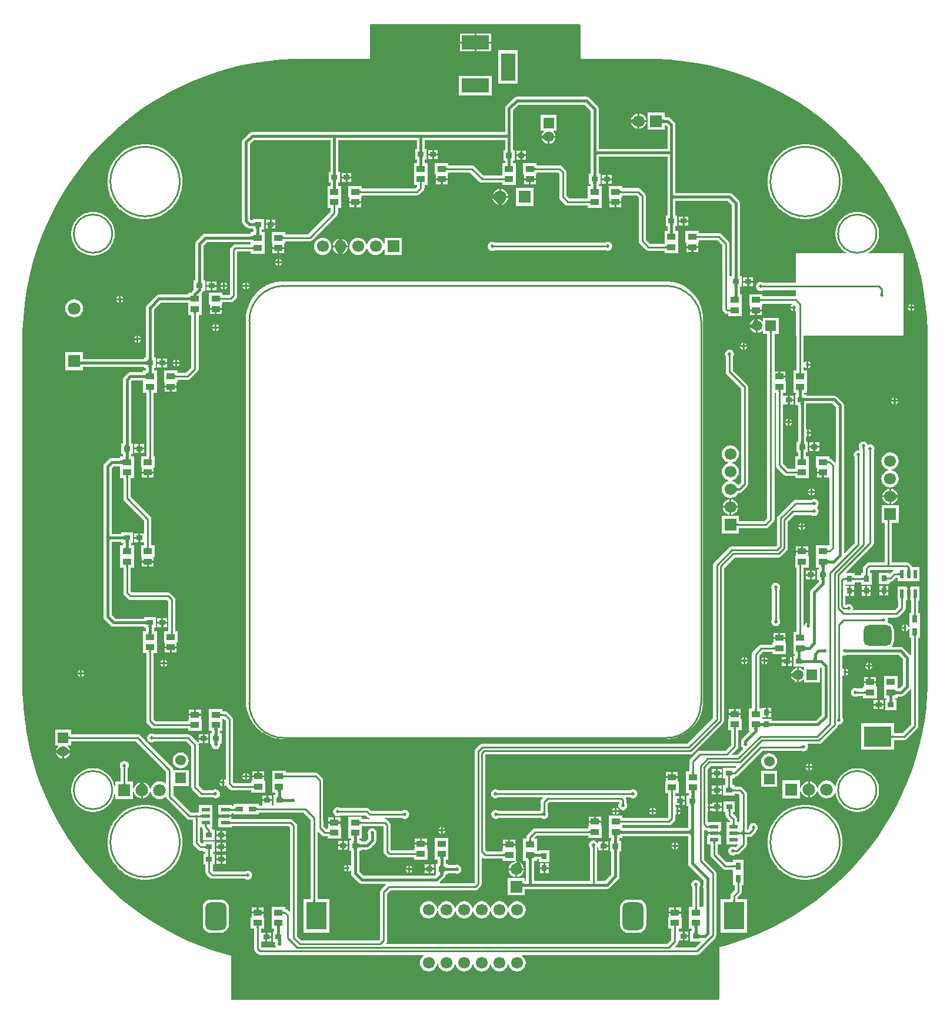
<source format=gtl>
G04*
G04 #@! TF.GenerationSoftware,Altium Limited,Altium Designer,18.1.8 (232)*
G04*
G04 Layer_Physical_Order=1*
G04 Layer_Color=255*
%FSLAX25Y25*%
%MOIN*%
G70*
G01*
G75*
%ADD10C,0.01000*%
%ADD15R,0.04724X0.03543*%
%ADD16R,0.03500X0.03000*%
%ADD17R,0.03000X0.03500*%
%ADD18R,0.03150X0.04000*%
%ADD19R,0.04724X0.01968*%
%ADD20R,0.04000X0.03150*%
%ADD21R,0.01968X0.04724*%
%ADD48C,0.01500*%
%ADD49R,0.07087X0.07087*%
%ADD50C,0.07087*%
%ADD51C,0.06693*%
%ADD52R,0.06693X0.06693*%
%ADD53R,0.07087X0.07087*%
%ADD54C,0.07087*%
%ADD55C,0.05906*%
%ADD56R,0.05906X0.05906*%
%ADD57R,0.15748X0.11811*%
G04:AMPARAMS|DCode=58|XSize=118.11mil|YSize=157.48mil|CornerRadius=29.53mil|HoleSize=0mil|Usage=FLASHONLY|Rotation=270.000|XOffset=0mil|YOffset=0mil|HoleType=Round|Shape=RoundedRectangle|*
%AMROUNDEDRECTD58*
21,1,0.11811,0.09843,0,0,270.0*
21,1,0.05906,0.15748,0,0,270.0*
1,1,0.05906,-0.04921,-0.02953*
1,1,0.05906,-0.04921,0.02953*
1,1,0.05906,0.04921,0.02953*
1,1,0.05906,0.04921,-0.02953*
%
%ADD58ROUNDEDRECTD58*%
%ADD59R,0.11811X0.15748*%
G04:AMPARAMS|DCode=60|XSize=118.11mil|YSize=157.48mil|CornerRadius=29.53mil|HoleSize=0mil|Usage=FLASHONLY|Rotation=0.000|XOffset=0mil|YOffset=0mil|HoleType=Round|Shape=RoundedRectangle|*
%AMROUNDEDRECTD60*
21,1,0.11811,0.09843,0,0,0.0*
21,1,0.05906,0.15748,0,0,0.0*
1,1,0.05906,0.02953,-0.04921*
1,1,0.05906,-0.02953,-0.04921*
1,1,0.05906,-0.02953,0.04921*
1,1,0.05906,0.02953,0.04921*
%
%ADD60ROUNDEDRECTD60*%
%ADD61C,0.06000*%
%ADD62R,0.06000X0.06000*%
%ADD63R,0.06693X0.06693*%
%ADD64R,0.05906X0.05906*%
%ADD65R,0.07087X0.07087*%
%ADD66R,0.07874X0.15748*%
%ADD67R,0.15748X0.07874*%
%ADD68C,0.02000*%
G36*
X197134Y551606D02*
X197275Y551465D01*
X197352Y551281D01*
Y531997D01*
X236221D01*
X240099Y531998D01*
X247846Y531617D01*
X255565Y530857D01*
X263238Y529719D01*
X270845Y528205D01*
X278369Y526321D01*
X285791Y524069D01*
X293094Y521456D01*
X300260Y518488D01*
X307272Y515171D01*
X314113Y511515D01*
X320766Y507527D01*
X327215Y503218D01*
X333445Y498598D01*
X339441Y493677D01*
X345188Y488468D01*
X350673Y482983D01*
X355882Y477236D01*
X360802Y471240D01*
X365423Y465010D01*
X369732Y458561D01*
X373720Y451908D01*
X377376Y445068D01*
X380693Y438056D01*
X383661Y430890D01*
X386274Y423587D01*
X388525Y416164D01*
X390410Y408640D01*
X391923Y401033D01*
X393061Y393360D01*
X393822Y385641D01*
X394202Y377894D01*
Y374016D01*
X394202Y175362D01*
X394202Y175357D01*
X394202Y175351D01*
X394202Y175346D01*
X394047Y171753D01*
X393410Y164595D01*
X392450Y157473D01*
X391166Y150403D01*
X389562Y143397D01*
X387641Y136473D01*
X385408Y129642D01*
X382866Y122920D01*
X380021Y116321D01*
X376879Y109858D01*
X373447Y103544D01*
X369731Y97393D01*
X365739Y91417D01*
X361480Y85629D01*
X356962Y80041D01*
X352194Y74664D01*
X347187Y69509D01*
X341951Y64587D01*
X336496Y59908D01*
X330835Y55482D01*
X324978Y51318D01*
X318937Y47425D01*
X312726Y43810D01*
X306357Y40481D01*
X299843Y37446D01*
X293198Y34710D01*
X286436Y32278D01*
X279570Y30157D01*
X276092Y29253D01*
Y-100D01*
X276016Y-284D01*
X275875Y-425D01*
X275690Y-501D01*
X-100D01*
X-284Y-425D01*
X-425Y-284D01*
X-501Y-100D01*
X-501Y24298D01*
X-4094Y25235D01*
X-11182Y27444D01*
X-18159Y29983D01*
X-25008Y32848D01*
X-31716Y36031D01*
X-38267Y39526D01*
X-44646Y43325D01*
X-50840Y47418D01*
X-56834Y51799D01*
X-62617Y56456D01*
X-68174Y61380D01*
X-73494Y66559D01*
X-78564Y71982D01*
X-83375Y77638D01*
X-87914Y83513D01*
X-92172Y89595D01*
X-96140Y95870D01*
X-99809Y102325D01*
X-103171Y108945D01*
X-106218Y115715D01*
X-108944Y122622D01*
X-111342Y129648D01*
X-113408Y136779D01*
X-115136Y144000D01*
X-116523Y151294D01*
X-117566Y158645D01*
X-118263Y166037D01*
X-118612Y173453D01*
Y177165D01*
Y374016D01*
Y377894D01*
X-118231Y385641D01*
X-117471Y393360D01*
X-116333Y401033D01*
X-114820Y408640D01*
X-112935Y416164D01*
X-110683Y423587D01*
X-108070Y430890D01*
X-105102Y438056D01*
X-101786Y445068D01*
X-98129Y451908D01*
X-94142Y458561D01*
X-89832Y465010D01*
X-85212Y471240D01*
X-80291Y477236D01*
X-75082Y482983D01*
X-69598Y488468D01*
X-63850Y493677D01*
X-57855Y498598D01*
X-51625Y503218D01*
X-45175Y507527D01*
X-38522Y511515D01*
X-31682Y515171D01*
X-24670Y518488D01*
X-17504Y521456D01*
X-10201Y524069D01*
X-2778Y526321D01*
X4746Y528205D01*
X12353Y529719D01*
X20026Y530857D01*
X27745Y531617D01*
X35492Y531998D01*
X39371D01*
X39371Y531997D01*
X39373D01*
X39373Y531997D01*
X39373Y531997D01*
X78239D01*
Y551281D01*
X78315Y551465D01*
X78456Y551606D01*
X78640Y551683D01*
X196950D01*
X197134Y551606D01*
D02*
G37*
%LPC*%
G36*
X146818Y546211D02*
X138444D01*
Y541774D01*
X145794D01*
Y542274D01*
X145804Y542179D01*
X145834Y542094D01*
X145885Y542019D01*
X145956Y541954D01*
X146047Y541899D01*
X146158Y541854D01*
X146290Y541819D01*
X146441Y541794D01*
X146613Y541779D01*
X146806Y541774D01*
Y541774D01*
X146818D01*
Y546211D01*
D02*
G37*
G36*
X137444D02*
X129070D01*
Y541774D01*
X137444D01*
Y546211D01*
D02*
G37*
G36*
X146818Y540774D02*
X146805D01*
X146613Y540769D01*
X146441Y540754D01*
X146290Y540729D01*
X146158Y540694D01*
X146047Y540649D01*
X145956Y540594D01*
X145885Y540529D01*
X145834Y540454D01*
X145804Y540369D01*
X145794Y540274D01*
Y540774D01*
X138444D01*
Y536337D01*
X146818D01*
Y540774D01*
D02*
G37*
G36*
X137444D02*
X129070D01*
Y536337D01*
X137444D01*
Y540774D01*
D02*
G37*
G36*
X161885Y536869D02*
X151011D01*
Y518121D01*
X161885D01*
Y536869D01*
D02*
G37*
G36*
X147318Y522302D02*
X128570D01*
Y511428D01*
X147318D01*
Y522302D01*
D02*
G37*
G36*
X231022Y501104D02*
Y497286D01*
X234840D01*
X234757Y497921D01*
X234319Y498978D01*
X233622Y499886D01*
X232714Y500583D01*
X231657Y501021D01*
X231022Y501104D01*
D02*
G37*
G36*
X230022Y501104D02*
X229388Y501021D01*
X228330Y500583D01*
X227422Y499886D01*
X226726Y498978D01*
X226288Y497921D01*
X226246Y497600D01*
X226498Y497747D01*
X226797Y497949D01*
X227111Y498189D01*
X227778Y498778D01*
X228133Y499128D01*
Y497286D01*
X230022D01*
Y501104D01*
D02*
G37*
G36*
Y496286D02*
X228133D01*
Y494444D01*
X227778Y494794D01*
X227111Y495383D01*
X226797Y495623D01*
X226498Y495825D01*
X226246Y495972D01*
X226288Y495651D01*
X226726Y494594D01*
X227422Y493686D01*
X228330Y492989D01*
X229388Y492552D01*
X230022Y492468D01*
Y496286D01*
D02*
G37*
G36*
X234840D02*
X231022D01*
Y492468D01*
X231657Y492552D01*
X232714Y492989D01*
X233622Y493686D01*
X234319Y494594D01*
X234757Y495651D01*
X234840Y496286D01*
D02*
G37*
G36*
X183896Y500254D02*
X174991D01*
Y491349D01*
X176631D01*
X176792Y490876D01*
X176625Y490747D01*
X175991Y489921D01*
X175593Y488960D01*
X175548Y488623D01*
X175671Y488679D01*
X175924Y488820D01*
X176186Y488992D01*
X176458Y489195D01*
X177033Y489697D01*
X177335Y489995D01*
Y488428D01*
X179444D01*
X183365D01*
X183295Y488960D01*
X182896Y489921D01*
X182263Y490747D01*
X182095Y490876D01*
X182256Y491349D01*
X183896D01*
Y500254D01*
D02*
G37*
G36*
X178944Y487428D02*
X177335D01*
Y485861D01*
X177033Y486159D01*
X176458Y486660D01*
X176186Y486864D01*
X175924Y487036D01*
X175671Y487177D01*
X175548Y487233D01*
X175593Y486896D01*
X175991Y485934D01*
X176625Y485109D01*
X177450Y484475D01*
X178412Y484077D01*
X178944Y484007D01*
Y487428D01*
D02*
G37*
G36*
X183365D02*
X179944D01*
Y484007D01*
X180475Y484077D01*
X181437Y484475D01*
X182263Y485109D01*
X182896Y485934D01*
X183295Y486896D01*
X183365Y487428D01*
D02*
G37*
G36*
X326093Y483813D02*
X323513D01*
X323414Y483793D01*
X323313Y483800D01*
X320755Y483463D01*
X320659Y483430D01*
X320559Y483424D01*
X318066Y482756D01*
X317976Y482711D01*
X317877Y482692D01*
X315493Y481704D01*
X315409Y481648D01*
X315313Y481616D01*
X313079Y480326D01*
X313003Y480259D01*
X312912Y480214D01*
X310865Y478644D01*
X310799Y478568D01*
X310715Y478512D01*
X308890Y476687D01*
X308834Y476603D01*
X308758Y476537D01*
X307187Y474489D01*
X307142Y474399D01*
X307076Y474323D01*
X305786Y472088D01*
X305753Y471993D01*
X305697Y471909D01*
X304710Y469525D01*
X304690Y469426D01*
X304645Y469335D01*
X303978Y466843D01*
X303971Y466742D01*
X303939Y466647D01*
X303602Y464088D01*
X303608Y463988D01*
X303589Y463889D01*
Y461308D01*
X303608Y461209D01*
X303602Y461109D01*
X303939Y458550D01*
X303971Y458455D01*
X303978Y458354D01*
X304645Y455861D01*
X304690Y455771D01*
X304710Y455672D01*
X305697Y453288D01*
X305753Y453204D01*
X305786Y453109D01*
X307076Y450874D01*
X307142Y450798D01*
X307187Y450707D01*
X308758Y448660D01*
X308834Y448594D01*
X308890Y448510D01*
X310715Y446685D01*
X310799Y446629D01*
X310865Y446553D01*
X312912Y444982D01*
X313003Y444938D01*
X313079Y444871D01*
X315313Y443581D01*
X315409Y443549D01*
X315493Y443493D01*
X317877Y442505D01*
X317976Y442485D01*
X318066Y442441D01*
X320559Y441773D01*
X320659Y441766D01*
X320755Y441734D01*
X323313Y441397D01*
X323414Y441404D01*
X323513Y441384D01*
X326093D01*
X326192Y441404D01*
X326293Y441397D01*
X328851Y441734D01*
X328947Y441766D01*
X329048Y441773D01*
X331540Y442441D01*
X331631Y442485D01*
X331730Y442505D01*
X334114Y443493D01*
X334197Y443549D01*
X334293Y443581D01*
X336528Y444871D01*
X336603Y444938D01*
X336694Y444982D01*
X338741Y446553D01*
X338808Y446629D01*
X338892Y446685D01*
X340716Y448510D01*
X340772Y448594D01*
X340848Y448660D01*
X342419Y450707D01*
X342464Y450798D01*
X342530Y450874D01*
X343821Y453109D01*
X343853Y453204D01*
X343909Y453288D01*
X344897Y455672D01*
X344916Y455771D01*
X344961Y455861D01*
X345629Y458354D01*
X345635Y458455D01*
X345668Y458550D01*
X346005Y461109D01*
X345998Y461209D01*
X346018Y461308D01*
Y463889D01*
X345998Y463988D01*
X346005Y464088D01*
X345668Y466647D01*
X345635Y466742D01*
X345629Y466843D01*
X344961Y469335D01*
X344916Y469426D01*
X344897Y469525D01*
X343909Y471909D01*
X343853Y471993D01*
X343821Y472088D01*
X342530Y474323D01*
X342464Y474399D01*
X342419Y474489D01*
X340848Y476537D01*
X340772Y476603D01*
X340716Y476687D01*
X338892Y478512D01*
X338808Y478568D01*
X338741Y478644D01*
X336694Y480214D01*
X336604Y480259D01*
X336528Y480326D01*
X334293Y481616D01*
X334197Y481648D01*
X334114Y481704D01*
X331730Y482692D01*
X331631Y482711D01*
X331540Y482756D01*
X329048Y483424D01*
X328947Y483430D01*
X328851Y483463D01*
X326293Y483800D01*
X326192Y483793D01*
X326093Y483813D01*
D02*
G37*
G36*
X-47922D02*
X-50503D01*
X-50602Y483793D01*
X-50702Y483800D01*
X-53261Y483463D01*
X-53356Y483430D01*
X-53457Y483424D01*
X-55950Y482756D01*
X-56040Y482711D01*
X-56139Y482692D01*
X-58523Y481704D01*
X-58607Y481648D01*
X-58702Y481616D01*
X-60937Y480326D01*
X-61013Y480259D01*
X-61103Y480214D01*
X-63151Y478644D01*
X-63217Y478568D01*
X-63301Y478512D01*
X-65126Y476687D01*
X-65182Y476603D01*
X-65258Y476537D01*
X-66829Y474489D01*
X-66873Y474399D01*
X-66940Y474323D01*
X-68230Y472088D01*
X-68262Y471993D01*
X-68318Y471909D01*
X-69306Y469525D01*
X-69326Y469426D01*
X-69370Y469335D01*
X-70038Y466843D01*
X-70045Y466742D01*
X-70077Y466647D01*
X-70414Y464088D01*
X-70407Y463988D01*
X-70427Y463889D01*
Y461308D01*
X-70407Y461209D01*
X-70414Y461109D01*
X-70077Y458550D01*
X-70045Y458455D01*
X-70038Y458354D01*
X-69370Y455861D01*
X-69326Y455771D01*
X-69306Y455672D01*
X-68318Y453288D01*
X-68262Y453204D01*
X-68230Y453109D01*
X-66940Y450874D01*
X-66873Y450798D01*
X-66829Y450707D01*
X-65258Y448660D01*
X-65182Y448594D01*
X-65126Y448510D01*
X-63301Y446685D01*
X-63217Y446629D01*
X-63151Y446553D01*
X-61103Y444982D01*
X-61013Y444938D01*
X-60937Y444871D01*
X-58702Y443581D01*
X-58607Y443549D01*
X-58523Y443493D01*
X-56139Y442505D01*
X-56040Y442485D01*
X-55950Y442441D01*
X-53457Y441773D01*
X-53356Y441766D01*
X-53261Y441734D01*
X-50702Y441397D01*
X-50602Y441404D01*
X-50503Y441384D01*
X-47922D01*
X-47823Y441404D01*
X-47723Y441397D01*
X-45164Y441734D01*
X-45069Y441766D01*
X-44968Y441773D01*
X-42476Y442441D01*
X-42385Y442485D01*
X-42286Y442505D01*
X-39902Y443493D01*
X-39818Y443549D01*
X-39723Y443581D01*
X-37488Y444871D01*
X-37412Y444938D01*
X-37322Y444982D01*
X-35274Y446553D01*
X-35208Y446629D01*
X-35124Y446685D01*
X-33299Y448510D01*
X-33243Y448594D01*
X-33167Y448660D01*
X-31597Y450707D01*
X-31552Y450798D01*
X-31486Y450874D01*
X-30195Y453109D01*
X-30163Y453204D01*
X-30107Y453288D01*
X-29119Y455672D01*
X-29100Y455771D01*
X-29055Y455861D01*
X-28387Y458354D01*
X-28381Y458455D01*
X-28348Y458550D01*
X-28011Y461109D01*
X-28018Y461209D01*
X-27998Y461308D01*
Y463889D01*
X-28018Y463988D01*
X-28011Y464088D01*
X-28348Y466647D01*
X-28381Y466742D01*
X-28387Y466843D01*
X-29055Y469335D01*
X-29100Y469426D01*
X-29119Y469525D01*
X-30107Y471909D01*
X-30163Y471993D01*
X-30195Y472088D01*
X-31486Y474323D01*
X-31552Y474399D01*
X-31597Y474489D01*
X-33167Y476537D01*
X-33243Y476603D01*
X-33299Y476687D01*
X-35124Y478512D01*
X-35208Y478568D01*
X-35274Y478644D01*
X-37322Y480214D01*
X-37412Y480259D01*
X-37488Y480326D01*
X-39723Y481616D01*
X-39818Y481648D01*
X-39902Y481704D01*
X-42286Y482692D01*
X-42385Y482711D01*
X-42476Y482756D01*
X-44968Y483424D01*
X-45069Y483430D01*
X-45164Y483463D01*
X-47723Y483800D01*
X-47823Y483793D01*
X-47922Y483813D01*
D02*
G37*
G36*
X116694Y480365D02*
X114444D01*
Y478365D01*
X116694D01*
Y480365D01*
D02*
G37*
G36*
X113444D02*
X111194D01*
Y478365D01*
X113444D01*
Y480365D01*
D02*
G37*
G36*
X166694Y479865D02*
X164444D01*
Y479853D01*
D01*
X164449Y479663D01*
X164464Y479493D01*
X164489Y479343D01*
X164524Y479213D01*
X164569Y479103D01*
X164624Y479013D01*
X164689Y478943D01*
X164764Y478893D01*
X164849Y478863D01*
X164944Y478853D01*
X164444D01*
Y477865D01*
X166694D01*
Y479865D01*
D02*
G37*
G36*
X163444D02*
X161194D01*
Y477865D01*
X163444D01*
Y478853D01*
X162944D01*
X163039Y478863D01*
X163124Y478893D01*
X163199Y478943D01*
X163264Y479013D01*
X163319Y479103D01*
X163364Y479213D01*
X163399Y479343D01*
X163424Y479493D01*
X163439Y479663D01*
X163444Y479853D01*
Y479865D01*
D02*
G37*
G36*
X116694Y477365D02*
X114444D01*
Y476389D01*
X114944D01*
X114849Y476379D01*
X114764Y476348D01*
X114689Y476298D01*
X114624Y476227D01*
X114569Y476136D01*
X114524Y476024D01*
X114489Y475893D01*
X114464Y475741D01*
X114449Y475569D01*
X114444Y475377D01*
Y475365D01*
X116694D01*
Y477365D01*
D02*
G37*
G36*
X113444D02*
X111194D01*
Y475365D01*
X113444D01*
Y475377D01*
D01*
X113439Y475569D01*
X113424Y475741D01*
X113399Y475893D01*
X113364Y476024D01*
X113319Y476136D01*
X113264Y476227D01*
X113199Y476298D01*
X113124Y476348D01*
X113039Y476379D01*
X112944Y476389D01*
X113444D01*
Y477365D01*
D02*
G37*
G36*
X166694Y476865D02*
X164444D01*
Y475889D01*
X164944D01*
X164849Y475879D01*
X164764Y475848D01*
X164689Y475798D01*
X164624Y475727D01*
X164569Y475636D01*
X164524Y475524D01*
X164489Y475393D01*
X164464Y475241D01*
X164449Y475069D01*
X164444Y474877D01*
Y474865D01*
X166694D01*
Y476865D01*
D02*
G37*
G36*
X163444D02*
X161194D01*
Y474865D01*
X163444D01*
Y474877D01*
D01*
X163439Y475069D01*
X163424Y475241D01*
X163399Y475393D01*
X163364Y475524D01*
X163319Y475636D01*
X163264Y475727D01*
X163199Y475798D01*
X163124Y475848D01*
X163039Y475879D01*
X162944Y475889D01*
X163444D01*
Y476865D01*
D02*
G37*
G36*
X67694Y467365D02*
X65444D01*
Y465365D01*
X67694D01*
Y467365D01*
D02*
G37*
G36*
X64444D02*
X62194D01*
Y465365D01*
X64444D01*
Y467365D01*
D02*
G37*
G36*
X215194Y466412D02*
X212944D01*
Y464412D01*
X215194D01*
Y466412D01*
D02*
G37*
G36*
X211944D02*
X209694D01*
Y464412D01*
X211944D01*
Y466412D01*
D02*
G37*
G36*
X172211Y463412D02*
X172199D01*
D01*
X172007Y463407D01*
X171835Y463392D01*
X171683Y463367D01*
X171552Y463332D01*
X171440Y463287D01*
X171349Y463232D01*
X171278Y463167D01*
X171228Y463092D01*
X171197Y463007D01*
X171187Y462912D01*
Y463412D01*
X169349D01*
Y461140D01*
X172211D01*
Y463412D01*
D02*
G37*
G36*
X168349D02*
X166511D01*
Y462912D01*
X166501Y463007D01*
X166471Y463092D01*
X166420Y463167D01*
X166349Y463232D01*
X166258Y463287D01*
X166147Y463332D01*
X166015Y463367D01*
X165863Y463392D01*
X165691Y463407D01*
X165499Y463412D01*
X165487D01*
Y461140D01*
X168349D01*
Y463412D01*
D02*
G37*
G36*
X122211D02*
X122199D01*
D01*
X122007Y463407D01*
X121835Y463392D01*
X121683Y463367D01*
X121552Y463332D01*
X121440Y463287D01*
X121349Y463232D01*
X121278Y463167D01*
X121228Y463092D01*
X121197Y463007D01*
X121187Y462912D01*
Y463412D01*
X119349D01*
Y462164D01*
X119849D01*
X119754Y462154D01*
X119669Y462124D01*
X119594Y462073D01*
X119529Y462002D01*
X119474Y461911D01*
X119429Y461800D01*
X119394Y461668D01*
X119369Y461516D01*
X119354Y461344D01*
X119349Y461154D01*
Y461140D01*
X122211D01*
Y463412D01*
D02*
G37*
G36*
X118349D02*
X116511D01*
Y462912D01*
X116501Y463007D01*
X116471Y463092D01*
X116420Y463167D01*
X116349Y463232D01*
X116258Y463287D01*
X116147Y463332D01*
X116015Y463367D01*
X115863Y463392D01*
X115691Y463407D01*
X115499Y463412D01*
X115487D01*
Y461140D01*
X118349D01*
Y461152D01*
X118349D01*
X118344Y461344D01*
X118329Y461516D01*
X118304Y461668D01*
X118269Y461800D01*
X118224Y461911D01*
X118169Y462002D01*
X118104Y462073D01*
X118029Y462124D01*
X117944Y462154D01*
X117849Y462164D01*
X118349D01*
Y463412D01*
D02*
G37*
G36*
X67694Y464365D02*
X65444D01*
Y463389D01*
X65944D01*
X65849Y463379D01*
X65764Y463348D01*
X65689Y463298D01*
X65624Y463227D01*
X65569Y463136D01*
X65524Y463024D01*
X65489Y462893D01*
X65464Y462741D01*
X65449Y462569D01*
X65444Y462377D01*
Y462365D01*
X67694D01*
Y464365D01*
D02*
G37*
G36*
X64444D02*
X62194D01*
Y462365D01*
X64444D01*
Y462377D01*
D01*
X64439Y462569D01*
X64424Y462741D01*
X64399Y462893D01*
X64364Y463024D01*
X64319Y463136D01*
X64264Y463227D01*
X64199Y463298D01*
X64124Y463348D01*
X64039Y463379D01*
X63944Y463389D01*
X64444D01*
Y464365D01*
D02*
G37*
G36*
X215194Y463412D02*
X212944D01*
Y462436D01*
X213444D01*
X213349Y462426D01*
X213264Y462395D01*
X213189Y462345D01*
X213124Y462274D01*
X213069Y462183D01*
X213024Y462071D01*
X212989Y461940D01*
X212964Y461788D01*
X212949Y461616D01*
X212944Y461424D01*
Y461412D01*
X215194D01*
Y463412D01*
D02*
G37*
G36*
X211944D02*
X209694D01*
Y461412D01*
X211944D01*
Y461424D01*
D01*
X211939Y461616D01*
X211924Y461788D01*
X211899Y461940D01*
X211864Y462071D01*
X211819Y462183D01*
X211764Y462274D01*
X211699Y462345D01*
X211624Y462395D01*
X211539Y462426D01*
X211444Y462436D01*
X211944D01*
Y463412D01*
D02*
G37*
G36*
X152554Y458381D02*
Y454365D01*
X156571D01*
X156480Y455051D01*
X156023Y456156D01*
X155294Y457105D01*
X154345Y457833D01*
X153240Y458291D01*
X152554Y458381D01*
D02*
G37*
G36*
X151554Y458381D02*
X150868Y458291D01*
X149763Y457833D01*
X148814Y457105D01*
X148085Y456156D01*
X147702Y455232D01*
X147873Y455318D01*
X148602Y455753D01*
X149007Y456025D01*
X149899Y456677D01*
X149569Y454365D01*
X151554D01*
Y458381D01*
D02*
G37*
G36*
Y453365D02*
X149427D01*
X149199Y451766D01*
X148893Y452165D01*
X148298Y452837D01*
X148008Y453109D01*
X147724Y453340D01*
X147688Y453365D01*
X147537D01*
X147627Y452679D01*
X148085Y451574D01*
X148814Y450624D01*
X149763Y449896D01*
X150868Y449438D01*
X151170Y449399D01*
X151059Y449588D01*
X150841Y449906D01*
X150584Y450240D01*
X149950Y450954D01*
X149574Y451334D01*
X151554D01*
Y453365D01*
D02*
G37*
G36*
X216849Y450420D02*
X215011D01*
Y449920D01*
X215001Y450015D01*
X214970Y450100D01*
X214920Y450175D01*
X214849Y450240D01*
X214758Y450295D01*
X214647Y450340D01*
X214515Y450375D01*
X214363Y450400D01*
X214191Y450415D01*
X213999Y450420D01*
Y450420D01*
X213987D01*
Y448149D01*
X216849D01*
Y448161D01*
X216849D01*
X216844Y448353D01*
X216829Y448525D01*
X216804Y448677D01*
X216769Y448808D01*
X216724Y448920D01*
X216669Y449011D01*
X216604Y449082D01*
X216529Y449132D01*
X216444Y449162D01*
X216349Y449173D01*
X216849D01*
Y450420D01*
D02*
G37*
G36*
X73211Y450412D02*
X73199D01*
D01*
X73007Y450407D01*
X72835Y450392D01*
X72683Y450367D01*
X72552Y450332D01*
X72440Y450287D01*
X72349Y450232D01*
X72278Y450167D01*
X72228Y450092D01*
X72198Y450007D01*
X72187Y449912D01*
Y450412D01*
X70349D01*
Y449164D01*
X70849D01*
X70754Y449154D01*
X70669Y449124D01*
X70594Y449073D01*
X70529Y449002D01*
X70474Y448911D01*
X70429Y448800D01*
X70394Y448668D01*
X70369Y448516D01*
X70354Y448344D01*
X70349Y448154D01*
Y448140D01*
X73211D01*
Y450412D01*
D02*
G37*
G36*
X69349D02*
X67511D01*
Y449912D01*
X67501Y450007D01*
X67471Y450092D01*
X67420Y450167D01*
X67349Y450232D01*
X67258Y450287D01*
X67147Y450332D01*
X67015Y450367D01*
X66863Y450392D01*
X66691Y450407D01*
X66499Y450412D01*
X66487D01*
Y448140D01*
X69349D01*
Y448152D01*
X69349D01*
X69344Y448344D01*
X69329Y448516D01*
X69304Y448668D01*
X69269Y448800D01*
X69224Y448911D01*
X69169Y449002D01*
X69104Y449073D01*
X69029Y449124D01*
X68944Y449154D01*
X68849Y449164D01*
X69349D01*
Y450412D01*
D02*
G37*
G36*
X156571Y453365D02*
X152554D01*
Y451334D01*
X154534D01*
X154158Y450954D01*
X153524Y450240D01*
X153267Y449906D01*
X153049Y449588D01*
X152937Y449399D01*
X153240Y449438D01*
X154345Y449896D01*
X155294Y450624D01*
X156023Y451574D01*
X156480Y452679D01*
X156571Y453365D01*
D02*
G37*
G36*
X170877Y458908D02*
X160790D01*
Y448821D01*
X170877D01*
Y458908D01*
D02*
G37*
G36*
X220711Y450420D02*
X217849D01*
Y449173D01*
X218349D01*
X218254Y449162D01*
X218169Y449132D01*
X218094Y449082D01*
X218029Y449011D01*
X217974Y448920D01*
X217929Y448808D01*
X217894Y448677D01*
X217869Y448525D01*
X217854Y448353D01*
X217849Y448162D01*
Y448149D01*
X220711D01*
Y450420D01*
D02*
G37*
G36*
X355040Y445427D02*
X353621D01*
X353522Y445407D01*
X353421Y445414D01*
X352014Y445229D01*
X351919Y445196D01*
X351818Y445190D01*
X350447Y444822D01*
X350357Y444778D01*
X350258Y444758D01*
X348947Y444215D01*
X348863Y444159D01*
X348767Y444126D01*
X347538Y443417D01*
X347462Y443350D01*
X347372Y443306D01*
X346246Y442442D01*
X346179Y442366D01*
X346095Y442310D01*
X345092Y441306D01*
X345036Y441222D01*
X344960Y441156D01*
X344096Y440030D01*
X344051Y439939D01*
X343985Y439863D01*
X343275Y438634D01*
X343243Y438539D01*
X343187Y438455D01*
X342643Y437144D01*
X342624Y437045D01*
X342579Y436954D01*
X342212Y435583D01*
X342205Y435483D01*
X342173Y435387D01*
X341988Y433980D01*
X341994Y433879D01*
X341974Y433780D01*
Y432361D01*
X341994Y432262D01*
X341988Y432162D01*
X342173Y430755D01*
X342205Y430659D01*
X342212Y430558D01*
X342579Y429187D01*
X342624Y429097D01*
X342643Y428998D01*
X343187Y427687D01*
X343243Y427603D01*
X343275Y427507D01*
X343985Y426278D01*
X344051Y426202D01*
X344096Y426112D01*
X344960Y424986D01*
X345036Y424919D01*
X345092Y424835D01*
X346095Y423832D01*
X346179Y423776D01*
X346246Y423700D01*
X347372Y422836D01*
X347462Y422791D01*
X347538Y422725D01*
X348162Y422365D01*
X348028Y421865D01*
X319444D01*
X319503Y405600D01*
X319150Y405246D01*
X300892D01*
X300419Y405561D01*
X299444Y405756D01*
X298468Y405561D01*
X297641Y405009D01*
X297089Y404182D01*
X296895Y403206D01*
X297089Y402231D01*
X297641Y401404D01*
X298468Y400851D01*
X299444Y400658D01*
X300419Y400851D01*
X300892Y401167D01*
X319520D01*
X319532Y397930D01*
X319179Y397576D01*
X300711D01*
Y398808D01*
X292987D01*
Y392265D01*
X293487D01*
Y390130D01*
X293678D01*
Y390130D01*
X293836Y390134D01*
X294103Y390159D01*
X294211Y390182D01*
X294303Y390211D01*
X294378Y390246D01*
X294436Y390288D01*
X294478Y390336D01*
X294503Y390390D01*
X294511Y390451D01*
Y390130D01*
X296849D01*
X299187D01*
Y390630D01*
X299198Y390535D01*
X299228Y390450D01*
X299278Y390375D01*
X299349Y390310D01*
X299440Y390255D01*
X299552Y390210D01*
X299683Y390175D01*
X299835Y390150D01*
X300007Y390135D01*
X300199Y390130D01*
Y390130D01*
X300211D01*
Y392265D01*
X300711D01*
Y393497D01*
X317303D01*
X317455Y392997D01*
X317020Y392707D01*
X316578Y392045D01*
X316522Y391765D01*
X316996D01*
X317104Y391767D01*
X317297Y391783D01*
X317383Y391797D01*
X317462Y391815D01*
X317533Y391837D01*
X317598Y391863D01*
X317655Y391893D01*
X317705Y391927D01*
X317748Y391965D01*
Y391765D01*
X318462D01*
Y391265D01*
X318962D01*
Y389325D01*
X319063Y389345D01*
X319564Y389040D01*
X319615Y375365D01*
X319944D01*
Y355589D01*
X318121D01*
Y349046D01*
Y343140D01*
X319689D01*
Y341865D01*
X319094D01*
Y340445D01*
X319076Y340359D01*
X319094Y340270D01*
Y340238D01*
X319088Y340162D01*
X319094Y340146D01*
Y335865D01*
X320797D01*
Y315365D01*
X319841D01*
Y309365D01*
X320744D01*
Y307089D01*
X319176D01*
Y299951D01*
X315241D01*
X312212Y302981D01*
Y336321D01*
X312694Y336365D01*
X312712Y336365D01*
X314944D01*
Y336377D01*
X314939Y336567D01*
X314924Y336737D01*
X314899Y336887D01*
X314864Y337017D01*
X314819Y337127D01*
X314764Y337217D01*
X314699Y337287D01*
X314624Y337337D01*
X314539Y337367D01*
X314444Y337377D01*
X314944D01*
Y338865D01*
Y340341D01*
X314444D01*
X314539Y340351D01*
X314624Y340381D01*
X314699Y340432D01*
X314764Y340503D01*
X314819Y340594D01*
X314864Y340705D01*
X314899Y340837D01*
X314924Y340988D01*
X314939Y341160D01*
X314944Y341353D01*
Y341365D01*
X312712D01*
X312694Y341365D01*
X312212Y341408D01*
Y343140D01*
X314035D01*
Y349683D01*
X313535D01*
Y351818D01*
X313523D01*
X313330Y351813D01*
X313158Y351798D01*
X313007Y351773D01*
X312875Y351738D01*
X312764Y351693D01*
X312673Y351638D01*
X312602Y351573D01*
X312551Y351498D01*
X312521Y351413D01*
X312511Y351318D01*
Y351818D01*
X310173D01*
Y352318D01*
X309672D01*
Y354065D01*
X309173D01*
X309267Y354076D01*
X309352Y354106D01*
X309427Y354156D01*
X309492Y354227D01*
X309547Y354318D01*
X309593Y354430D01*
X309628Y354561D01*
X309652Y354713D01*
X309667Y354885D01*
X309672Y355077D01*
Y355089D01*
X307420D01*
Y376412D01*
X309833D01*
Y385317D01*
X300928D01*
Y383677D01*
X300454Y383516D01*
X300326Y383684D01*
X299500Y384317D01*
X298538Y384716D01*
X298007Y384786D01*
Y384192D01*
X298184Y384018D01*
X298439Y383804D01*
X298729Y383591D01*
X299052Y383381D01*
X298007Y383142D01*
Y380865D01*
Y376944D01*
X298538Y377014D01*
X299500Y377412D01*
X300326Y378046D01*
X300454Y378213D01*
X300928Y378053D01*
Y376412D01*
X303342D01*
Y272146D01*
X301599Y270404D01*
X287290D01*
Y273211D01*
X277597D01*
Y263518D01*
X287290D01*
Y266326D01*
X302444D01*
X303224Y266481D01*
X303886Y266923D01*
X306823Y269860D01*
X307265Y270521D01*
X307420Y271302D01*
Y343140D01*
X308133D01*
Y302136D01*
X308289Y301356D01*
X308731Y300694D01*
X312955Y296470D01*
X313616Y296028D01*
X314397Y295873D01*
X319176D01*
Y294640D01*
X326900D01*
Y300546D01*
Y307089D01*
X325332D01*
Y309365D01*
X326341D01*
Y315365D01*
X325385D01*
Y318111D01*
X325885Y318437D01*
X325944Y318425D01*
Y320365D01*
Y322305D01*
X325885Y322293D01*
X325385Y322618D01*
Y335865D01*
X325594D01*
Y336931D01*
X340158D01*
X342150Y334940D01*
Y303750D01*
X341650Y303543D01*
X339933Y305260D01*
X339271Y305702D01*
X338711Y305813D01*
Y307089D01*
X330987D01*
Y300546D01*
X331487D01*
Y298412D01*
X331499D01*
D01*
X331691Y298417D01*
X331863Y298432D01*
X332015Y298457D01*
X332147Y298492D01*
X332258Y298537D01*
X332349Y298592D01*
X332420Y298657D01*
X332470Y298732D01*
X332501Y298817D01*
X332511Y298912D01*
Y298412D01*
X334849D01*
Y297912D01*
X335349D01*
Y296164D01*
X335849D01*
X335754Y296154D01*
X335669Y296124D01*
X335594Y296073D01*
X335529Y296002D01*
X335474Y295911D01*
X335429Y295800D01*
X335394Y295668D01*
X335369Y295516D01*
X335354Y295344D01*
X335349Y295154D01*
Y295140D01*
X338211D01*
X338404Y294720D01*
Y256589D01*
X330987D01*
Y250046D01*
Y244140D01*
X332550D01*
Y242865D01*
X331594D01*
Y236865D01*
X332550D01*
Y235912D01*
X328368Y231731D01*
X327871Y230986D01*
X327697Y230108D01*
Y213008D01*
X327284Y212752D01*
X327197Y212754D01*
X326944Y212805D01*
Y212331D01*
X326946Y212223D01*
X326962Y212030D01*
X326976Y211944D01*
X326994Y211865D01*
X327016Y211793D01*
X327042Y211729D01*
X327072Y211672D01*
X327106Y211622D01*
X327144Y211579D01*
X326944D01*
Y210865D01*
X325944D01*
Y211579D01*
X325744D01*
X325782Y211622D01*
X325816Y211672D01*
X325846Y211729D01*
X325872Y211793D01*
X325894Y211865D01*
X325912Y211944D01*
X325926Y212030D01*
X325936Y212123D01*
X325944Y212331D01*
Y212805D01*
X325663Y212749D01*
X325002Y212307D01*
X324560Y211645D01*
X324523Y211459D01*
X324023Y211508D01*
Y244140D01*
X326900D01*
Y250683D01*
X326400D01*
Y252818D01*
X326388D01*
X326196Y252813D01*
X326024Y252798D01*
X325872Y252773D01*
X325741Y252738D01*
X325629Y252693D01*
X325538Y252638D01*
X325467Y252573D01*
X325417Y252498D01*
X325387Y252413D01*
X325376Y252318D01*
Y252818D01*
X319676D01*
Y250683D01*
X319176D01*
Y244140D01*
X319944D01*
Y207589D01*
X318121D01*
Y201046D01*
Y195140D01*
X319050D01*
Y193865D01*
X318094D01*
Y187865D01*
X322891D01*
X322919Y187856D01*
X323001Y187863D01*
X323082Y187847D01*
X323169Y187865D01*
X323699D01*
X324110Y187824D01*
X324179Y187818D01*
X324179Y187177D01*
Y186177D01*
X323706Y186016D01*
X323577Y186184D01*
X322751Y186818D01*
X321790Y187216D01*
X321258Y187286D01*
Y183365D01*
Y179444D01*
X321790Y179514D01*
X322751Y179912D01*
X323577Y180546D01*
X323706Y180713D01*
X324179Y180553D01*
Y178912D01*
X333085D01*
Y187320D01*
X333085Y187392D01*
X333553Y187850D01*
X333716Y187848D01*
X334199Y187365D01*
Y160687D01*
X331003Y157492D01*
X305944D01*
Y158448D01*
X300611D01*
Y159348D01*
X302444D01*
Y162098D01*
Y163824D01*
X301944D01*
X302039Y163834D01*
X302124Y163864D01*
X302199Y163915D01*
X302264Y163986D01*
X302319Y164077D01*
X302364Y164188D01*
X302399Y164320D01*
X302424Y164471D01*
X302439Y164643D01*
X302444Y164835D01*
Y164848D01*
X300444D01*
Y164377D01*
X298788D01*
Y194326D01*
X300835Y196373D01*
X306310D01*
Y195140D01*
X314035D01*
Y201683D01*
X313535D01*
Y203818D01*
X313491D01*
X313304Y203813D01*
X313138Y203799D01*
X312991Y203776D01*
X312863Y203743D01*
X312756Y203701D01*
X312667Y203649D01*
X312599Y203588D01*
X312550Y203518D01*
X312521Y203439D01*
X312511Y203350D01*
Y203818D01*
X306810D01*
Y201683D01*
X306310D01*
Y200451D01*
X299991D01*
X299210Y200296D01*
X298549Y199854D01*
X295307Y196612D01*
X294865Y195951D01*
X294710Y195170D01*
Y164377D01*
X292887D01*
Y157834D01*
Y151928D01*
X293177D01*
X293369Y151466D01*
X289378Y147475D01*
X288880Y146731D01*
X288706Y145853D01*
Y145067D01*
X288645Y144975D01*
X288451Y144000D01*
X288645Y143025D01*
X289198Y142198D01*
X289642Y141901D01*
X289691Y141403D01*
X286192Y137904D01*
X283520D01*
X283329Y138366D01*
X286380Y141417D01*
X286822Y142079D01*
X286977Y142859D01*
X286977Y142859D01*
Y151928D01*
X288801D01*
Y158471D01*
X288300D01*
Y160605D01*
X282600D01*
Y160105D01*
X282590Y160200D01*
X282560Y160285D01*
X282509Y160360D01*
X282438Y160425D01*
X282347Y160480D01*
X282236Y160525D01*
X282104Y160560D01*
X281952Y160585D01*
X281780Y160600D01*
X281588Y160605D01*
X281576D01*
Y158471D01*
X281076D01*
Y151928D01*
X282899D01*
Y143704D01*
X279599Y140404D01*
X265111D01*
X264330Y140249D01*
X263669Y139807D01*
X263669Y139807D01*
X259697Y135835D01*
X259255Y135173D01*
X259100Y134393D01*
Y128767D01*
X257277D01*
Y122223D01*
Y116317D01*
X258845D01*
Y115082D01*
X257594D01*
Y109082D01*
X258550D01*
Y96703D01*
X221388D01*
Y98276D01*
X247692D01*
X248473Y98431D01*
X249134Y98873D01*
X250770Y100509D01*
X251212Y101170D01*
X251367Y101951D01*
X251367Y101951D01*
Y104123D01*
X251867Y104440D01*
X251944Y104425D01*
Y106365D01*
Y108305D01*
X251867Y108289D01*
X251367Y108606D01*
Y109582D01*
X253444D01*
Y112082D01*
Y113558D01*
X252944D01*
X253039Y113568D01*
X253124Y113599D01*
X253199Y113649D01*
X253264Y113720D01*
X253319Y113811D01*
X253364Y113923D01*
X253399Y114054D01*
X253424Y114206D01*
X253439Y114378D01*
X253444Y114570D01*
Y114582D01*
X251367D01*
Y116317D01*
X253190D01*
Y122861D01*
X252690D01*
Y124995D01*
X252678D01*
X252486Y124990D01*
X252314Y124975D01*
X252162Y124950D01*
X252030Y124915D01*
X251919Y124870D01*
X251828Y124815D01*
X251757Y124750D01*
X251707Y124675D01*
X251676Y124590D01*
X251666Y124495D01*
Y124995D01*
X245966D01*
Y122861D01*
X245466D01*
Y116317D01*
X247289D01*
Y102795D01*
X246848Y102354D01*
X221388D01*
Y103586D01*
X213663D01*
Y97043D01*
Y91137D01*
X215050D01*
Y89365D01*
X214094D01*
Y83365D01*
X215050D01*
Y70215D01*
X211556Y66722D01*
X206833D01*
Y85567D01*
X207149Y86039D01*
X207194Y86266D01*
X207694Y86216D01*
Y83865D01*
X209944D01*
Y86365D01*
Y87841D01*
X209444D01*
X209539Y87851D01*
X209624Y87881D01*
X209699Y87932D01*
X209764Y88003D01*
X209819Y88094D01*
X209864Y88205D01*
X209899Y88337D01*
X209924Y88488D01*
X209939Y88661D01*
X209944Y88853D01*
Y88865D01*
X207694D01*
Y87813D01*
X207194Y87764D01*
X207149Y87990D01*
X206596Y88817D01*
X205769Y89370D01*
X204794Y89564D01*
X203818Y89370D01*
X202991Y88817D01*
X202439Y87990D01*
X202245Y87015D01*
X202439Y86039D01*
X202754Y85567D01*
Y66722D01*
X171175D01*
Y78103D01*
X172743D01*
Y79080D01*
X173944D01*
Y77515D01*
X179944D01*
Y84015D01*
X175538D01*
X175449Y84032D01*
X175363Y84015D01*
X173944D01*
Y83669D01*
X172743D01*
Y90552D01*
X171537D01*
X171330Y91052D01*
X172648Y92370D01*
X201852D01*
Y91137D01*
X209577D01*
Y97680D01*
X209077D01*
Y99815D01*
X209065D01*
X208872Y99810D01*
X208700Y99795D01*
X208549Y99770D01*
X208417Y99735D01*
X208306Y99690D01*
X208215Y99635D01*
X208144Y99570D01*
X208093Y99495D01*
X208063Y99410D01*
X208053Y99315D01*
Y99815D01*
X203376D01*
Y99315D01*
X203366Y99410D01*
X203336Y99495D01*
X203285Y99570D01*
X203214Y99635D01*
X203123Y99690D01*
X203012Y99735D01*
X202880Y99770D01*
X202729Y99795D01*
X202557Y99810D01*
X202364Y99815D01*
X202352D01*
Y97680D01*
X201852D01*
Y96448D01*
X171803D01*
X171023Y96293D01*
X170361Y95851D01*
X167439Y92929D01*
X166997Y92267D01*
X166842Y91487D01*
Y90552D01*
X165019D01*
Y84009D01*
Y78103D01*
X166587D01*
Y66722D01*
X165980D01*
Y68290D01*
X156288D01*
Y58597D01*
X165980D01*
Y62134D01*
X212507D01*
X213385Y62308D01*
X214129Y62806D01*
X218966Y67643D01*
X219463Y68387D01*
X219638Y69265D01*
Y83365D01*
X220594D01*
Y89365D01*
X219638D01*
Y91137D01*
X221388D01*
Y92115D01*
X258550D01*
Y76666D01*
X258724Y75788D01*
X259222Y75044D01*
X267150Y67116D01*
Y64431D01*
X267089Y64340D01*
X266895Y63365D01*
X267089Y62389D01*
X267150Y62298D01*
Y52239D01*
X266711Y52089D01*
Y52089D01*
X264983D01*
Y63330D01*
X265299Y63802D01*
X265493Y64778D01*
X265299Y65753D01*
X264746Y66580D01*
X263919Y67133D01*
X262944Y67327D01*
X261968Y67133D01*
X261141Y66580D01*
X260589Y65753D01*
X260395Y64778D01*
X260589Y63802D01*
X260905Y63330D01*
Y52089D01*
X258987D01*
Y45546D01*
Y39640D01*
X260555D01*
Y38365D01*
X259594D01*
Y32365D01*
X264391D01*
X264419Y32356D01*
X264501Y32363D01*
X264582Y32347D01*
X264669Y32365D01*
X265406D01*
X265598Y31903D01*
X262599Y28904D01*
X251020D01*
X250829Y29366D01*
X252480Y31017D01*
X252922Y31679D01*
X253069Y32416D01*
X253084Y32472D01*
X253302Y32865D01*
X253577Y32865D01*
X255444D01*
Y35365D01*
Y36841D01*
X254944D01*
X255039Y36851D01*
X255124Y36881D01*
X255199Y36932D01*
X255264Y37003D01*
X255319Y37094D01*
X255364Y37205D01*
X255399Y37337D01*
X255424Y37488D01*
X255439Y37661D01*
X255444Y37853D01*
Y37865D01*
X253194Y37865D01*
X253077Y38317D01*
Y39640D01*
X254900D01*
Y46183D01*
X254400D01*
Y48318D01*
X254388D01*
X254196Y48313D01*
X254024Y48298D01*
X253872Y48273D01*
X253741Y48238D01*
X253629Y48193D01*
X253538Y48138D01*
X253467Y48073D01*
X253417Y47998D01*
X253386Y47913D01*
X253376Y47818D01*
Y48318D01*
X247676D01*
Y46183D01*
X247176D01*
Y39640D01*
X248999D01*
Y33304D01*
X246599Y30904D01*
X87520D01*
X87329Y31366D01*
X87386Y31423D01*
X87828Y32084D01*
X87983Y32865D01*
Y59520D01*
X89788Y61326D01*
X137944D01*
X138724Y61481D01*
X139386Y61923D01*
X140886Y63423D01*
X141328Y64084D01*
X141483Y64865D01*
Y79789D01*
X141945Y79980D01*
X141992Y79933D01*
X142654Y79491D01*
X143434Y79335D01*
X153208D01*
Y78103D01*
X160451D01*
X160463Y78103D01*
X160463Y78103D01*
X160592Y78103D01*
X160624Y77603D01*
X159999Y77521D01*
X158942Y77083D01*
X158034Y76386D01*
X157337Y75478D01*
X156899Y74421D01*
X156816Y73786D01*
X161134D01*
X165452D01*
X165369Y74421D01*
X164931Y75478D01*
X164234Y76386D01*
X163326Y77083D01*
X163227Y77124D01*
X163405Y76617D01*
X164225Y74568D01*
X159914Y76402D01*
X160299Y76566D01*
X160644Y76742D01*
X160949Y76929D01*
X161213Y77126D01*
X161436Y77334D01*
X161619Y77554D01*
X161649Y77602D01*
X161134Y77670D01*
X161076Y77662D01*
X160932Y78148D01*
X160932Y78457D01*
Y78462D01*
Y84646D01*
X160432D01*
Y86781D01*
X160420D01*
X160228Y86776D01*
X160056Y86761D01*
X159904Y86736D01*
X159773Y86701D01*
X159661Y86656D01*
X159570Y86601D01*
X159499Y86536D01*
X159449Y86461D01*
X159418Y86376D01*
X159408Y86281D01*
Y86781D01*
X153708D01*
Y84646D01*
X153208D01*
Y83414D01*
X144279D01*
X143483Y84209D01*
Y138020D01*
X143788Y138326D01*
X259772D01*
X260552Y138481D01*
X261214Y138923D01*
X278185Y155894D01*
X278627Y156556D01*
X278783Y157336D01*
Y243820D01*
X284788Y249826D01*
X309772D01*
X310552Y249981D01*
X311214Y250423D01*
X314386Y253594D01*
X314828Y254256D01*
X314983Y255036D01*
Y270020D01*
X318788Y273826D01*
X328543D01*
X329015Y273510D01*
X329991Y273316D01*
X330966Y273510D01*
X331793Y274062D01*
X332346Y274889D01*
X332540Y275865D01*
X332346Y276840D01*
X331793Y277667D01*
X331474Y277881D01*
Y278380D01*
X331746Y278562D01*
X332299Y279389D01*
X332493Y280365D01*
X332299Y281340D01*
X331746Y282167D01*
X330919Y282720D01*
X329944Y282914D01*
X328968Y282720D01*
X328496Y282404D01*
X319444D01*
X319444Y282404D01*
X318663Y282249D01*
X318002Y281807D01*
X318002Y281807D01*
X309502Y273307D01*
X309060Y272645D01*
X308905Y271865D01*
Y256709D01*
X308099Y255904D01*
X283115D01*
X282335Y255749D01*
X281673Y255307D01*
X281673Y255307D01*
X273301Y246935D01*
X272859Y246273D01*
X272704Y245493D01*
Y159009D01*
X258099Y144404D01*
X141944D01*
X141163Y144249D01*
X140502Y143807D01*
X138002Y141307D01*
X137560Y140645D01*
X137405Y139865D01*
Y65709D01*
X137099Y65404D01*
X117934D01*
X117727Y65904D01*
X120466Y68643D01*
X120963Y69387D01*
X121138Y70265D01*
Y70365D01*
X122094D01*
Y71071D01*
X126377D01*
X126468Y71010D01*
X127444Y70816D01*
X128419Y71010D01*
X129246Y71562D01*
X129799Y72389D01*
X129993Y73365D01*
X129799Y74340D01*
X129246Y75167D01*
X128419Y75720D01*
X127444Y75914D01*
X126468Y75720D01*
X126377Y75659D01*
X122094D01*
Y76365D01*
X121138D01*
Y78640D01*
X122711D01*
Y84546D01*
Y91089D01*
X114987D01*
Y84546D01*
Y78640D01*
X116550D01*
Y76365D01*
X115594D01*
Y70365D01*
X115594Y70365D01*
X115594D01*
X115323Y69989D01*
X114993Y69659D01*
X74394D01*
X72138Y71915D01*
Y83765D01*
X73094D01*
Y84471D01*
X76594D01*
X77471Y84645D01*
X78216Y85143D01*
X81066Y87993D01*
X81563Y88737D01*
X81738Y89615D01*
Y92798D01*
X81799Y92889D01*
X81993Y93865D01*
X81799Y94840D01*
X81246Y95667D01*
X80419Y96220D01*
X79444Y96414D01*
X78468Y96220D01*
X77641Y95667D01*
X77089Y94840D01*
X76895Y93865D01*
X77089Y92889D01*
X77150Y92798D01*
Y90565D01*
X75643Y89059D01*
X73094D01*
Y89765D01*
X72138D01*
Y90640D01*
X73711D01*
Y96546D01*
Y97779D01*
X85646D01*
X85905Y97520D01*
Y83365D01*
X86060Y82584D01*
X86502Y81923D01*
X87955Y80470D01*
X88616Y80028D01*
X89397Y79873D01*
X103176D01*
Y78640D01*
X110900D01*
Y85183D01*
X110400D01*
Y87318D01*
X110388D01*
X110196Y87313D01*
X110024Y87298D01*
X109872Y87273D01*
X109741Y87238D01*
X109629Y87193D01*
X109538Y87138D01*
X109467Y87073D01*
X109417Y86998D01*
X109387Y86913D01*
X109376Y86818D01*
Y87318D01*
X103676D01*
Y85183D01*
X103176D01*
Y83951D01*
X90241D01*
X89983Y84209D01*
Y98365D01*
X89828Y99145D01*
X89386Y99807D01*
X87933Y101260D01*
X87271Y101702D01*
X86648Y101826D01*
X86698Y102326D01*
X96496D01*
X96968Y102010D01*
X97944Y101816D01*
X98919Y102010D01*
X99746Y102562D01*
X100299Y103389D01*
X100493Y104365D01*
X100299Y105340D01*
X99746Y106167D01*
X98919Y106720D01*
X97944Y106914D01*
X96968Y106720D01*
X96496Y106404D01*
X78788D01*
X77886Y107307D01*
X77224Y107749D01*
X76444Y107904D01*
X61392D01*
X60919Y108220D01*
X59944Y108414D01*
X58968Y108220D01*
X58141Y107667D01*
X57589Y106840D01*
X57395Y105865D01*
X57589Y104889D01*
X58141Y104062D01*
X58968Y103510D01*
X59944Y103316D01*
X60919Y103510D01*
X61392Y103826D01*
X75599D01*
X76502Y102923D01*
X77163Y102481D01*
X77786Y102357D01*
X77737Y101857D01*
X73711D01*
Y103089D01*
X65987D01*
Y96546D01*
Y90640D01*
X67550D01*
Y89765D01*
X66594D01*
Y83765D01*
X67550D01*
Y75213D01*
X67050Y75061D01*
X66886Y75307D01*
X66224Y75749D01*
X65944Y75805D01*
Y73865D01*
Y71925D01*
X66224Y71981D01*
X66886Y72423D01*
X67050Y72668D01*
X67550Y72517D01*
Y70965D01*
X67724Y70087D01*
X68221Y69343D01*
X71821Y65743D01*
X72566Y65245D01*
X73444Y65071D01*
X87059D01*
X87266Y64571D01*
X84502Y61807D01*
X84060Y61145D01*
X83904Y60365D01*
Y33709D01*
X83099Y32904D01*
X39288D01*
X36983Y35209D01*
Y97865D01*
X36828Y98645D01*
X36386Y99307D01*
X34626Y101067D01*
X33964Y101508D01*
X33184Y101664D01*
X59D01*
Y102109D01*
X-441D01*
Y102865D01*
X-3803D01*
X-6153D01*
Y102392D01*
X-6163Y102482D01*
X-6193Y102562D01*
X-6243Y102633D01*
X-6313Y102695D01*
X-6403Y102747D01*
X-6513Y102789D01*
X-6643Y102822D01*
X-6793Y102846D01*
X-6963Y102860D01*
X-7153Y102865D01*
X-7165D01*
Y102109D01*
X-7665D01*
Y97140D01*
X-1647D01*
X-1622Y97132D01*
X-1537Y97140D01*
X-1453Y97123D01*
X-1366Y97140D01*
X59D01*
Y97585D01*
X32339D01*
X32904Y97020D01*
Y49495D01*
X32405Y49288D01*
X31433Y50260D01*
X30771Y50702D01*
X30125Y50830D01*
Y52089D01*
X22400D01*
Y45546D01*
Y39640D01*
X24050D01*
Y37865D01*
X23094D01*
Y31865D01*
X24084D01*
X24494Y31365D01*
X24395Y30865D01*
X24589Y29889D01*
X24913Y29404D01*
X24646Y28904D01*
X16888D01*
X16491Y29302D01*
Y31949D01*
X16694Y32365D01*
X16991Y32365D01*
X18944D01*
Y34865D01*
Y36341D01*
X18444D01*
X18539Y36351D01*
X18624Y36381D01*
X18699Y36432D01*
X18764Y36503D01*
X18819Y36594D01*
X18864Y36705D01*
X18899Y36837D01*
X18924Y36988D01*
X18939Y37161D01*
X18944Y37353D01*
Y37365D01*
X16991D01*
X16694Y37365D01*
X16491Y37781D01*
Y39640D01*
X18314D01*
Y46183D01*
X17814D01*
Y48318D01*
X17802D01*
X17609Y48313D01*
X17437Y48298D01*
X17286Y48273D01*
X17154Y48238D01*
X17043Y48193D01*
X16952Y48138D01*
X16881Y48073D01*
X16830Y47998D01*
X16800Y47913D01*
X16790Y47818D01*
Y48318D01*
X11089D01*
Y46183D01*
X10589D01*
Y39640D01*
X12412D01*
Y28457D01*
X12568Y27676D01*
X13010Y27015D01*
X14602Y25423D01*
X15263Y24981D01*
X16044Y24826D01*
X108475D01*
X108644Y24326D01*
X107987Y23821D01*
X107210Y22809D01*
X106722Y21630D01*
X106555Y20365D01*
X106722Y19100D01*
X107210Y17921D01*
X107987Y16908D01*
X108999Y16131D01*
X110178Y15643D01*
X111444Y15476D01*
X112709Y15643D01*
X113888Y16131D01*
X114900Y16908D01*
X115677Y17921D01*
X116165Y19100D01*
X116231Y19597D01*
X116735D01*
X116801Y19100D01*
X117289Y17921D01*
X118066Y16908D01*
X119078Y16131D01*
X120257Y15643D01*
X121522Y15476D01*
X122787Y15643D01*
X123967Y16131D01*
X124979Y16908D01*
X125756Y17921D01*
X126244Y19100D01*
X126270Y19298D01*
X126775D01*
X126801Y19100D01*
X127289Y17921D01*
X128066Y16908D01*
X129078Y16131D01*
X130257Y15643D01*
X131522Y15476D01*
X132788Y15643D01*
X133967Y16131D01*
X134979Y16908D01*
X135756Y17921D01*
X136244Y19100D01*
X136270Y19298D01*
X136775D01*
X136801Y19100D01*
X137289Y17921D01*
X138066Y16908D01*
X139078Y16131D01*
X140257Y15643D01*
X141522Y15476D01*
X142788Y15643D01*
X143966Y16131D01*
X144979Y16908D01*
X145756Y17921D01*
X146244Y19100D01*
X146270Y19298D01*
X146774D01*
X146801Y19100D01*
X147289Y17921D01*
X148066Y16908D01*
X149078Y16131D01*
X150257Y15643D01*
X151522Y15476D01*
X152787Y15643D01*
X153966Y16131D01*
X154979Y16908D01*
X155756Y17921D01*
X156244Y19100D01*
X156270Y19298D01*
X156774D01*
X156801Y19100D01*
X157289Y17921D01*
X158066Y16908D01*
X159078Y16131D01*
X160257Y15643D01*
X161522Y15476D01*
X162787Y15643D01*
X163967Y16131D01*
X164979Y16908D01*
X165756Y17921D01*
X166244Y19100D01*
X166411Y20365D01*
X166244Y21630D01*
X165756Y22809D01*
X164979Y23821D01*
X164322Y24326D01*
X164491Y24826D01*
X263444D01*
X264224Y24981D01*
X264886Y25423D01*
X273886Y34423D01*
X274328Y35084D01*
X274483Y35865D01*
Y70865D01*
X274328Y71645D01*
X273886Y72307D01*
X267450Y78742D01*
Y95463D01*
X267891Y95699D01*
X268054Y95591D01*
X268834Y95435D01*
X269369D01*
Y94990D01*
X269869D01*
Y94234D01*
X273232D01*
X275582D01*
Y94706D01*
X275592Y94617D01*
X275622Y94537D01*
X275672Y94466D01*
X275742Y94404D01*
X275832Y94352D01*
X275942Y94310D01*
X276072Y94277D01*
X276222Y94253D01*
X276392Y94239D01*
X276582Y94234D01*
Y94234D01*
X276594D01*
Y94990D01*
X277094D01*
Y99959D01*
X271076D01*
X271051Y99967D01*
X270965Y99959D01*
X270881Y99976D01*
X270794Y99959D01*
X269450D01*
Y106082D01*
X269944Y106433D01*
Y108379D01*
Y110325D01*
X269450Y110676D01*
Y130159D01*
X271117Y131826D01*
X285556D01*
X285748Y131364D01*
X285236Y130852D01*
X284893Y130534D01*
Y130534D01*
X284893Y130534D01*
X278393D01*
Y124534D01*
X279604D01*
Y121034D01*
X278393D01*
Y115034D01*
X284893D01*
Y115995D01*
X286899D01*
X287704Y115189D01*
Y99959D01*
X286294D01*
Y101522D01*
X286139Y102303D01*
X285697Y102964D01*
X283783Y104879D01*
Y105566D01*
X284993D01*
Y111566D01*
X278493D01*
Y105566D01*
X279704D01*
Y104034D01*
X279859Y103254D01*
X280301Y102592D01*
X282216Y100678D01*
Y99959D01*
X280393D01*
Y94990D01*
Y91250D01*
Y87510D01*
X286505D01*
X286697Y87048D01*
X285326Y85677D01*
X285304D01*
X284832Y85993D01*
X283856Y86187D01*
X282881Y85993D01*
X282054Y85440D01*
X281501Y84613D01*
X281307Y83638D01*
X281501Y82662D01*
X282054Y81836D01*
X282881Y81283D01*
X283856Y81089D01*
X284832Y81283D01*
X285304Y81599D01*
X286171D01*
X286951Y81754D01*
X287612Y82196D01*
X291185Y85769D01*
X291627Y86430D01*
X291782Y87211D01*
X291782Y87211D01*
Y91695D01*
X293313D01*
X294094Y91850D01*
X294755Y92292D01*
X296886Y94423D01*
X297328Y95084D01*
X297356Y95227D01*
X297799Y95889D01*
X297993Y96865D01*
X297799Y97840D01*
X297246Y98667D01*
X296419Y99220D01*
X295444Y99414D01*
X294468Y99220D01*
X293641Y98667D01*
X293089Y97840D01*
X292895Y96865D01*
X293005Y96310D01*
X292469Y95774D01*
X291782D01*
Y116034D01*
X291627Y116814D01*
X291185Y117476D01*
X289185Y119476D01*
X288524Y119918D01*
X287743Y120073D01*
X284893D01*
Y121034D01*
X283682D01*
Y124534D01*
X284893D01*
Y125513D01*
X285582Y125650D01*
X286244Y126092D01*
X300477Y140326D01*
X322858D01*
X322962Y140256D01*
X323937Y140062D01*
X324913Y140256D01*
X325740Y140809D01*
X326292Y141636D01*
X326486Y142611D01*
X326292Y143587D01*
X326093Y143885D01*
X326329Y144326D01*
X332672D01*
X333453Y144481D01*
X334114Y144923D01*
X342886Y153694D01*
X343328Y154356D01*
X343434Y154889D01*
X343921Y155302D01*
X343944Y155297D01*
X344919Y155491D01*
X345746Y156044D01*
X346299Y156871D01*
X346493Y157846D01*
X346299Y158822D01*
X345983Y159294D01*
Y182834D01*
X346483Y183101D01*
X346663Y182981D01*
X346944Y182925D01*
Y184865D01*
Y186804D01*
X346663Y186749D01*
X346483Y186628D01*
X345983Y186895D01*
Y194100D01*
X346483Y194454D01*
X347177Y194316D01*
X348152Y194510D01*
X348243Y194571D01*
X377993D01*
X380350Y192215D01*
Y177672D01*
X378384Y175706D01*
X377211D01*
Y182589D01*
X369487D01*
Y176046D01*
Y170140D01*
X371050D01*
Y169365D01*
X370094D01*
Y163365D01*
X376594D01*
Y169365D01*
X375638D01*
Y170140D01*
X377211D01*
Y171118D01*
X379334D01*
X380212Y171292D01*
X380956Y171790D01*
X384266Y175100D01*
X384404Y175307D01*
X384905Y175155D01*
Y155209D01*
X380213Y150518D01*
X375273D01*
Y155885D01*
X356525D01*
Y141074D01*
X375273D01*
Y146440D01*
X381058D01*
X381838Y146595D01*
X382500Y147037D01*
X388386Y152923D01*
X388828Y153584D01*
X388983Y154365D01*
Y204215D01*
X390019D01*
Y211215D01*
X390019D01*
Y211515D01*
X390019D01*
Y218515D01*
X388983D01*
Y225491D01*
X389668D01*
Y233215D01*
X384700D01*
Y232715D01*
X383944D01*
Y232703D01*
D01*
X383948Y232513D01*
X383963Y232343D01*
X383986Y232193D01*
X384019Y232063D01*
X384062Y231953D01*
X384114Y231863D01*
X384175Y231793D01*
X384246Y231743D01*
X384326Y231713D01*
X384416Y231703D01*
X383944D01*
Y229353D01*
Y227003D01*
X384416D01*
X384326Y226993D01*
X384246Y226963D01*
X384175Y226913D01*
X384114Y226843D01*
X384062Y226753D01*
X384019Y226643D01*
X383986Y226513D01*
X383963Y226363D01*
X383948Y226193D01*
X383944Y226003D01*
Y225991D01*
X384700D01*
Y225491D01*
X384905D01*
Y218515D01*
X383869D01*
Y211515D01*
X383869D01*
Y211215D01*
X383869D01*
Y210251D01*
X383369Y210202D01*
X383281Y210645D01*
X382839Y211307D01*
X382177Y211749D01*
X381897Y211805D01*
Y211331D01*
X381899Y211223D01*
X381915Y211030D01*
X381929Y210944D01*
X381947Y210865D01*
X381969Y210793D01*
X381995Y210729D01*
X382025Y210672D01*
X382059Y210622D01*
X382097Y210579D01*
X381897D01*
Y209865D01*
Y207925D01*
X382177Y207981D01*
X382839Y208423D01*
X383281Y209084D01*
X383369Y209528D01*
X383869Y209479D01*
Y204215D01*
X384905D01*
Y194731D01*
X384404Y194579D01*
X384266Y194787D01*
X380566Y198487D01*
X379822Y198984D01*
X378944Y199159D01*
X374255D01*
X374009Y199659D01*
X374552Y200367D01*
X375001Y201451D01*
X375154Y202613D01*
Y208519D01*
X375001Y209681D01*
X374552Y210764D01*
X373839Y211694D01*
X372909Y212408D01*
X371918Y212818D01*
X371651Y213319D01*
X371699Y213389D01*
X371893Y214365D01*
X371702Y215326D01*
X371688Y215415D01*
X371968Y215826D01*
X376444D01*
X377224Y215981D01*
X377886Y216423D01*
X381145Y219683D01*
X381587Y220344D01*
X381743Y221125D01*
Y225491D01*
X382188D01*
Y225991D01*
X382944D01*
Y226003D01*
D01*
X382939Y226193D01*
X382925Y226363D01*
X382901Y226513D01*
X382868Y226643D01*
X382826Y226753D01*
X382774Y226843D01*
X382712Y226913D01*
X382641Y226963D01*
X382561Y226993D01*
X382471Y227003D01*
X382944D01*
Y229353D01*
Y231703D01*
X382471D01*
X382561Y231713D01*
X382641Y231743D01*
X382712Y231793D01*
X382774Y231863D01*
X382826Y231953D01*
X382868Y232063D01*
X382901Y232193D01*
X382925Y232343D01*
X382939Y232513D01*
X382944Y232703D01*
Y232715D01*
X382188D01*
Y233215D01*
X377219D01*
Y227197D01*
X377211Y227172D01*
X377219Y227087D01*
X377202Y227003D01*
X377219Y226915D01*
Y225491D01*
X377664D01*
Y221969D01*
X375599Y219904D01*
X352284D01*
X351967Y220290D01*
X352081Y220865D01*
X351887Y221840D01*
X351334Y222667D01*
X350507Y223220D01*
X349532Y223414D01*
X348556Y223220D01*
X348084Y222904D01*
X347548D01*
X347483Y222969D01*
Y228115D01*
X349444D01*
Y230865D01*
Y233615D01*
X347483D01*
Y234515D01*
X352944D01*
Y235726D01*
X356444D01*
Y234515D01*
X362444D01*
Y241015D01*
X361483D01*
Y242520D01*
X361788Y242826D01*
X374953D01*
X375002Y242326D01*
X374675Y242261D01*
X374013Y241818D01*
X372906Y240710D01*
X372444Y240902D01*
Y241115D01*
X366444D01*
Y234615D01*
X372444D01*
Y235826D01*
X372944D01*
X373724Y235981D01*
X374386Y236423D01*
X376300Y238337D01*
X377219D01*
Y236514D01*
X389668D01*
Y244239D01*
X385408D01*
X385328Y244645D01*
X384886Y245307D01*
X383886Y246307D01*
X383224Y246749D01*
X382444Y246904D01*
X373983D01*
Y269518D01*
X377790D01*
Y279211D01*
X368097D01*
Y269518D01*
X369904D01*
Y246904D01*
X360944D01*
X360163Y246749D01*
X359502Y246307D01*
X358002Y244807D01*
X357560Y244145D01*
X357404Y243365D01*
Y241015D01*
X356444D01*
Y239804D01*
X352944D01*
Y241015D01*
X348131D01*
X347939Y241477D01*
X363147Y256684D01*
X363589Y257346D01*
X363744Y258126D01*
Y309917D01*
X364060Y310389D01*
X364254Y311365D01*
X364060Y312340D01*
X363508Y313167D01*
X362681Y313720D01*
X361705Y313914D01*
X360730Y313720D01*
X360559Y313605D01*
X360180Y313762D01*
X360064Y313876D01*
X359535Y314667D01*
X358708Y315220D01*
X357733Y315414D01*
X356757Y315220D01*
X355930Y314667D01*
X355378Y313840D01*
X355184Y312865D01*
X355378Y311889D01*
X355694Y311417D01*
Y310659D01*
X355307Y310341D01*
X354944Y310414D01*
X353968Y310220D01*
X353141Y309667D01*
X352589Y308840D01*
X352395Y307865D01*
X352589Y306889D01*
X352905Y306417D01*
Y257866D01*
X347200Y252162D01*
X346738Y252353D01*
Y335890D01*
X346563Y336768D01*
X346066Y337512D01*
X342731Y340847D01*
X341986Y341344D01*
X341109Y341519D01*
X325594D01*
Y341865D01*
X324278D01*
Y343140D01*
X325846D01*
Y349046D01*
Y355589D01*
X324023D01*
Y357464D01*
X324523Y357616D01*
X324652Y357423D01*
X325313Y356981D01*
X325593Y356925D01*
Y358865D01*
Y360805D01*
X325313Y360749D01*
X324652Y360307D01*
X324523Y360114D01*
X324023Y360266D01*
Y375365D01*
X379944D01*
X380444Y375865D01*
Y421865D01*
X360633D01*
X360500Y422365D01*
X361123Y422725D01*
X361199Y422791D01*
X361290Y422836D01*
X362416Y423700D01*
X362482Y423776D01*
X362566Y423832D01*
X363570Y424835D01*
X363626Y424919D01*
X363702Y424986D01*
X364565Y426112D01*
X364610Y426202D01*
X364677Y426278D01*
X365386Y427507D01*
X365419Y427603D01*
X365475Y427687D01*
X366018Y428998D01*
X366038Y429097D01*
X366082Y429187D01*
X366449Y430558D01*
X366456Y430659D01*
X366489Y430755D01*
X366674Y432162D01*
X366667Y432262D01*
X366687Y432361D01*
Y433780D01*
X366667Y433879D01*
X366674Y433980D01*
X366489Y435387D01*
X366456Y435483D01*
X366449Y435583D01*
X366082Y436954D01*
X366038Y437045D01*
X366018Y437144D01*
X365475Y438455D01*
X365419Y438539D01*
X365386Y438634D01*
X364677Y439863D01*
X364610Y439939D01*
X364565Y440030D01*
X363702Y441156D01*
X363626Y441222D01*
X363570Y441306D01*
X362566Y442310D01*
X362482Y442366D01*
X362416Y442442D01*
X361290Y443306D01*
X361199Y443350D01*
X361123Y443417D01*
X359894Y444126D01*
X359799Y444159D01*
X359715Y444215D01*
X358404Y444758D01*
X358305Y444778D01*
X358214Y444822D01*
X356843Y445190D01*
X356743Y445196D01*
X356647Y445229D01*
X355240Y445414D01*
X355139Y445407D01*
X355040Y445427D01*
D02*
G37*
G36*
X-78031D02*
X-79450D01*
X-79549Y445407D01*
X-79649Y445414D01*
X-81056Y445229D01*
X-81152Y445196D01*
X-81253Y445190D01*
X-82624Y444822D01*
X-82714Y444778D01*
X-82813Y444758D01*
X-84124Y444215D01*
X-84208Y444159D01*
X-84304Y444126D01*
X-85533Y443417D01*
X-85609Y443350D01*
X-85699Y443306D01*
X-86825Y442442D01*
X-86892Y442366D01*
X-86976Y442310D01*
X-87979Y441306D01*
X-88035Y441222D01*
X-88111Y441156D01*
X-88975Y440030D01*
X-89020Y439939D01*
X-89086Y439863D01*
X-89796Y438634D01*
X-89828Y438539D01*
X-89884Y438455D01*
X-90427Y437144D01*
X-90447Y437045D01*
X-90492Y436954D01*
X-90859Y435583D01*
X-90866Y435483D01*
X-90898Y435387D01*
X-91083Y433980D01*
X-91077Y433879D01*
X-91096Y433780D01*
Y432361D01*
X-91077Y432262D01*
X-91083Y432162D01*
X-90898Y430755D01*
X-90866Y430659D01*
X-90859Y430558D01*
X-90492Y429187D01*
X-90447Y429097D01*
X-90427Y428998D01*
X-89884Y427687D01*
X-89828Y427603D01*
X-89796Y427507D01*
X-89086Y426278D01*
X-89020Y426202D01*
X-88975Y426112D01*
X-88111Y424986D01*
X-88035Y424919D01*
X-87979Y424835D01*
X-86976Y423832D01*
X-86892Y423776D01*
X-86825Y423700D01*
X-85699Y422836D01*
X-85609Y422791D01*
X-85533Y422725D01*
X-84304Y422015D01*
X-84208Y421983D01*
X-84124Y421927D01*
X-82813Y421384D01*
X-82714Y421364D01*
X-82624Y421319D01*
X-81253Y420952D01*
X-81152Y420945D01*
X-81056Y420913D01*
X-79649Y420728D01*
X-79549Y420734D01*
X-79450Y420715D01*
X-78031D01*
X-77932Y420734D01*
X-77831Y420728D01*
X-76424Y420913D01*
X-76328Y420945D01*
X-76228Y420952D01*
X-74857Y421319D01*
X-74766Y421364D01*
X-74667Y421384D01*
X-73356Y421927D01*
X-73272Y421983D01*
X-73177Y422015D01*
X-71947Y422725D01*
X-71872Y422791D01*
X-71781Y422836D01*
X-70655Y423700D01*
X-70589Y423776D01*
X-70505Y423832D01*
X-69501Y424835D01*
X-69445Y424919D01*
X-69369Y424986D01*
X-68505Y426112D01*
X-68461Y426202D01*
X-68394Y426278D01*
X-67685Y427507D01*
X-67652Y427603D01*
X-67596Y427687D01*
X-67053Y428998D01*
X-67033Y429097D01*
X-66989Y429187D01*
X-66621Y430558D01*
X-66615Y430659D01*
X-66582Y430755D01*
X-66397Y432162D01*
X-66404Y432262D01*
X-66384Y432361D01*
Y433780D01*
X-66404Y433879D01*
X-66397Y433980D01*
X-66582Y435387D01*
X-66615Y435483D01*
X-66621Y435583D01*
X-66989Y436954D01*
X-67033Y437045D01*
X-67053Y437144D01*
X-67596Y438455D01*
X-67652Y438539D01*
X-67685Y438634D01*
X-68394Y439863D01*
X-68461Y439939D01*
X-68505Y440030D01*
X-69369Y441156D01*
X-69445Y441222D01*
X-69501Y441306D01*
X-70505Y442310D01*
X-70589Y442366D01*
X-70655Y442442D01*
X-71781Y443306D01*
X-71872Y443350D01*
X-71947Y443417D01*
X-73177Y444126D01*
X-73272Y444159D01*
X-73356Y444215D01*
X-74667Y444758D01*
X-74766Y444778D01*
X-74857Y444822D01*
X-76228Y445190D01*
X-76328Y445196D01*
X-76424Y445229D01*
X-77831Y445414D01*
X-77932Y445407D01*
X-78031Y445427D01*
D02*
G37*
G36*
X258694Y442725D02*
X256444D01*
Y440725D01*
X258694D01*
Y442725D01*
D02*
G37*
G36*
X255444D02*
X253194D01*
Y440725D01*
X255444D01*
Y442725D01*
D02*
G37*
G36*
X24694Y440865D02*
X22444D01*
Y438865D01*
X24694D01*
Y440865D01*
D02*
G37*
G36*
X21444D02*
X19194D01*
Y438865D01*
X21444D01*
Y440865D01*
D02*
G37*
G36*
X258694Y439725D02*
X256444D01*
Y438749D01*
X256944D01*
X256849Y438739D01*
X256764Y438708D01*
X256689Y438658D01*
X256624Y438587D01*
X256569Y438496D01*
X256524Y438384D01*
X256489Y438253D01*
X256464Y438101D01*
X256449Y437929D01*
X256444Y437737D01*
Y437725D01*
X258694D01*
Y439725D01*
D02*
G37*
G36*
X255444D02*
X253194D01*
Y437725D01*
X255444D01*
Y437737D01*
D01*
X255439Y437929D01*
X255424Y438101D01*
X255399Y438253D01*
X255364Y438384D01*
X255319Y438496D01*
X255264Y438587D01*
X255199Y438658D01*
X255124Y438708D01*
X255039Y438739D01*
X254944Y438749D01*
X255444D01*
Y439725D01*
D02*
G37*
G36*
X24694Y437865D02*
X22444D01*
Y435865D01*
X24694D01*
Y437865D01*
D02*
G37*
G36*
X21444D02*
X19194D01*
Y435865D01*
X21444D01*
Y435877D01*
Y435877D01*
X20444D01*
X20441Y436067D01*
X20406Y436517D01*
X20384Y436627D01*
X20358Y436717D01*
X20327Y436787D01*
X20291Y436837D01*
X20251Y436867D01*
X20206Y436877D01*
X21444Y436885D01*
Y437865D01*
D02*
G37*
G36*
X212944Y428462D02*
X211968Y428268D01*
X211423Y427904D01*
X148892D01*
X148419Y428220D01*
X147444Y428414D01*
X146468Y428220D01*
X145641Y427667D01*
X145089Y426840D01*
X144895Y425865D01*
X145089Y424889D01*
X145641Y424062D01*
X146468Y423510D01*
X147444Y423316D01*
X148419Y423510D01*
X148892Y423826D01*
X211568D01*
X211968Y423558D01*
X212944Y423364D01*
X213919Y423558D01*
X214746Y424111D01*
X215299Y424938D01*
X215493Y425913D01*
X215299Y426889D01*
X214746Y427716D01*
X213919Y428268D01*
X212944Y428462D01*
D02*
G37*
G36*
X200944Y510659D02*
X161444D01*
X160566Y510484D01*
X159821Y509987D01*
X155421Y505587D01*
X154924Y504843D01*
X154750Y503965D01*
Y490659D01*
X11444D01*
X10566Y490484D01*
X9821Y489987D01*
X6322Y486487D01*
X5824Y485743D01*
X5650Y484865D01*
Y440333D01*
X5824Y439455D01*
X6322Y438711D01*
X8290Y436743D01*
X9034Y436245D01*
X9912Y436071D01*
X11794D01*
Y435365D01*
X12244D01*
Y434089D01*
X10676D01*
Y433112D01*
X-15103D01*
X-15981Y432937D01*
X-16725Y432440D01*
X-20078Y429087D01*
X-20576Y428343D01*
X-20750Y427465D01*
Y406543D01*
X-21706D01*
Y401291D01*
X-22584Y400413D01*
X-23081Y399669D01*
X-23097Y399589D01*
X-24824D01*
Y398612D01*
X-41275D01*
X-42153Y398437D01*
X-42897Y397940D01*
X-48079Y392759D01*
X-48576Y392014D01*
X-48750Y391136D01*
Y362865D01*
X-49706D01*
Y362159D01*
X-84381D01*
Y365905D01*
X-94468D01*
Y355818D01*
X-84381D01*
Y357571D01*
X-49706D01*
Y356865D01*
X-48750D01*
Y355589D01*
X-50324D01*
Y354612D01*
X-57602D01*
X-58480Y354437D01*
X-59224Y353940D01*
X-61079Y352086D01*
X-61576Y351342D01*
X-61750Y350464D01*
Y314365D01*
X-62706D01*
Y308365D01*
X-61750D01*
Y307089D01*
X-63324D01*
Y306112D01*
X-68103D01*
X-68981Y305937D01*
X-69726Y305440D01*
X-72179Y302987D01*
X-72676Y302243D01*
X-72850Y301365D01*
Y260865D01*
Y216318D01*
X-72676Y215440D01*
X-72179Y214696D01*
X-68726Y211243D01*
X-67981Y210745D01*
X-67103Y210571D01*
X-49706D01*
Y209865D01*
X-48750D01*
Y208089D01*
X-50324D01*
Y201546D01*
Y195640D01*
X-48501D01*
Y157270D01*
X-48346Y156490D01*
X-47904Y155828D01*
X-45545Y153470D01*
X-44884Y153028D01*
X-44103Y152873D01*
X-24824D01*
Y151640D01*
X-17100D01*
Y158183D01*
X-17600D01*
Y160318D01*
X-17612D01*
X-17804Y160313D01*
X-17976Y160298D01*
X-18128Y160273D01*
X-18259Y160238D01*
X-18371Y160193D01*
X-18462Y160138D01*
X-18533Y160073D01*
X-18583Y159998D01*
X-18613Y159913D01*
X-18624Y159818D01*
Y160318D01*
X-24324D01*
Y158183D01*
X-24824D01*
Y156951D01*
X-43259D01*
X-44423Y158115D01*
Y195640D01*
X-42600D01*
Y201546D01*
Y208089D01*
X-44162D01*
Y209865D01*
X-43206D01*
Y215865D01*
X-48004D01*
X-48032Y215874D01*
X-48114Y215866D01*
X-48194Y215882D01*
X-48282Y215865D01*
X-49706D01*
Y215159D01*
X-66153D01*
X-68262Y217268D01*
Y258571D01*
X-62706D01*
Y257865D01*
X-61750D01*
Y256589D01*
X-63324D01*
Y250046D01*
Y244140D01*
X-61501D01*
Y229770D01*
X-61346Y228990D01*
X-60904Y228328D01*
X-58998Y226423D01*
X-58337Y225981D01*
X-57556Y225826D01*
X-36901D01*
X-36095Y225020D01*
Y208089D01*
X-38513D01*
Y201546D01*
X-38013D01*
Y199412D01*
X-38001D01*
D01*
X-37809Y199417D01*
X-37637Y199432D01*
X-37485Y199457D01*
X-37353Y199492D01*
X-37242Y199537D01*
X-37151Y199592D01*
X-37080Y199657D01*
X-37029Y199732D01*
X-36999Y199817D01*
X-36989Y199912D01*
Y199412D01*
X-34651D01*
X-32313D01*
Y199912D01*
X-32302Y199817D01*
X-32272Y199732D01*
X-32222Y199657D01*
X-32151Y199592D01*
X-32060Y199537D01*
X-31948Y199492D01*
X-31817Y199457D01*
X-31665Y199432D01*
X-31493Y199417D01*
X-31301Y199412D01*
X-31289D01*
Y201546D01*
X-30789D01*
Y208089D01*
X-32017D01*
Y225865D01*
X-32172Y226645D01*
X-32614Y227307D01*
X-34614Y229307D01*
X-35276Y229749D01*
X-36056Y229904D01*
X-56712D01*
X-57423Y230615D01*
Y244140D01*
X-55600D01*
Y250046D01*
Y256589D01*
X-57162D01*
Y257865D01*
X-56206D01*
Y263865D01*
X-61004D01*
X-61032Y263874D01*
X-61114Y263866D01*
X-61194Y263882D01*
X-61282Y263865D01*
X-62706D01*
Y263159D01*
X-68262D01*
Y300414D01*
X-67153Y301524D01*
X-63324D01*
Y294640D01*
X-61501D01*
Y283270D01*
X-61346Y282490D01*
X-60904Y281828D01*
X-49690Y270615D01*
Y263817D01*
X-49806Y263365D01*
X-50190Y263365D01*
X-52056D01*
Y260865D01*
Y259389D01*
X-51556D01*
X-51651Y259379D01*
X-51736Y259348D01*
X-51811Y259298D01*
X-51876Y259227D01*
X-51931Y259136D01*
X-51976Y259024D01*
X-52011Y258893D01*
X-52036Y258741D01*
X-52051Y258569D01*
X-52056Y258377D01*
Y258365D01*
X-49806Y258365D01*
X-49690Y257913D01*
Y256589D01*
X-51513D01*
Y250046D01*
X-51013D01*
Y247912D01*
X-51001D01*
D01*
X-50809Y247917D01*
X-50637Y247932D01*
X-50485Y247957D01*
X-50353Y247992D01*
X-50242Y248037D01*
X-50151Y248092D01*
X-50080Y248157D01*
X-50029Y248232D01*
X-49999Y248317D01*
X-49989Y248412D01*
Y247912D01*
X-47651D01*
X-45313D01*
Y248412D01*
X-45303Y248317D01*
X-45272Y248232D01*
X-45222Y248157D01*
X-45151Y248092D01*
X-45060Y248037D01*
X-44948Y247992D01*
X-44817Y247957D01*
X-44665Y247932D01*
X-44493Y247917D01*
X-44301Y247912D01*
X-44289D01*
Y250046D01*
X-43789D01*
Y256589D01*
X-45612D01*
Y271459D01*
X-45612Y271459D01*
X-45767Y272240D01*
X-46209Y272901D01*
X-57423Y284115D01*
Y294640D01*
X-55600D01*
Y300546D01*
Y307089D01*
X-57162D01*
Y308365D01*
X-56206D01*
Y314365D01*
X-57162D01*
Y349513D01*
X-56652Y350024D01*
X-50324D01*
Y343140D01*
X-48501D01*
Y307089D01*
X-51513D01*
Y300546D01*
X-51013D01*
Y298412D01*
X-51001D01*
D01*
X-50809Y298417D01*
X-50637Y298432D01*
X-50485Y298457D01*
X-50353Y298492D01*
X-50242Y298537D01*
X-50151Y298592D01*
X-50080Y298657D01*
X-50029Y298732D01*
X-49999Y298817D01*
X-49989Y298912D01*
Y298412D01*
X-47651D01*
X-45313D01*
Y298912D01*
X-45303Y298817D01*
X-45272Y298732D01*
X-45222Y298657D01*
X-45151Y298592D01*
X-45060Y298537D01*
X-44948Y298492D01*
X-44817Y298457D01*
X-44665Y298432D01*
X-44493Y298417D01*
X-44301Y298412D01*
X-44289D01*
Y300546D01*
X-43789D01*
Y307089D01*
X-44423D01*
Y343140D01*
X-42600D01*
Y349046D01*
Y355589D01*
X-44162D01*
Y356865D01*
X-43206D01*
Y362865D01*
X-44162D01*
Y390186D01*
X-40325Y394024D01*
X-24824D01*
Y387140D01*
X-23001D01*
Y357304D01*
X-25948Y354357D01*
X-30789D01*
Y355589D01*
X-38513D01*
Y349046D01*
X-38013D01*
Y346912D01*
X-34651D01*
X-32313D01*
Y347412D01*
X-32302Y347317D01*
X-32272Y347232D01*
X-32222Y347157D01*
X-32151Y347092D01*
X-32060Y347037D01*
X-31948Y346992D01*
X-31817Y346957D01*
X-31665Y346932D01*
X-31493Y346917D01*
X-31301Y346912D01*
X-31289D01*
Y349046D01*
X-30789D01*
Y350279D01*
X-25103D01*
X-24323Y350434D01*
X-23661Y350876D01*
X-19520Y355017D01*
X-19520Y355017D01*
X-19078Y355679D01*
X-18923Y356459D01*
X-18923Y356459D01*
Y387140D01*
X-17100D01*
Y393046D01*
Y399409D01*
X-16834Y399674D01*
X-16337Y400419D01*
X-16312Y400543D01*
X-15206D01*
Y406543D01*
X-16162D01*
Y426514D01*
X-14153Y428524D01*
X10676D01*
Y426951D01*
X1926D01*
X1926Y426951D01*
X1146Y426796D01*
X484Y426354D01*
X-498Y425371D01*
X-940Y424710D01*
X-1096Y423929D01*
Y398709D01*
X-1448Y398357D01*
X-5289D01*
Y399589D01*
X-13013D01*
Y393046D01*
X-12513D01*
Y390912D01*
X-9151D01*
X-6813D01*
Y391412D01*
X-6803Y391317D01*
X-6772Y391232D01*
X-6722Y391157D01*
X-6651Y391092D01*
X-6560Y391037D01*
X-6448Y390992D01*
X-6317Y390957D01*
X-6165Y390932D01*
X-5993Y390917D01*
X-5801Y390912D01*
X-5789D01*
Y393046D01*
X-5289D01*
Y394279D01*
X-603D01*
X177Y394434D01*
X839Y394876D01*
X2386Y396423D01*
X2828Y397084D01*
X2983Y397865D01*
Y422873D01*
X10676D01*
Y421640D01*
X18400D01*
Y427546D01*
Y434089D01*
X16832D01*
Y435365D01*
X18294D01*
Y441365D01*
X13496D01*
X13468Y441373D01*
X13386Y441366D01*
X13306Y441382D01*
X13218Y441365D01*
X11794D01*
Y440659D01*
X10862D01*
X10238Y441284D01*
Y483915D01*
X12394Y486071D01*
X55750D01*
Y467865D01*
X54794D01*
Y461865D01*
X55750D01*
Y460089D01*
X54176D01*
Y453546D01*
Y447640D01*
X55999D01*
Y445619D01*
X43237Y432857D01*
X30211D01*
Y434089D01*
X22487D01*
Y427546D01*
X22987D01*
Y425412D01*
X23000D01*
D01*
X23192Y425417D01*
X23364Y425432D01*
X23515Y425457D01*
X23647Y425492D01*
X23758Y425537D01*
X23849Y425592D01*
X23920Y425657D01*
X23970Y425731D01*
X24001Y425816D01*
X24011Y425911D01*
Y425412D01*
X26349D01*
X29711D01*
Y427546D01*
X30211D01*
Y428779D01*
X44082D01*
X44862Y428934D01*
X45523Y429376D01*
X59480Y443332D01*
X59922Y443994D01*
X60077Y444774D01*
Y447640D01*
X61900D01*
Y453546D01*
Y460089D01*
X60338D01*
Y461865D01*
X61294D01*
Y467865D01*
X60338D01*
Y486071D01*
X104750D01*
Y480865D01*
X103794D01*
Y474865D01*
X104750D01*
Y473089D01*
X103176D01*
Y466546D01*
Y460640D01*
X104999D01*
Y459765D01*
X104090Y458857D01*
X73711D01*
Y460089D01*
X65987D01*
Y453546D01*
X66487D01*
Y451412D01*
X66499D01*
D01*
X66691Y451417D01*
X66863Y451432D01*
X67015Y451457D01*
X67147Y451492D01*
X67258Y451537D01*
X67349Y451592D01*
X67420Y451657D01*
X67471Y451732D01*
X67501Y451817D01*
X67511Y451912D01*
Y451412D01*
X69849D01*
X72187D01*
Y451912D01*
X72198Y451817D01*
X72228Y451732D01*
X72278Y451657D01*
X72349Y451592D01*
X72440Y451537D01*
X72552Y451492D01*
X72683Y451457D01*
X72835Y451432D01*
X73007Y451417D01*
X73199Y451412D01*
X73211D01*
Y453546D01*
X73711D01*
Y454779D01*
X104935D01*
X105716Y454934D01*
X106377Y455376D01*
X108480Y457479D01*
X108922Y458140D01*
X109077Y458921D01*
Y460640D01*
X110900D01*
Y466546D01*
Y473089D01*
X109338D01*
Y474865D01*
X110294D01*
Y480865D01*
X109338D01*
Y486071D01*
X154750D01*
Y480365D01*
X153794D01*
Y474365D01*
X154750D01*
Y473089D01*
X153176D01*
Y465951D01*
X142593D01*
X137284Y471260D01*
X136623Y471702D01*
X135842Y471857D01*
X122711D01*
Y473089D01*
X114987D01*
Y466546D01*
X115487D01*
Y464412D01*
X115499D01*
D01*
X115691Y464417D01*
X115863Y464432D01*
X116015Y464457D01*
X116147Y464492D01*
X116258Y464537D01*
X116349Y464592D01*
X116420Y464657D01*
X116471Y464732D01*
X116501Y464817D01*
X116511Y464912D01*
Y464412D01*
X118849D01*
X121187D01*
Y464912D01*
X121197Y464817D01*
X121228Y464732D01*
X121278Y464657D01*
X121349Y464592D01*
X121440Y464537D01*
X121552Y464492D01*
X121683Y464457D01*
X121835Y464432D01*
X122007Y464417D01*
X122199Y464412D01*
X122211D01*
Y466546D01*
X122711D01*
Y467779D01*
X134998D01*
X140306Y462470D01*
X140306Y462470D01*
X140968Y462028D01*
X141748Y461873D01*
X141748Y461873D01*
X153176D01*
Y460640D01*
X160900D01*
Y466546D01*
Y473089D01*
X159338D01*
Y474365D01*
X160294D01*
Y480365D01*
X159338D01*
Y503015D01*
X162394Y506071D01*
X199993D01*
X203244Y502820D01*
Y478865D01*
Y466912D01*
X202294D01*
Y460912D01*
X203244D01*
Y460098D01*
X201676D01*
Y452959D01*
X191233D01*
X189483Y454709D01*
Y467865D01*
X189328Y468645D01*
X188886Y469307D01*
X186933Y471260D01*
X186271Y471702D01*
X185491Y471857D01*
X172711D01*
Y473089D01*
X164987D01*
Y466546D01*
X165487D01*
Y464412D01*
X165499D01*
D01*
X165691Y464417D01*
X165863Y464432D01*
X166015Y464457D01*
X166147Y464492D01*
X166258Y464537D01*
X166349Y464592D01*
X166420Y464657D01*
X166471Y464732D01*
X166501Y464817D01*
X166511Y464912D01*
Y464412D01*
X168849D01*
X171187D01*
Y464912D01*
X171197Y464817D01*
X171228Y464732D01*
X171278Y464657D01*
X171349Y464592D01*
X171440Y464537D01*
X171552Y464492D01*
X171683Y464457D01*
X171835Y464432D01*
X172007Y464417D01*
X172199Y464412D01*
X172211D01*
Y466546D01*
X172711D01*
Y467779D01*
X184646D01*
X185405Y467020D01*
Y453865D01*
X185560Y453084D01*
X186002Y452423D01*
X188946Y449478D01*
X189608Y449036D01*
X190388Y448881D01*
X201676D01*
Y447649D01*
X209400D01*
Y453555D01*
Y460098D01*
X207832D01*
Y460912D01*
X208794D01*
Y466912D01*
X207832D01*
Y476571D01*
X246744D01*
Y453865D01*
Y443225D01*
X245794D01*
Y437225D01*
X246744D01*
Y434589D01*
X245176D01*
Y427451D01*
X236741D01*
X234483Y429709D01*
Y454503D01*
X234328Y455284D01*
X233886Y455945D01*
X231563Y458268D01*
X230901Y458710D01*
X230121Y458865D01*
X221211D01*
Y460098D01*
X213487D01*
Y453555D01*
X213987D01*
Y451420D01*
X214001D01*
X214191Y451425D01*
X214363Y451440D01*
X214515Y451465D01*
X214647Y451500D01*
X214758Y451545D01*
X214849Y451600D01*
X214920Y451665D01*
X214970Y451740D01*
X215001Y451825D01*
X215011Y451920D01*
Y451420D01*
X217349D01*
X220711D01*
Y453555D01*
X221211D01*
Y454787D01*
X229276D01*
X230404Y453659D01*
Y428865D01*
X230560Y428084D01*
X231002Y427423D01*
X234455Y423970D01*
X235116Y423528D01*
X235897Y423373D01*
X245176D01*
Y422140D01*
X252900D01*
Y428046D01*
Y434589D01*
X251332D01*
Y437225D01*
X252294D01*
Y443225D01*
X251332D01*
Y451571D01*
X280993D01*
X283250Y449314D01*
Y408865D01*
X282294D01*
X281983Y409236D01*
Y427365D01*
X281983Y427365D01*
X281828Y428145D01*
X281386Y428807D01*
X277433Y432760D01*
X276771Y433202D01*
X275991Y433357D01*
X264711D01*
Y434589D01*
X256987D01*
Y428046D01*
X257487D01*
Y425912D01*
X257499D01*
D01*
X257691Y425917D01*
X257863Y425932D01*
X258015Y425957D01*
X258147Y425992D01*
X258258Y426037D01*
X258349Y426092D01*
X258420Y426157D01*
X258471Y426232D01*
X258501Y426317D01*
X258511Y426412D01*
Y425912D01*
X260849D01*
X264211D01*
Y428046D01*
X264711D01*
Y429279D01*
X275146D01*
X277905Y426520D01*
Y390460D01*
X278060Y389679D01*
X278502Y389018D01*
X279331Y388189D01*
X279993Y387747D01*
X280773Y387591D01*
X281176D01*
Y386359D01*
X288900D01*
Y392265D01*
Y398808D01*
X287838D01*
Y402865D01*
X288794D01*
Y408865D01*
X287838D01*
Y450265D01*
X287663Y451143D01*
X287166Y451887D01*
X283566Y455487D01*
X282822Y455984D01*
X281944Y456159D01*
X251332D01*
Y479365D01*
Y494770D01*
X251158Y495648D01*
X250660Y496392D01*
X248645Y498408D01*
X247900Y498906D01*
X247022Y499080D01*
X245211D01*
Y501632D01*
X235519D01*
Y491940D01*
X245211D01*
Y494492D01*
X246072D01*
X246744Y493820D01*
Y481159D01*
X207832D01*
Y503770D01*
X207658Y504648D01*
X207160Y505392D01*
X202566Y509987D01*
X201822Y510484D01*
X200944Y510659D01*
D02*
G37*
G36*
X81444Y430753D02*
X80178Y430586D01*
X79000Y430098D01*
X77987Y429321D01*
X77210Y428309D01*
X76722Y427130D01*
X76696Y426931D01*
X76192D01*
X76165Y427130D01*
X75677Y428309D01*
X74900Y429321D01*
X73888Y430098D01*
X72709Y430586D01*
X71444Y430753D01*
X70179Y430586D01*
X68999Y430098D01*
X67987Y429321D01*
X67210Y428309D01*
X66722Y427130D01*
X66555Y425865D01*
X66722Y424600D01*
X67210Y423421D01*
X67987Y422408D01*
X68999Y421631D01*
X70179Y421143D01*
X71444Y420976D01*
X72709Y421143D01*
X73888Y421631D01*
X74900Y422408D01*
X75677Y423421D01*
X76165Y424600D01*
X76192Y424798D01*
X76696D01*
X76722Y424600D01*
X77210Y423421D01*
X77987Y422408D01*
X79000Y421631D01*
X80178Y421143D01*
X81444Y420976D01*
X82709Y421143D01*
X83888Y421631D01*
X84900Y422408D01*
X85677Y423421D01*
X86097Y424435D01*
X86597Y424336D01*
Y421018D01*
X96290D01*
Y430711D01*
X86597D01*
Y427394D01*
X86097Y427294D01*
X85677Y428309D01*
X84900Y429321D01*
X83888Y430098D01*
X82709Y430586D01*
X81444Y430753D01*
D02*
G37*
G36*
X62258Y430141D02*
X62404Y429889D01*
X62607Y429590D01*
X62846Y429277D01*
X63436Y428609D01*
X63786Y428255D01*
X61944D01*
Y426365D01*
X65762D01*
X65678Y426999D01*
X65240Y428057D01*
X64544Y428965D01*
X63636Y429661D01*
X62578Y430099D01*
X62258Y430141D01*
D02*
G37*
G36*
X60629D02*
X60309Y430099D01*
X59252Y429661D01*
X58344Y428965D01*
X57647Y428057D01*
X57209Y426999D01*
X57126Y426365D01*
X60944D01*
Y428255D01*
X59101D01*
X59451Y428609D01*
X60041Y429277D01*
X60280Y429590D01*
X60483Y429889D01*
X60629Y430141D01*
D02*
G37*
G36*
X260349Y424912D02*
X258511D01*
Y424412D01*
X258501Y424507D01*
X258471Y424592D01*
X258420Y424667D01*
X258349Y424732D01*
X258258Y424787D01*
X258147Y424832D01*
X258015Y424867D01*
X257863Y424892D01*
X257691Y424907D01*
X257499Y424912D01*
X257487D01*
Y422640D01*
X260349D01*
Y422652D01*
X260349D01*
X260344Y422844D01*
X260329Y423016D01*
X260304Y423168D01*
X260269Y423300D01*
X260224Y423411D01*
X260169Y423502D01*
X260104Y423573D01*
X260029Y423624D01*
X259944Y423654D01*
X259849Y423664D01*
X260349D01*
Y424912D01*
D02*
G37*
G36*
X25849Y424412D02*
X24011D01*
Y423912D01*
X24001Y424007D01*
X23970Y424092D01*
X23920Y424167D01*
X23849Y424232D01*
X23758Y424287D01*
X23647Y424332D01*
X23515Y424367D01*
X23364Y424392D01*
X23192Y424407D01*
X23000Y424412D01*
X22987D01*
Y422140D01*
X25849D01*
Y422152D01*
D01*
X25844Y422344D01*
X25829Y422516D01*
X25804Y422668D01*
X25769Y422800D01*
X25724Y422911D01*
X25669Y423002D01*
X25604Y423073D01*
X25529Y423124D01*
X25444Y423154D01*
X25349Y423164D01*
X25849D01*
Y424412D01*
D02*
G37*
G36*
X264211Y424912D02*
X261349D01*
Y423664D01*
X261849D01*
X261754Y423654D01*
X261669Y423624D01*
X261594Y423573D01*
X261529Y423502D01*
X261474Y423411D01*
X261429Y423300D01*
X261394Y423168D01*
X261369Y423016D01*
X261354Y422844D01*
X261349Y422654D01*
Y422640D01*
X264211D01*
Y424912D01*
D02*
G37*
G36*
X29711Y424412D02*
X26849D01*
Y423164D01*
X27349D01*
X27254Y423154D01*
X27169Y423124D01*
X27094Y423073D01*
X27029Y423002D01*
X26974Y422911D01*
X26929Y422800D01*
X26894Y422668D01*
X26869Y422516D01*
X26854Y422344D01*
X26849Y422152D01*
Y422140D01*
X29711D01*
Y424412D01*
D02*
G37*
G36*
X65762Y425365D02*
X61944D01*
Y423475D01*
X63786D01*
X63436Y423121D01*
X62846Y422453D01*
X62607Y422140D01*
X62404Y421840D01*
X62258Y421588D01*
X62578Y421630D01*
X63636Y422068D01*
X64544Y422765D01*
X65240Y423673D01*
X65678Y424730D01*
X65762Y425365D01*
D02*
G37*
G36*
X60944D02*
X57126D01*
X57209Y424730D01*
X57647Y423673D01*
X58344Y422765D01*
X59252Y422068D01*
X60309Y421630D01*
X60629Y421588D01*
X60483Y421840D01*
X60280Y422140D01*
X60041Y422453D01*
X59451Y423121D01*
X59101Y423475D01*
X60944D01*
Y425365D01*
D02*
G37*
G36*
X51444Y430753D02*
X50178Y430586D01*
X49000Y430098D01*
X47987Y429321D01*
X47210Y428309D01*
X46722Y427130D01*
X46555Y425865D01*
X46722Y424600D01*
X47210Y423421D01*
X47987Y422408D01*
X49000Y421631D01*
X50178Y421143D01*
X51444Y420976D01*
X52709Y421143D01*
X53888Y421631D01*
X54900Y422408D01*
X55677Y423421D01*
X56165Y424600D01*
X56332Y425865D01*
X56165Y427130D01*
X55677Y428309D01*
X54900Y429321D01*
X53888Y430098D01*
X52709Y430586D01*
X51444Y430753D01*
D02*
G37*
G36*
X26849Y418805D02*
Y418331D01*
X26851Y418223D01*
X26867Y418030D01*
X26881Y417944D01*
X26899Y417865D01*
X26921Y417793D01*
X26947Y417729D01*
X26977Y417672D01*
X27011Y417622D01*
X27049Y417579D01*
X26849D01*
Y417365D01*
X27063D01*
Y417565D01*
X27106Y417527D01*
X27156Y417493D01*
X27213Y417463D01*
X27278Y417437D01*
X27349Y417415D01*
X27428Y417397D01*
X27514Y417383D01*
X27607Y417373D01*
X27815Y417365D01*
X28289D01*
X28233Y417645D01*
X27791Y418307D01*
X27130Y418749D01*
X26849Y418805D01*
D02*
G37*
G36*
X25849D02*
X25569Y418749D01*
X24907Y418307D01*
X24465Y417645D01*
X24409Y417365D01*
X24883D01*
X24991Y417367D01*
X25184Y417383D01*
X25270Y417397D01*
X25349Y417415D01*
X25421Y417437D01*
X25485Y417463D01*
X25542Y417493D01*
X25592Y417527D01*
X25635Y417565D01*
Y417365D01*
X25849D01*
Y417579D01*
X25649D01*
X25687Y417622D01*
X25721Y417672D01*
X25751Y417729D01*
X25777Y417793D01*
X25799Y417865D01*
X25817Y417944D01*
X25831Y418030D01*
X25841Y418123D01*
X25849Y418331D01*
Y418805D01*
D02*
G37*
G36*
X28289Y416365D02*
X27815D01*
X27708Y416363D01*
X27514Y416347D01*
X27428Y416333D01*
X27349Y416315D01*
X27278Y416293D01*
X27213Y416267D01*
X27156Y416237D01*
X27106Y416203D01*
X27063Y416165D01*
Y416365D01*
X26849D01*
Y414925D01*
X27130Y414981D01*
X27791Y415423D01*
X28233Y416084D01*
X28289Y416365D01*
D02*
G37*
G36*
X25849D02*
X25635D01*
Y416165D01*
X25592Y416203D01*
X25542Y416237D01*
X25485Y416267D01*
X25421Y416293D01*
X25349Y416315D01*
X25270Y416333D01*
X25184Y416347D01*
X25091Y416357D01*
X24883Y416365D01*
X24409D01*
X24465Y416084D01*
X24907Y415423D01*
X25569Y414981D01*
X25849Y414925D01*
Y416365D01*
D02*
G37*
G36*
X295194Y408365D02*
X292944D01*
Y406365D01*
X295194D01*
Y408365D01*
D02*
G37*
G36*
X291944D02*
X289694D01*
Y406365D01*
X291944D01*
Y408365D01*
D02*
G37*
G36*
X247049Y406079D02*
X27933D01*
X27834Y406060D01*
X27733Y406066D01*
X25175Y405729D01*
X25079Y405697D01*
X24979Y405690D01*
X22486Y405022D01*
X22396Y404978D01*
X22297Y404958D01*
X19913Y403971D01*
X19829Y403914D01*
X19733Y403882D01*
X17499Y402592D01*
X17423Y402525D01*
X17332Y402481D01*
X15285Y400910D01*
X15218Y400834D01*
X15135Y400778D01*
X13310Y398953D01*
X13254Y398869D01*
X13178Y398803D01*
X11607Y396756D01*
X11563Y396665D01*
X11496Y396589D01*
X10206Y394355D01*
X10173Y394259D01*
X10117Y394175D01*
X9130Y391791D01*
X9110Y391692D01*
X9066Y391602D01*
X8398Y389109D01*
X8391Y389008D01*
X8359Y388913D01*
X8022Y386355D01*
X8028Y386254D01*
X8009Y386155D01*
Y384865D01*
Y168329D01*
Y167039D01*
X8028Y166940D01*
X8022Y166840D01*
X8359Y164281D01*
X8391Y164186D01*
X8398Y164085D01*
X9066Y161592D01*
X9110Y161502D01*
X9130Y161403D01*
X10117Y159019D01*
X10173Y158935D01*
X10206Y158839D01*
X11496Y156605D01*
X11563Y156529D01*
X11607Y156438D01*
X13178Y154391D01*
X13254Y154325D01*
X13310Y154241D01*
X15135Y152416D01*
X15218Y152360D01*
X15285Y152284D01*
X17332Y150713D01*
X17423Y150669D01*
X17499Y150602D01*
X19733Y149312D01*
X19829Y149280D01*
X19913Y149223D01*
X22297Y148236D01*
X22396Y148216D01*
X22486Y148172D01*
X24979Y147504D01*
X25079Y147497D01*
X25175Y147465D01*
X27733Y147128D01*
X27834Y147135D01*
X27933Y147115D01*
X29223Y147115D01*
X29223Y147115D01*
X245759D01*
X247049Y147115D01*
X247148Y147135D01*
X247249Y147128D01*
X249807Y147465D01*
X249902Y147497D01*
X250003Y147504D01*
X252496Y148172D01*
X252586Y148216D01*
X252685Y148236D01*
X255069Y149223D01*
X255153Y149279D01*
X255248Y149312D01*
X257483Y150602D01*
X257559Y150669D01*
X257649Y150713D01*
X259697Y152284D01*
X259763Y152360D01*
X259847Y152416D01*
X261672Y154241D01*
X261728Y154325D01*
X261804Y154391D01*
X263375Y156438D01*
X263419Y156529D01*
X263486Y156605D01*
X264776Y158839D01*
X264808Y158935D01*
X264864Y159019D01*
X265852Y161403D01*
X265872Y161502D01*
X265916Y161592D01*
X266584Y164085D01*
X266591Y164186D01*
X266623Y164281D01*
X266960Y166840D01*
X266953Y166940D01*
X266973Y167039D01*
Y168329D01*
Y384865D01*
Y386155D01*
X266953Y386254D01*
X266960Y386355D01*
X266623Y388913D01*
X266591Y389008D01*
X266584Y389109D01*
X265916Y391602D01*
X265872Y391692D01*
X265852Y391791D01*
X264864Y394175D01*
X264808Y394259D01*
X264776Y394355D01*
X263486Y396589D01*
X263419Y396665D01*
X263375Y396756D01*
X261804Y398803D01*
X261728Y398869D01*
X261672Y398953D01*
X259847Y400778D01*
X259763Y400834D01*
X259697Y400910D01*
X257649Y402481D01*
X257559Y402525D01*
X257483Y402592D01*
X255248Y403882D01*
X255153Y403914D01*
X255069Y403971D01*
X252685Y404958D01*
X252586Y404978D01*
X252496Y405022D01*
X250003Y405690D01*
X249902Y405697D01*
X249807Y405729D01*
X247249Y406066D01*
X247148Y406060D01*
X247049Y406079D01*
D02*
G37*
G36*
X8444Y405485D02*
Y404045D01*
X8658D01*
Y404245D01*
X8701Y404207D01*
X8751Y404173D01*
X8808Y404143D01*
X8872Y404117D01*
X8944Y404095D01*
X9023Y404077D01*
X9109Y404063D01*
X9202Y404053D01*
X9410Y404045D01*
X9883D01*
X9828Y404325D01*
X9386Y404987D01*
X8724Y405429D01*
X8444Y405485D01*
D02*
G37*
G36*
X7444D02*
X7163Y405429D01*
X6502Y404987D01*
X6060Y404325D01*
X6004Y404045D01*
X7444D01*
Y405485D01*
D02*
G37*
G36*
X-4056D02*
Y404045D01*
X-2617D01*
X-2672Y404325D01*
X-3114Y404987D01*
X-3776Y405429D01*
X-4056Y405485D01*
D02*
G37*
G36*
X-5056D02*
X-5337Y405429D01*
X-5998Y404987D01*
X-6440Y404325D01*
X-6496Y404045D01*
X-5926D01*
X-5916Y404045D01*
X-5722Y404061D01*
X-5636Y404075D01*
X-5558Y404093D01*
X-5486Y404115D01*
X-5422Y404142D01*
X-5364Y404172D01*
X-5314Y404206D01*
X-5272Y404244D01*
X-5271Y404045D01*
X-5056D01*
Y405485D01*
D02*
G37*
G36*
X-8806Y406043D02*
X-11056D01*
Y404043D01*
X-9830D01*
Y404543D01*
X-9820Y404448D01*
X-9790Y404363D01*
X-9739Y404288D01*
X-9668Y404223D01*
X-9577Y404168D01*
X-9466Y404123D01*
X-9334Y404088D01*
X-9183Y404063D01*
X-9011Y404048D01*
X-8820Y404043D01*
X-8806D01*
Y406043D01*
D02*
G37*
G36*
X-12056D02*
X-14306D01*
Y404043D01*
X-12056D01*
Y406043D01*
D02*
G37*
G36*
X295194Y405365D02*
X292944D01*
Y404389D01*
X293444D01*
X293349Y404379D01*
X293264Y404348D01*
X293189Y404298D01*
X293124Y404227D01*
X293069Y404136D01*
X293024Y404024D01*
X292989Y403893D01*
X292964Y403741D01*
X292949Y403569D01*
X292944Y403377D01*
Y403365D01*
X295194D01*
Y405365D01*
D02*
G37*
G36*
X291944D02*
X289694D01*
Y403365D01*
X291944D01*
Y403377D01*
D01*
X291939Y403569D01*
X291924Y403741D01*
X291899Y403893D01*
X291864Y404024D01*
X291819Y404136D01*
X291764Y404227D01*
X291699Y404298D01*
X291624Y404348D01*
X291539Y404379D01*
X291444Y404389D01*
X291944D01*
Y405365D01*
D02*
G37*
G36*
X9883Y403045D02*
X9410D01*
X9302Y403043D01*
X9109Y403027D01*
X9023Y403013D01*
X8944Y402995D01*
X8872Y402973D01*
X8808Y402947D01*
X8751Y402917D01*
X8701Y402883D01*
X8658Y402845D01*
Y403045D01*
X8444D01*
Y402831D01*
X8644D01*
X8606Y402788D01*
X8572Y402738D01*
X8542Y402681D01*
X8516Y402617D01*
X8494Y402545D01*
X8476Y402466D01*
X8462Y402380D01*
X8452Y402287D01*
X8444Y402079D01*
Y401605D01*
X8724Y401661D01*
X9386Y402103D01*
X9828Y402765D01*
X9883Y403045D01*
D02*
G37*
G36*
X-5056D02*
X-5270D01*
X-5269Y402844D01*
X-5312Y402882D01*
X-5362Y402916D01*
X-5419Y402946D01*
X-5484Y402972D01*
X-5555Y402993D01*
X-5634Y403011D01*
X-5720Y403025D01*
X-5813Y403035D01*
X-6021Y403043D01*
Y403045D01*
X-6496D01*
X-6440Y402765D01*
X-5998Y402103D01*
X-5337Y401661D01*
X-5056Y401605D01*
Y403045D01*
D02*
G37*
G36*
X-8806Y403043D02*
X-8818D01*
Y403043D01*
X-9011Y403038D01*
X-9183Y403023D01*
X-9334Y402998D01*
X-9466Y402963D01*
X-9577Y402918D01*
X-9668Y402863D01*
X-9739Y402798D01*
X-9790Y402723D01*
X-9820Y402638D01*
X-9830Y402543D01*
Y403043D01*
X-11056D01*
Y401043D01*
X-8806D01*
Y403043D01*
D02*
G37*
G36*
X7444Y403045D02*
X6004D01*
X6060Y402765D01*
X6502Y402103D01*
X7163Y401661D01*
X7444Y401605D01*
Y402079D01*
X7442Y402187D01*
X7426Y402380D01*
X7412Y402466D01*
X7394Y402545D01*
X7372Y402617D01*
X7346Y402681D01*
X7316Y402738D01*
X7282Y402788D01*
X7244Y402831D01*
X7444D01*
Y403045D01*
D02*
G37*
G36*
X-2617D02*
X-4056D01*
Y401605D01*
X-3776Y401661D01*
X-3114Y402103D01*
X-2672Y402765D01*
X-2617Y403045D01*
D02*
G37*
G36*
X-12056Y403043D02*
X-14306D01*
Y401043D01*
X-12056D01*
Y403043D01*
D02*
G37*
G36*
X-63056Y397809D02*
Y396370D01*
X-61617D01*
X-61672Y396650D01*
X-62114Y397311D01*
X-62776Y397754D01*
X-63056Y397809D01*
D02*
G37*
G36*
X-64056D02*
X-64337Y397754D01*
X-64998Y397311D01*
X-65440Y396650D01*
X-65496Y396370D01*
X-64056D01*
Y397809D01*
D02*
G37*
G36*
X-61617Y395370D02*
X-63056D01*
Y395156D01*
X-62856D01*
X-62894Y395113D01*
X-62928Y395063D01*
X-62958Y395005D01*
X-62984Y394941D01*
X-63006Y394869D01*
X-63024Y394791D01*
X-63038Y394705D01*
X-63048Y394612D01*
X-63056Y394404D01*
Y393930D01*
X-62776Y393986D01*
X-62114Y394428D01*
X-61672Y395089D01*
X-61617Y395370D01*
D02*
G37*
G36*
X-64056D02*
X-65496D01*
X-65440Y395089D01*
X-64998Y394428D01*
X-64337Y393986D01*
X-64056Y393930D01*
Y394404D01*
X-64058Y394511D01*
X-64074Y394705D01*
X-64088Y394791D01*
X-64106Y394869D01*
X-64128Y394941D01*
X-64154Y395005D01*
X-64184Y395063D01*
X-64218Y395113D01*
X-64256Y395156D01*
X-64056D01*
Y395370D01*
D02*
G37*
G36*
X385444Y393304D02*
Y391865D01*
X385658D01*
Y392065D01*
X385701Y392027D01*
X385751Y391993D01*
X385808Y391963D01*
X385872Y391937D01*
X385944Y391915D01*
X386023Y391897D01*
X386109Y391883D01*
X386202Y391873D01*
X386410Y391865D01*
X386883D01*
X386828Y392145D01*
X386386Y392807D01*
X385724Y393249D01*
X385444Y393304D01*
D02*
G37*
G36*
X384444D02*
X384163Y393249D01*
X383502Y392807D01*
X383060Y392145D01*
X383004Y391865D01*
X384444D01*
Y393304D01*
D02*
G37*
G36*
X386883Y390865D02*
X386410D01*
X386302Y390863D01*
X386109Y390847D01*
X386023Y390833D01*
X385944Y390815D01*
X385872Y390793D01*
X385808Y390767D01*
X385751Y390737D01*
X385701Y390703D01*
X385658Y390665D01*
Y390865D01*
X385444D01*
Y389425D01*
X385724Y389481D01*
X386386Y389923D01*
X386828Y390584D01*
X386883Y390865D01*
D02*
G37*
G36*
X317962Y390765D02*
X317748D01*
Y390565D01*
X317705Y390603D01*
X317655Y390637D01*
X317598Y390667D01*
X317533Y390693D01*
X317462Y390715D01*
X317383Y390733D01*
X317297Y390747D01*
X317204Y390757D01*
X316996Y390765D01*
X316522D01*
X316578Y390484D01*
X317020Y389823D01*
X317682Y389381D01*
X317962Y389325D01*
Y390765D01*
D02*
G37*
G36*
X384444Y390865D02*
X383004D01*
X383060Y390584D01*
X383502Y389923D01*
X384163Y389481D01*
X384444Y389425D01*
Y390865D01*
D02*
G37*
G36*
X-5789Y389912D02*
X-5801D01*
D01*
X-5993Y389907D01*
X-6165Y389892D01*
X-6317Y389867D01*
X-6448Y389832D01*
X-6560Y389787D01*
X-6651Y389732D01*
X-6722Y389667D01*
X-6772Y389592D01*
X-6803Y389507D01*
X-6813Y389412D01*
Y389912D01*
X-8651D01*
Y388664D01*
X-8272D01*
X-8367Y388654D01*
X-8452Y388624D01*
X-8527Y388573D01*
X-8592Y388502D01*
X-8647Y388411D01*
X-8651Y388401D01*
Y387640D01*
X-5789D01*
Y389912D01*
D02*
G37*
G36*
X296349Y389130D02*
X294511D01*
Y388809D01*
X294503Y388870D01*
X294478Y388925D01*
X294436Y388973D01*
X294378Y389015D01*
X294303Y389050D01*
X294211Y389079D01*
X294103Y389102D01*
X293978Y389118D01*
X293836Y389127D01*
X293679Y389130D01*
X293487D01*
Y386859D01*
X296349D01*
Y386871D01*
X296349D01*
X296344Y387063D01*
X296329Y387235D01*
X296304Y387387D01*
X296269Y387518D01*
X296224Y387630D01*
X296169Y387721D01*
X296104Y387792D01*
X296029Y387842D01*
X295944Y387873D01*
X295849Y387883D01*
X296349D01*
Y389130D01*
D02*
G37*
G36*
X300211D02*
X300199D01*
X300007Y389125D01*
X299835Y389110D01*
X299683Y389085D01*
X299552Y389050D01*
X299440Y389005D01*
X299349Y388950D01*
X299278Y388885D01*
X299228Y388810D01*
X299198Y388725D01*
X299187Y388630D01*
Y389130D01*
X297349D01*
Y387883D01*
X297849D01*
X297754Y387873D01*
X297669Y387842D01*
X297594Y387792D01*
X297529Y387721D01*
X297474Y387630D01*
X297429Y387518D01*
X297394Y387387D01*
X297369Y387235D01*
X297354Y387063D01*
X297349Y386872D01*
Y386859D01*
X300211D01*
Y389130D01*
D02*
G37*
G36*
X-9651Y389912D02*
X-12513D01*
Y387640D01*
X-9651D01*
Y387652D01*
X-9772D01*
X-9777Y387844D01*
X-9792Y388016D01*
X-9817Y388168D01*
X-9852Y388300D01*
X-9897Y388411D01*
X-9952Y388502D01*
X-10017Y388573D01*
X-10092Y388624D01*
X-10177Y388654D01*
X-10272Y388664D01*
X-9651D01*
Y389912D01*
D02*
G37*
G36*
X-89424Y395870D02*
X-90741Y395696D01*
X-91968Y395188D01*
X-93021Y394380D01*
X-93830Y393326D01*
X-94338Y392099D01*
X-94511Y390783D01*
X-94338Y389466D01*
X-93830Y388239D01*
X-93021Y387186D01*
X-91968Y386378D01*
X-90741Y385869D01*
X-89424Y385696D01*
X-88108Y385869D01*
X-86881Y386378D01*
X-85827Y387186D01*
X-85019Y388239D01*
X-84511Y389466D01*
X-84338Y390783D01*
X-84511Y392099D01*
X-85019Y393326D01*
X-85827Y394380D01*
X-86881Y395188D01*
X-88108Y395696D01*
X-89424Y395870D01*
D02*
G37*
G36*
X296173Y384591D02*
X295513Y384317D01*
X294688Y383684D01*
X294054Y382858D01*
X293656Y381897D01*
X293611Y381560D01*
X293734Y381615D01*
X293987Y381756D01*
X294249Y381929D01*
X294521Y382133D01*
X295096Y382634D01*
X295189Y382726D01*
X295274Y382861D01*
X296017Y384217D01*
X296137Y384494D01*
X296173Y384591D01*
D02*
G37*
G36*
X297007Y382913D02*
X295398Y382546D01*
Y381365D01*
X297007D01*
Y382913D01*
D02*
G37*
G36*
X-8772Y381804D02*
Y381331D01*
X-8770Y381223D01*
X-8754Y381030D01*
X-8740Y380944D01*
X-8722Y380865D01*
X-8700Y380793D01*
X-8674Y380729D01*
X-8644Y380672D01*
X-8610Y380622D01*
X-8572Y380579D01*
X-8772D01*
Y380365D01*
X-7332D01*
X-7388Y380645D01*
X-7830Y381307D01*
X-8491Y381749D01*
X-8772Y381804D01*
D02*
G37*
G36*
X-9772D02*
X-10052Y381749D01*
X-10714Y381307D01*
X-11156Y380645D01*
X-11211Y380365D01*
X-9772D01*
Y380579D01*
X-9972D01*
X-9934Y380622D01*
X-9900Y380672D01*
X-9870Y380729D01*
X-9844Y380793D01*
X-9822Y380865D01*
X-9804Y380944D01*
X-9790Y381030D01*
X-9780Y381123D01*
X-9772Y381331D01*
Y381804D01*
D02*
G37*
G36*
X297007Y380365D02*
X295398D01*
Y378798D01*
X295096Y379096D01*
X294521Y379597D01*
X294249Y379801D01*
X293987Y379973D01*
X293734Y380114D01*
X293611Y380170D01*
X293656Y379833D01*
X294054Y378871D01*
X294688Y378046D01*
X295513Y377412D01*
X296475Y377014D01*
X297007Y376944D01*
Y380365D01*
D02*
G37*
G36*
X-7332Y379365D02*
X-8772D01*
Y379151D01*
X-8572D01*
X-8610Y379108D01*
X-8644Y379058D01*
X-8674Y379001D01*
X-8700Y378936D01*
X-8722Y378865D01*
X-8740Y378786D01*
X-8754Y378700D01*
X-8764Y378607D01*
X-8772Y378399D01*
Y377925D01*
X-8491Y377981D01*
X-7830Y378423D01*
X-7388Y379084D01*
X-7332Y379365D01*
D02*
G37*
G36*
X-9772D02*
X-11211D01*
X-11156Y379084D01*
X-10714Y378423D01*
X-10052Y377981D01*
X-9772Y377925D01*
Y378399D01*
X-9774Y378506D01*
X-9790Y378700D01*
X-9804Y378786D01*
X-9822Y378865D01*
X-9844Y378936D01*
X-9870Y379001D01*
X-9900Y379058D01*
X-9934Y379108D01*
X-9972Y379151D01*
X-9772D01*
Y379365D01*
D02*
G37*
G36*
X-53131Y375305D02*
Y373865D01*
X-51691D01*
X-51747Y374145D01*
X-52189Y374807D01*
X-52851Y375249D01*
X-53131Y375305D01*
D02*
G37*
G36*
X-54131D02*
X-54412Y375249D01*
X-55073Y374807D01*
X-55515Y374145D01*
X-55571Y373865D01*
X-55097D01*
X-54990Y373867D01*
X-54796Y373883D01*
X-54710Y373897D01*
X-54631Y373915D01*
X-54560Y373937D01*
X-54495Y373963D01*
X-54438Y373993D01*
X-54388Y374027D01*
X-54345Y374065D01*
Y373865D01*
X-54131D01*
Y375305D01*
D02*
G37*
G36*
Y372865D02*
X-54345D01*
Y372665D01*
X-54388Y372703D01*
X-54438Y372737D01*
X-54495Y372767D01*
X-54560Y372793D01*
X-54631Y372815D01*
X-54710Y372833D01*
X-54796Y372847D01*
X-54889Y372857D01*
X-55097Y372865D01*
X-55571D01*
X-55515Y372584D01*
X-55073Y371923D01*
X-54412Y371481D01*
X-54131Y371425D01*
Y372865D01*
D02*
G37*
G36*
X-51691D02*
X-53131D01*
Y371425D01*
X-52851Y371481D01*
X-52189Y371923D01*
X-51747Y372584D01*
X-51691Y372865D01*
D02*
G37*
G36*
X290444Y371304D02*
Y370831D01*
X290446Y370723D01*
X290462Y370530D01*
X290476Y370444D01*
X290494Y370365D01*
X290516Y370293D01*
X290542Y370229D01*
X290572Y370172D01*
X290606Y370122D01*
X290644Y370079D01*
X290444D01*
Y369865D01*
X291883D01*
X291828Y370145D01*
X291386Y370807D01*
X290724Y371249D01*
X290444Y371304D01*
D02*
G37*
G36*
X289444D02*
X289163Y371249D01*
X288502Y370807D01*
X288060Y370145D01*
X288004Y369865D01*
X289444D01*
Y370079D01*
X289244D01*
X289282Y370122D01*
X289316Y370172D01*
X289346Y370229D01*
X289372Y370293D01*
X289394Y370365D01*
X289412Y370444D01*
X289426Y370530D01*
X289436Y370623D01*
X289444Y370831D01*
Y371304D01*
D02*
G37*
G36*
X291883Y368865D02*
X290444D01*
Y367425D01*
X290724Y367481D01*
X291386Y367923D01*
X291828Y368584D01*
X291883Y368865D01*
D02*
G37*
G36*
X289444D02*
X288004D01*
X288060Y368584D01*
X288502Y367923D01*
X289163Y367481D01*
X289444Y367425D01*
Y368865D01*
D02*
G37*
G36*
X-36806Y362365D02*
X-39056D01*
Y360365D01*
X-37830D01*
Y360865D01*
X-37820Y360770D01*
X-37790Y360685D01*
X-37739Y360610D01*
X-37668Y360545D01*
X-37577Y360490D01*
X-37466Y360445D01*
X-37334Y360410D01*
X-37183Y360385D01*
X-37011Y360370D01*
X-36818Y360365D01*
X-36806D01*
Y362365D01*
D02*
G37*
G36*
X-31020Y361805D02*
Y360365D01*
X-29580D01*
X-29636Y360645D01*
X-30078Y361307D01*
X-30739Y361749D01*
X-31020Y361805D01*
D02*
G37*
G36*
X-32020D02*
X-32300Y361749D01*
X-32962Y361307D01*
X-33404Y360645D01*
X-33459Y360365D01*
X-32986D01*
X-32878Y360367D01*
X-32685Y360383D01*
X-32599Y360397D01*
X-32520Y360415D01*
X-32448Y360437D01*
X-32384Y360463D01*
X-32327Y360493D01*
X-32277Y360527D01*
X-32234Y360565D01*
Y360365D01*
X-32020D01*
Y361805D01*
D02*
G37*
G36*
X-40056Y362365D02*
X-42306D01*
Y360365D01*
X-40056D01*
Y362365D01*
D02*
G37*
G36*
X326593Y360805D02*
Y359365D01*
X326807D01*
Y359565D01*
X326850Y359527D01*
X326900Y359493D01*
X326958Y359463D01*
X327022Y359437D01*
X327094Y359415D01*
X327172Y359397D01*
X327258Y359383D01*
X327351Y359373D01*
X327559Y359365D01*
X328033D01*
X327977Y359645D01*
X327535Y360307D01*
X326874Y360749D01*
X326593Y360805D01*
D02*
G37*
G36*
X-32020Y359365D02*
X-32234D01*
Y359165D01*
X-32277Y359203D01*
X-32327Y359237D01*
X-32384Y359267D01*
X-32448Y359293D01*
X-32520Y359315D01*
X-32599Y359333D01*
X-32685Y359347D01*
X-32778Y359357D01*
X-32986Y359365D01*
X-33459D01*
X-33404Y359084D01*
X-32962Y358423D01*
X-32300Y357981D01*
X-32020Y357925D01*
Y359365D01*
D02*
G37*
G36*
X-36806D02*
X-36818D01*
D01*
X-37011Y359360D01*
X-37183Y359345D01*
X-37334Y359320D01*
X-37466Y359285D01*
X-37577Y359240D01*
X-37668Y359185D01*
X-37739Y359120D01*
X-37790Y359045D01*
X-37820Y358960D01*
X-37830Y358865D01*
Y359365D01*
X-39056D01*
Y357365D01*
X-36806D01*
Y359365D01*
D02*
G37*
G36*
X328033Y358365D02*
X327559D01*
X327452Y358363D01*
X327258Y358347D01*
X327172Y358333D01*
X327094Y358315D01*
X327022Y358293D01*
X326958Y358267D01*
X326900Y358237D01*
X326850Y358203D01*
X326807Y358165D01*
Y358365D01*
X326593D01*
Y356925D01*
X326874Y356981D01*
X327535Y357423D01*
X327977Y358084D01*
X328033Y358365D01*
D02*
G37*
G36*
X-29580Y359365D02*
X-31020D01*
Y357925D01*
X-30739Y357981D01*
X-30078Y358423D01*
X-29636Y359084D01*
X-29580Y359365D01*
D02*
G37*
G36*
X-40056D02*
X-42306D01*
Y357365D01*
X-40056D01*
Y359365D01*
D02*
G37*
G36*
X313535Y355089D02*
X310672D01*
Y355077D01*
X310678Y354885D01*
X310693Y354713D01*
X310718Y354561D01*
X310753Y354430D01*
X310798Y354318D01*
X310853Y354227D01*
X310917Y354156D01*
X310993Y354106D01*
X311077Y354076D01*
X311173Y354065D01*
X310672D01*
Y352818D01*
X312511D01*
Y353318D01*
X312521Y353223D01*
X312551Y353138D01*
X312602Y353063D01*
X312673Y352998D01*
X312764Y352943D01*
X312875Y352898D01*
X313007Y352863D01*
X313158Y352838D01*
X313330Y352823D01*
X313523Y352818D01*
X313535D01*
Y355089D01*
D02*
G37*
G36*
X-31289Y345912D02*
X-31301D01*
D01*
X-31493Y345907D01*
X-31665Y345892D01*
X-31817Y345867D01*
X-31948Y345832D01*
X-32060Y345787D01*
X-32151Y345732D01*
X-32222Y345667D01*
X-32272Y345592D01*
X-32302Y345507D01*
X-32313Y345412D01*
Y345912D01*
X-34151D01*
Y344664D01*
X-33745D01*
X-33840Y344654D01*
X-33925Y344624D01*
X-34000Y344573D01*
X-34065Y344502D01*
X-34120Y344411D01*
X-34151Y344336D01*
Y343640D01*
X-31289D01*
Y345912D01*
D02*
G37*
G36*
X-35151D02*
X-38013D01*
Y343640D01*
X-35151D01*
Y343652D01*
X-35245D01*
X-35250Y343844D01*
X-35265Y344016D01*
X-35290Y344168D01*
X-35325Y344300D01*
X-35370Y344411D01*
X-35425Y344502D01*
X-35490Y344573D01*
X-35565Y344624D01*
X-35650Y344654D01*
X-35745Y344664D01*
X-35151D01*
Y345912D01*
D02*
G37*
G36*
X315944Y341365D02*
Y341353D01*
X315949Y341160D01*
X315964Y340988D01*
X315989Y340837D01*
X316024Y340705D01*
X316069Y340594D01*
X316124Y340503D01*
X316189Y340432D01*
X316264Y340381D01*
X316349Y340351D01*
X316444Y340341D01*
X315944D01*
Y339365D01*
X318194D01*
Y341365D01*
X315944D01*
D02*
G37*
G36*
X376008Y340304D02*
Y339831D01*
X376010Y339723D01*
X376026Y339530D01*
X376040Y339444D01*
X376058Y339365D01*
X376080Y339293D01*
X376106Y339229D01*
X376136Y339172D01*
X376170Y339122D01*
X376208Y339079D01*
X376008D01*
Y338865D01*
X377448D01*
X377392Y339145D01*
X376950Y339807D01*
X376288Y340249D01*
X376008Y340304D01*
D02*
G37*
G36*
X375008D02*
X374728Y340249D01*
X374066Y339807D01*
X373624Y339145D01*
X373568Y338865D01*
X375008D01*
Y339079D01*
X374808D01*
X374846Y339122D01*
X374880Y339172D01*
X374910Y339229D01*
X374936Y339293D01*
X374958Y339365D01*
X374976Y339444D01*
X374990Y339530D01*
X375000Y339623D01*
X375008Y339831D01*
Y340304D01*
D02*
G37*
G36*
X377448Y337865D02*
X376008D01*
Y337651D01*
X376208D01*
X376170Y337608D01*
X376136Y337558D01*
X376106Y337501D01*
X376080Y337436D01*
X376058Y337365D01*
X376040Y337286D01*
X376026Y337200D01*
X376016Y337107D01*
X376008Y336899D01*
Y336425D01*
X376288Y336481D01*
X376950Y336923D01*
X377392Y337584D01*
X377448Y337865D01*
D02*
G37*
G36*
X375008D02*
X373568D01*
X373624Y337584D01*
X374066Y336923D01*
X374728Y336481D01*
X375008Y336425D01*
Y336899D01*
X375006Y337006D01*
X374990Y337200D01*
X374976Y337286D01*
X374958Y337365D01*
X374936Y337436D01*
X374910Y337501D01*
X374880Y337558D01*
X374846Y337608D01*
X374808Y337651D01*
X375008D01*
Y337865D01*
D02*
G37*
G36*
X318194Y338365D02*
X315944D01*
Y337377D01*
X316444D01*
X316349Y337367D01*
X316264Y337337D01*
X316189Y337287D01*
X316124Y337217D01*
X316069Y337127D01*
X316024Y337017D01*
X315989Y336887D01*
X315964Y336737D01*
X315949Y336567D01*
X315944Y336377D01*
Y336365D01*
X318194D01*
Y338365D01*
D02*
G37*
G36*
X315944Y328305D02*
Y327831D01*
X315946Y327723D01*
X315962Y327530D01*
X315976Y327444D01*
X315994Y327365D01*
X316016Y327293D01*
X316042Y327229D01*
X316072Y327172D01*
X316106Y327122D01*
X316144Y327079D01*
X315944D01*
Y326865D01*
X317383D01*
X317328Y327145D01*
X316886Y327807D01*
X316224Y328249D01*
X315944Y328305D01*
D02*
G37*
G36*
X314944D02*
X314663Y328249D01*
X314002Y327807D01*
X313560Y327145D01*
X313504Y326865D01*
X314944D01*
Y327079D01*
X314744D01*
X314782Y327122D01*
X314816Y327172D01*
X314846Y327229D01*
X314872Y327293D01*
X314894Y327365D01*
X314912Y327444D01*
X314926Y327530D01*
X314936Y327623D01*
X314944Y327831D01*
Y328305D01*
D02*
G37*
G36*
X317383Y325865D02*
X315944D01*
Y324425D01*
X316224Y324481D01*
X316886Y324923D01*
X317328Y325584D01*
X317383Y325865D01*
D02*
G37*
G36*
X314944D02*
X313504D01*
X313560Y325584D01*
X314002Y324923D01*
X314663Y324481D01*
X314944Y324425D01*
Y325865D01*
D02*
G37*
G36*
X326944Y322305D02*
Y320865D01*
X327158D01*
Y321065D01*
X327201Y321027D01*
X327251Y320993D01*
X327308Y320963D01*
X327372Y320937D01*
X327444Y320915D01*
X327523Y320897D01*
X327609Y320883D01*
X327702Y320873D01*
X327910Y320865D01*
X328383D01*
X328328Y321145D01*
X327886Y321807D01*
X327224Y322249D01*
X326944Y322305D01*
D02*
G37*
G36*
X328383Y319865D02*
X327910D01*
X327802Y319863D01*
X327609Y319847D01*
X327523Y319833D01*
X327444Y319815D01*
X327372Y319793D01*
X327308Y319767D01*
X327251Y319737D01*
X327201Y319703D01*
X327158Y319665D01*
Y319865D01*
X326944D01*
Y318425D01*
X327224Y318481D01*
X327886Y318923D01*
X328328Y319584D01*
X328383Y319865D01*
D02*
G37*
G36*
X332741Y314865D02*
X330491D01*
Y314853D01*
D01*
X330496Y314663D01*
X330511Y314493D01*
X330536Y314343D01*
X330571Y314213D01*
X330616Y314103D01*
X330671Y314013D01*
X330736Y313943D01*
X330811Y313893D01*
X330896Y313863D01*
X330991Y313853D01*
X330491D01*
Y312865D01*
X332741D01*
Y314865D01*
D02*
G37*
G36*
X329491D02*
X327241D01*
Y312865D01*
X329491D01*
Y313853D01*
X328991D01*
X329086Y313863D01*
X329171Y313893D01*
X329246Y313943D01*
X329311Y314013D01*
X329366Y314103D01*
X329411Y314213D01*
X329446Y314343D01*
X329471Y314493D01*
X329486Y314663D01*
X329491Y314853D01*
Y314865D01*
D02*
G37*
G36*
X-49806Y313865D02*
X-52056D01*
Y311865D01*
X-49806D01*
Y313865D01*
D02*
G37*
G36*
X-53056D02*
X-55306D01*
Y311865D01*
X-53056D01*
Y313865D01*
D02*
G37*
G36*
X332741Y311865D02*
X330491D01*
Y310889D01*
X330991D01*
X330896Y310879D01*
X330811Y310848D01*
X330736Y310798D01*
X330671Y310727D01*
X330616Y310636D01*
X330571Y310524D01*
X330536Y310393D01*
X330511Y310241D01*
X330496Y310069D01*
X330491Y309877D01*
Y309865D01*
X332741D01*
Y311865D01*
D02*
G37*
G36*
X329491D02*
X327241D01*
Y309865D01*
X329491D01*
Y309877D01*
D01*
X329486Y310069D01*
X329471Y310241D01*
X329446Y310393D01*
X329411Y310524D01*
X329366Y310636D01*
X329311Y310727D01*
X329246Y310798D01*
X329171Y310848D01*
X329086Y310879D01*
X328991Y310889D01*
X329491D01*
Y311865D01*
D02*
G37*
G36*
X-49806Y310865D02*
X-52056D01*
Y309889D01*
X-51556D01*
X-51651Y309879D01*
X-51736Y309848D01*
X-51811Y309798D01*
X-51876Y309727D01*
X-51931Y309636D01*
X-51976Y309524D01*
X-52011Y309393D01*
X-52036Y309241D01*
X-52051Y309069D01*
X-52056Y308877D01*
Y308865D01*
X-49806D01*
Y310865D01*
D02*
G37*
G36*
X-53056D02*
X-55306D01*
Y308865D01*
X-53056D01*
Y308877D01*
D01*
X-53061Y309069D01*
X-53076Y309241D01*
X-53101Y309393D01*
X-53136Y309524D01*
X-53181Y309636D01*
X-53236Y309727D01*
X-53301Y309798D01*
X-53376Y309848D01*
X-53461Y309879D01*
X-53556Y309889D01*
X-53056D01*
Y310865D01*
D02*
G37*
G36*
X334349Y297412D02*
X332511D01*
Y296912D01*
X332501Y297007D01*
X332470Y297092D01*
X332420Y297167D01*
X332349Y297232D01*
X332258Y297287D01*
X332147Y297332D01*
X332015Y297367D01*
X331863Y297392D01*
X331691Y297407D01*
X331499Y297412D01*
X331487D01*
Y295140D01*
X334349D01*
Y295152D01*
X334349D01*
X334344Y295344D01*
X334329Y295516D01*
X334304Y295668D01*
X334269Y295800D01*
X334224Y295911D01*
X334169Y296002D01*
X334104Y296073D01*
X334029Y296124D01*
X333944Y296154D01*
X333849Y296164D01*
X334349D01*
Y297412D01*
D02*
G37*
G36*
X-44289D02*
X-44301D01*
D01*
X-44493Y297407D01*
X-44665Y297392D01*
X-44817Y297367D01*
X-44948Y297332D01*
X-45060Y297287D01*
X-45151Y297232D01*
X-45222Y297167D01*
X-45272Y297092D01*
X-45303Y297007D01*
X-45313Y296912D01*
Y297412D01*
X-47151D01*
Y295140D01*
X-44289D01*
Y297412D01*
D02*
G37*
G36*
X-48151D02*
X-49989D01*
Y296912D01*
X-49999Y297007D01*
X-50029Y297092D01*
X-50080Y297167D01*
X-50151Y297232D01*
X-50242Y297287D01*
X-50353Y297332D01*
X-50485Y297367D01*
X-50637Y297392D01*
X-50809Y297407D01*
X-51001Y297412D01*
X-51013D01*
Y295140D01*
X-48151D01*
Y297412D01*
D02*
G37*
G36*
X281944Y367414D02*
X280968Y367220D01*
X280141Y366667D01*
X279589Y365840D01*
X279395Y364865D01*
X279589Y363889D01*
X279905Y363417D01*
Y354865D01*
X280060Y354084D01*
X280502Y353423D01*
X288404Y345520D01*
Y292209D01*
X287209Y291014D01*
X287076Y290962D01*
X286669Y290978D01*
X286529Y291041D01*
X286401Y291213D01*
X286320Y291285D01*
X286260Y291375D01*
X286224Y291399D01*
X285900Y291821D01*
X284888Y292598D01*
X283709Y293087D01*
X283510Y293113D01*
Y293617D01*
X283709Y293643D01*
X284888Y294131D01*
X285900Y294908D01*
X286677Y295921D01*
X287165Y297100D01*
X287332Y298365D01*
X287165Y299630D01*
X286677Y300809D01*
X285900Y301821D01*
X284888Y302598D01*
X283709Y303086D01*
X283510Y303113D01*
Y303617D01*
X283709Y303643D01*
X284888Y304131D01*
X285900Y304908D01*
X286677Y305921D01*
X287165Y307100D01*
X287332Y308365D01*
X287165Y309630D01*
X286677Y310809D01*
X285900Y311821D01*
X284888Y312598D01*
X283709Y313087D01*
X282444Y313253D01*
X281178Y313087D01*
X279999Y312598D01*
X278987Y311821D01*
X278210Y310809D01*
X277722Y309630D01*
X277555Y308365D01*
X277722Y307100D01*
X278210Y305921D01*
X278987Y304908D01*
X279999Y304131D01*
X281178Y303643D01*
X281377Y303617D01*
Y303113D01*
X281178Y303086D01*
X279999Y302598D01*
X278987Y301821D01*
X278210Y300809D01*
X277722Y299630D01*
X277555Y298365D01*
X277722Y297100D01*
X278210Y295921D01*
X278987Y294908D01*
X279999Y294131D01*
X281178Y293643D01*
X281377Y293617D01*
Y293113D01*
X281178Y293087D01*
X279999Y292598D01*
X278987Y291821D01*
X278210Y290809D01*
X277722Y289630D01*
X277555Y288365D01*
X277722Y287100D01*
X278210Y285921D01*
X278987Y284908D01*
X279999Y284131D01*
X281178Y283643D01*
X282444Y283476D01*
X283709Y283643D01*
X284888Y284131D01*
X285900Y284908D01*
X286224Y285331D01*
X286260Y285354D01*
X286320Y285444D01*
X286401Y285517D01*
X286574Y285748D01*
X286714Y285909D01*
X286843Y286039D01*
X286960Y286139D01*
X287064Y286211D01*
X287155Y286262D01*
X287233Y286296D01*
X287303Y286317D01*
X287354Y286326D01*
X287444D01*
X287495Y286336D01*
X287531Y286338D01*
X287616Y286360D01*
X288224Y286481D01*
X288886Y286923D01*
X291886Y289923D01*
X292328Y290584D01*
X292483Y291365D01*
Y346365D01*
X292483Y346365D01*
X292328Y347145D01*
X291886Y347807D01*
X291886Y347807D01*
X283983Y355709D01*
Y363417D01*
X284299Y363889D01*
X284493Y364865D01*
X284299Y365840D01*
X283746Y366667D01*
X282919Y367220D01*
X281944Y367414D01*
D02*
G37*
G36*
X372944Y309253D02*
X371678Y309086D01*
X370499Y308598D01*
X369487Y307821D01*
X368710Y306809D01*
X368222Y305630D01*
X368055Y304365D01*
X368222Y303100D01*
X368710Y301921D01*
X369487Y300908D01*
X370499Y300131D01*
X371678Y299643D01*
X371877Y299617D01*
Y299113D01*
X371678Y299086D01*
X370499Y298598D01*
X369487Y297821D01*
X368710Y296809D01*
X368222Y295630D01*
X368055Y294365D01*
X368222Y293100D01*
X368710Y291921D01*
X369487Y290908D01*
X370499Y290131D01*
X371678Y289643D01*
X372944Y289476D01*
X374209Y289643D01*
X375388Y290131D01*
X376400Y290908D01*
X377177Y291921D01*
X377665Y293100D01*
X377832Y294365D01*
X377665Y295630D01*
X377177Y296809D01*
X376400Y297821D01*
X375388Y298598D01*
X374209Y299086D01*
X374010Y299113D01*
Y299617D01*
X374209Y299643D01*
X375388Y300131D01*
X376400Y300908D01*
X377177Y301921D01*
X377665Y303100D01*
X377832Y304365D01*
X377665Y305630D01*
X377177Y306809D01*
X376400Y307821D01*
X375388Y308598D01*
X374209Y309086D01*
X372944Y309253D01*
D02*
G37*
G36*
X328944Y288805D02*
Y287365D01*
X329158D01*
Y287565D01*
X329201Y287527D01*
X329251Y287493D01*
X329308Y287463D01*
X329372Y287437D01*
X329444Y287415D01*
X329523Y287397D01*
X329609Y287383D01*
X329702Y287373D01*
X329910Y287365D01*
X330383D01*
X330328Y287645D01*
X329886Y288307D01*
X329224Y288749D01*
X328944Y288805D01*
D02*
G37*
G36*
X327944D02*
X327663Y288749D01*
X327002Y288307D01*
X326560Y287645D01*
X326504Y287365D01*
X327944D01*
Y288805D01*
D02*
G37*
G36*
X330383Y286365D02*
X329910D01*
X329802Y286363D01*
X329609Y286347D01*
X329523Y286333D01*
X329444Y286315D01*
X329372Y286293D01*
X329308Y286267D01*
X329251Y286237D01*
X329201Y286203D01*
X329158Y286165D01*
Y286365D01*
X328944D01*
Y284925D01*
X329224Y284981D01*
X329886Y285423D01*
X330328Y286084D01*
X330383Y286365D01*
D02*
G37*
G36*
X373444Y288683D02*
Y284865D01*
X375678D01*
Y286294D01*
X375882Y286022D01*
X376091Y285779D01*
X376306Y285565D01*
X376525Y285379D01*
X376749Y285222D01*
X376978Y285093D01*
X377212Y284993D01*
X377246Y284983D01*
X377178Y285499D01*
X376740Y286557D01*
X376044Y287465D01*
X375136Y288161D01*
X374078Y288599D01*
X373444Y288683D01*
D02*
G37*
G36*
X327944Y286365D02*
X326504D01*
X326560Y286084D01*
X327002Y285423D01*
X327663Y284981D01*
X327944Y284925D01*
Y286365D01*
D02*
G37*
G36*
X372444Y288683D02*
X371809Y288599D01*
X370752Y288161D01*
X369844Y287465D01*
X369147Y286557D01*
X368709Y285499D01*
X368625Y284865D01*
X372444D01*
Y288683D01*
D02*
G37*
G36*
X375678Y283865D02*
X373444D01*
Y280047D01*
X374078Y280130D01*
X375136Y280568D01*
X376044Y281265D01*
X376740Y282173D01*
X377178Y283230D01*
X377246Y283747D01*
X377212Y283736D01*
X376978Y283636D01*
X376749Y283507D01*
X376525Y283350D01*
X376306Y283165D01*
X376091Y282950D01*
X375882Y282707D01*
X375678Y282436D01*
Y283865D01*
D02*
G37*
G36*
X372444D02*
X368625D01*
X368709Y283230D01*
X369147Y282173D01*
X369844Y281265D01*
X370752Y280568D01*
X371809Y280130D01*
X372444Y280047D01*
Y283865D01*
D02*
G37*
G36*
X282944Y282683D02*
Y278865D01*
X286762D01*
X286678Y279499D01*
X286240Y280557D01*
X285544Y281465D01*
X284636Y282161D01*
X283578Y282599D01*
X282944Y282683D01*
D02*
G37*
G36*
X281944D02*
X281309Y282599D01*
X280252Y282161D01*
X279344Y281465D01*
X278647Y280557D01*
X278209Y279499D01*
X278126Y278865D01*
X281944D01*
Y282683D01*
D02*
G37*
G36*
X286762Y277865D02*
X282944D01*
Y274047D01*
X283578Y274130D01*
X284636Y274568D01*
X285544Y275265D01*
X286240Y276173D01*
X286678Y277230D01*
X286762Y277865D01*
D02*
G37*
G36*
X281944D02*
X278126D01*
X278209Y277230D01*
X278647Y276173D01*
X279344Y275265D01*
X280252Y274568D01*
X281309Y274130D01*
X281944Y274047D01*
Y277865D01*
D02*
G37*
G36*
X323444Y269304D02*
Y267865D01*
X324883D01*
X324828Y268145D01*
X324386Y268807D01*
X323724Y269249D01*
X323444Y269304D01*
D02*
G37*
G36*
X322444D02*
X322163Y269249D01*
X321502Y268807D01*
X321060Y268145D01*
X321004Y267865D01*
X322444D01*
Y269304D01*
D02*
G37*
G36*
X324883Y266865D02*
X323444D01*
Y266695D01*
X323708Y266720D01*
X323676Y266676D01*
X323647Y266625D01*
X323621Y266567D01*
X323599Y266502D01*
X323581Y266429D01*
X323565Y266350D01*
X323553Y266263D01*
X323540Y266069D01*
X323538Y265961D01*
X323444Y265950D01*
Y265425D01*
X323724Y265481D01*
X324386Y265923D01*
X324828Y266584D01*
X324883Y266865D01*
D02*
G37*
G36*
X322444D02*
X321004D01*
X321060Y266584D01*
X321502Y265923D01*
X322163Y265481D01*
X322444Y265425D01*
Y266413D01*
X322428Y266445D01*
X322395Y266500D01*
X322357Y266548D01*
X322314Y266588D01*
X322444Y266600D01*
Y266865D01*
D02*
G37*
G36*
X-53056Y263365D02*
X-55306D01*
Y261365D01*
X-53056D01*
Y263365D01*
D02*
G37*
G36*
Y260365D02*
X-55306D01*
Y258365D01*
X-53056D01*
Y258377D01*
D01*
X-53061Y258569D01*
X-53076Y258741D01*
X-53101Y258893D01*
X-53136Y259024D01*
X-53181Y259136D01*
X-53236Y259227D01*
X-53301Y259298D01*
X-53376Y259348D01*
X-53461Y259379D01*
X-53556Y259389D01*
X-53056D01*
Y260365D01*
D02*
G37*
G36*
X326400Y256089D02*
X323538D01*
Y256077D01*
X323543Y255885D01*
X323558Y255713D01*
X323583Y255561D01*
X323618Y255430D01*
X323663Y255318D01*
X323718Y255227D01*
X323783Y255156D01*
X323858Y255106D01*
X323943Y255076D01*
X324038Y255065D01*
X323538D01*
Y253818D01*
X325376D01*
Y254318D01*
X325387Y254223D01*
X325417Y254138D01*
X325467Y254063D01*
X325538Y253998D01*
X325629Y253943D01*
X325741Y253898D01*
X325872Y253863D01*
X326024Y253838D01*
X326196Y253823D01*
X326388Y253818D01*
X326400D01*
Y256089D01*
D02*
G37*
G36*
X322538D02*
X319676D01*
Y253818D01*
X322538D01*
Y255065D01*
X322038D01*
X322133Y255076D01*
X322218Y255106D01*
X322293Y255156D01*
X322358Y255227D01*
X322413Y255318D01*
X322458Y255430D01*
X322493Y255561D01*
X322518Y255713D01*
X322533Y255885D01*
X322538Y256077D01*
Y256089D01*
D02*
G37*
G36*
X-44289Y246912D02*
X-44301D01*
D01*
X-44493Y246907D01*
X-44665Y246892D01*
X-44817Y246867D01*
X-44948Y246832D01*
X-45060Y246787D01*
X-45151Y246732D01*
X-45222Y246667D01*
X-45272Y246592D01*
X-45303Y246507D01*
X-45313Y246412D01*
Y246912D01*
X-47151D01*
Y244640D01*
X-44289D01*
Y246912D01*
D02*
G37*
G36*
X-48151D02*
X-49989D01*
Y246412D01*
X-49999Y246507D01*
X-50029Y246592D01*
X-50080Y246667D01*
X-50151Y246732D01*
X-50242Y246787D01*
X-50353Y246832D01*
X-50485Y246867D01*
X-50637Y246892D01*
X-50809Y246907D01*
X-51001Y246912D01*
X-51013D01*
Y244640D01*
X-48151D01*
Y246912D01*
D02*
G37*
G36*
X330694Y242365D02*
X328444D01*
Y242353D01*
X328449Y242161D01*
X328464Y241988D01*
X328489Y241837D01*
X328524Y241705D01*
X328569Y241594D01*
X328624Y241503D01*
X328689Y241432D01*
X328764Y241381D01*
X328849Y241351D01*
X328944Y241341D01*
X328444D01*
Y240365D01*
X330694D01*
Y242365D01*
D02*
G37*
G36*
X327444D02*
X325194D01*
Y240365D01*
X327444D01*
Y241341D01*
X326944D01*
X327039Y241351D01*
X327124Y241381D01*
X327199Y241432D01*
X327264Y241503D01*
X327319Y241594D01*
X327364Y241705D01*
X327399Y241837D01*
X327424Y241988D01*
X327439Y242161D01*
X327444Y242353D01*
Y242365D01*
D02*
G37*
G36*
X330694Y239365D02*
X328444D01*
Y238377D01*
X328944D01*
X328849Y238367D01*
X328764Y238337D01*
X328689Y238287D01*
X328624Y238217D01*
X328569Y238127D01*
X328524Y238017D01*
X328489Y237887D01*
X328464Y237737D01*
X328449Y237567D01*
X328444Y237377D01*
Y237365D01*
X330694D01*
Y239365D01*
D02*
G37*
G36*
X327444D02*
X325194D01*
Y237365D01*
X327444D01*
Y237377D01*
X327439Y237567D01*
X327424Y237737D01*
X327399Y237887D01*
X327364Y238017D01*
X327319Y238127D01*
X327264Y238217D01*
X327199Y238287D01*
X327124Y238337D01*
X327039Y238367D01*
X326944Y238377D01*
X327444D01*
Y239365D01*
D02*
G37*
G36*
X371944Y233715D02*
X369944D01*
Y233365D01*
D01*
X369945Y233237D01*
X369970Y232933D01*
X369984Y232859D01*
X370002Y232799D01*
X370023Y232751D01*
X370047Y232718D01*
X370075Y232698D01*
X370106Y232691D01*
X369944D01*
Y231465D01*
X371944D01*
Y233715D01*
D02*
G37*
G36*
X368944D02*
X366944D01*
Y231465D01*
X367645D01*
X367706Y231490D01*
X367796Y231545D01*
X367866Y231610D01*
X367916Y231685D01*
X367946Y231770D01*
X367956Y231865D01*
Y231465D01*
X368944D01*
Y232691D01*
X368782D01*
X368812Y232698D01*
X368840Y232718D01*
X368864Y232751D01*
X368885Y232799D01*
X368903Y232859D01*
X368918Y232933D01*
X368929Y233021D01*
X368942Y233237D01*
X368944Y233365D01*
Y233715D01*
D02*
G37*
G36*
X361944Y233615D02*
X359944D01*
Y231365D01*
X360932D01*
Y231865D01*
X360942Y231770D01*
X360972Y231685D01*
X361022Y231610D01*
X361092Y231545D01*
X361182Y231490D01*
X361292Y231445D01*
X361422Y231410D01*
X361572Y231385D01*
X361742Y231370D01*
X361932Y231365D01*
X361944D01*
Y233615D01*
D02*
G37*
G36*
X352444D02*
X350444D01*
Y231365D01*
X351432D01*
Y231865D01*
X351442Y231770D01*
X351472Y231685D01*
X351522Y231610D01*
X351592Y231545D01*
X351682Y231490D01*
X351792Y231445D01*
X351922Y231410D01*
X352072Y231385D01*
X352242Y231370D01*
X352432Y231365D01*
X352444D01*
Y233615D01*
D02*
G37*
G36*
X358944D02*
X356944D01*
Y231365D01*
X356956D01*
D01*
X357148Y231370D01*
X357320Y231385D01*
X357472Y231410D01*
X357603Y231445D01*
X357715Y231490D01*
X357806Y231545D01*
X357877Y231610D01*
X357927Y231685D01*
X357958Y231770D01*
X357968Y231865D01*
Y231365D01*
X358944D01*
Y233615D01*
D02*
G37*
G36*
X368944Y230465D02*
X367956D01*
Y229865D01*
X367946Y229960D01*
X367916Y230045D01*
X367866Y230120D01*
X367796Y230185D01*
X367706Y230240D01*
X367596Y230285D01*
X367466Y230320D01*
X367316Y230345D01*
X367146Y230360D01*
X366956Y230365D01*
Y230465D01*
X366944D01*
Y228215D01*
X368944D01*
Y230465D01*
D02*
G37*
G36*
X361944Y230365D02*
X361932D01*
D01*
X361742Y230360D01*
X361572Y230345D01*
X361422Y230320D01*
X361292Y230285D01*
X361182Y230240D01*
X361092Y230185D01*
X361022Y230120D01*
X360972Y230045D01*
X360942Y229960D01*
X360932Y229865D01*
Y230365D01*
X359944D01*
Y228115D01*
X361944D01*
Y230365D01*
D02*
G37*
G36*
X358944D02*
X357968D01*
Y229865D01*
X357958Y229960D01*
X357927Y230045D01*
X357877Y230120D01*
X357806Y230185D01*
X357715Y230240D01*
X357603Y230285D01*
X357472Y230320D01*
X357320Y230345D01*
X357148Y230360D01*
X356956Y230365D01*
X356944D01*
Y228115D01*
X358944D01*
Y230365D01*
D02*
G37*
G36*
X352444D02*
X352432D01*
D01*
X352242Y230360D01*
X352072Y230345D01*
X351922Y230320D01*
X351792Y230285D01*
X351682Y230240D01*
X351592Y230185D01*
X351522Y230120D01*
X351472Y230045D01*
X351442Y229960D01*
X351432Y229865D01*
Y230365D01*
X350444D01*
Y228115D01*
X352444D01*
Y230365D01*
D02*
G37*
G36*
X371944Y230465D02*
X369944D01*
Y228215D01*
X371944D01*
Y230465D01*
D02*
G37*
G36*
X-36806Y215365D02*
X-39056D01*
Y213365D01*
X-36806D01*
Y215365D01*
D02*
G37*
G36*
X-40056D02*
X-42306D01*
Y213365D01*
X-40056D01*
Y215365D01*
D02*
G37*
G36*
X308094Y235414D02*
X307118Y235220D01*
X306291Y234667D01*
X305739Y233840D01*
X305545Y232865D01*
X305739Y231889D01*
X306054Y231417D01*
Y214963D01*
X305739Y214490D01*
X305545Y213515D01*
X305739Y212539D01*
X306291Y211712D01*
X307118Y211160D01*
X308094Y210966D01*
X309069Y211160D01*
X309896Y211712D01*
X310449Y212539D01*
X310643Y213515D01*
X310449Y214490D01*
X310133Y214963D01*
Y231417D01*
X310449Y231889D01*
X310643Y232865D01*
X310449Y233840D01*
X309896Y234667D01*
X309069Y235220D01*
X308094Y235414D01*
D02*
G37*
G36*
X380897Y211805D02*
X380616Y211749D01*
X379955Y211307D01*
X379513Y210645D01*
X379457Y210365D01*
X380897D01*
Y210579D01*
X380697D01*
X380735Y210622D01*
X380769Y210672D01*
X380799Y210729D01*
X380825Y210793D01*
X380847Y210865D01*
X380865Y210944D01*
X380879Y211030D01*
X380889Y211123D01*
X380897Y211331D01*
Y211805D01*
D02*
G37*
G36*
X-36806Y212365D02*
X-39056D01*
Y211389D01*
X-38556D01*
X-38651Y211379D01*
X-38736Y211348D01*
X-38811Y211298D01*
X-38876Y211227D01*
X-38931Y211136D01*
X-38976Y211024D01*
X-39011Y210893D01*
X-39036Y210741D01*
X-39051Y210569D01*
X-39056Y210377D01*
Y210365D01*
X-36806D01*
Y212365D01*
D02*
G37*
G36*
X-40056D02*
X-42306D01*
Y210365D01*
X-40056D01*
Y210377D01*
D01*
X-40061Y210569D01*
X-40076Y210741D01*
X-40101Y210893D01*
X-40136Y211024D01*
X-40181Y211136D01*
X-40236Y211227D01*
X-40301Y211298D01*
X-40376Y211348D01*
X-40461Y211379D01*
X-40556Y211389D01*
X-40056D01*
Y212365D01*
D02*
G37*
G36*
X380897Y209365D02*
X379457D01*
X379513Y209084D01*
X379955Y208423D01*
X380616Y207981D01*
X380897Y207925D01*
Y209365D01*
D02*
G37*
G36*
X313535Y207089D02*
X310672D01*
Y204818D01*
X312511D01*
Y205286D01*
X312521Y205197D01*
X312550Y205117D01*
X312599Y205047D01*
X312667Y204986D01*
X312756Y204935D01*
X312863Y204893D01*
X312991Y204860D01*
X313138Y204837D01*
X313304Y204822D01*
X313491Y204818D01*
X313535D01*
Y207089D01*
D02*
G37*
G36*
X309672D02*
X306810D01*
Y204818D01*
X309672D01*
Y207089D01*
D02*
G37*
G36*
X-31289Y198412D02*
X-31301D01*
D01*
X-31493Y198407D01*
X-31665Y198392D01*
X-31817Y198367D01*
X-31948Y198332D01*
X-32060Y198287D01*
X-32151Y198232D01*
X-32222Y198167D01*
X-32272Y198092D01*
X-32302Y198007D01*
X-32313Y197912D01*
Y198412D01*
X-34151D01*
Y196140D01*
X-31289D01*
Y198412D01*
D02*
G37*
G36*
X-35151D02*
X-36989D01*
Y197912D01*
X-36999Y198007D01*
X-37029Y198092D01*
X-37080Y198167D01*
X-37151Y198232D01*
X-37242Y198287D01*
X-37353Y198332D01*
X-37485Y198367D01*
X-37637Y198392D01*
X-37809Y198407D01*
X-38001Y198412D01*
X-38013D01*
Y196140D01*
X-35151D01*
Y198412D01*
D02*
G37*
G36*
X302334Y193305D02*
Y191865D01*
X302548D01*
Y192065D01*
X302591Y192027D01*
X302641Y191993D01*
X302698Y191963D01*
X302762Y191937D01*
X302834Y191915D01*
X302913Y191897D01*
X302999Y191883D01*
X303092Y191873D01*
X303300Y191865D01*
X303774D01*
X303718Y192145D01*
X303276Y192807D01*
X302614Y193249D01*
X302334Y193305D01*
D02*
G37*
G36*
X301334D02*
X301054Y193249D01*
X300392Y192807D01*
X299950Y192145D01*
X299894Y191865D01*
X301334D01*
Y193305D01*
D02*
G37*
G36*
X290944D02*
Y191865D01*
X292383D01*
X292328Y192145D01*
X291886Y192807D01*
X291224Y193249D01*
X290944Y193305D01*
D02*
G37*
G36*
X289944D02*
X289663Y193249D01*
X289002Y192807D01*
X288560Y192145D01*
X288504Y191865D01*
X288978D01*
X289085Y191867D01*
X289279Y191883D01*
X289365Y191897D01*
X289443Y191915D01*
X289515Y191937D01*
X289580Y191963D01*
X289637Y191993D01*
X289687Y192027D01*
X289729Y192065D01*
Y191865D01*
X289944D01*
Y193305D01*
D02*
G37*
G36*
X317194Y193365D02*
X314944D01*
Y193353D01*
X315944D01*
X315946Y193163D01*
X315982Y192713D01*
X316003Y192603D01*
X316029Y192513D01*
X316060Y192443D01*
X316096Y192393D01*
X316137Y192363D01*
X316182Y192353D01*
X314944Y192344D01*
Y191365D01*
X317194D01*
Y193365D01*
D02*
G37*
G36*
X313944D02*
X311694D01*
Y191365D01*
X311706D01*
Y191865D01*
X311896Y191870D01*
X312066Y191884D01*
X312216Y191909D01*
X312346Y191943D01*
X312456Y191987D01*
X312546Y192040D01*
X312616Y192104D01*
X312666Y192177D01*
X312696Y192260D01*
X312706Y192353D01*
X312712Y191365D01*
X313944D01*
Y193365D01*
D02*
G37*
G36*
X303774Y190865D02*
X303300D01*
X303192Y190863D01*
X302999Y190847D01*
X302913Y190833D01*
X302834Y190815D01*
X302762Y190793D01*
X302698Y190767D01*
X302641Y190737D01*
X302591Y190703D01*
X302548Y190665D01*
Y190865D01*
X302334D01*
Y189425D01*
X302614Y189481D01*
X303276Y189923D01*
X303718Y190584D01*
X303774Y190865D01*
D02*
G37*
G36*
X289944D02*
X289729D01*
Y190665D01*
X289687Y190703D01*
X289637Y190737D01*
X289580Y190767D01*
X289515Y190793D01*
X289443Y190815D01*
X289365Y190833D01*
X289279Y190847D01*
X289186Y190857D01*
X288978Y190865D01*
X288504D01*
X288560Y190584D01*
X289002Y189923D01*
X289663Y189481D01*
X289944Y189425D01*
Y190865D01*
D02*
G37*
G36*
X-38056Y191805D02*
Y190365D01*
X-37842D01*
Y190565D01*
X-37799Y190527D01*
X-37749Y190493D01*
X-37692Y190463D01*
X-37628Y190437D01*
X-37556Y190415D01*
X-37477Y190397D01*
X-37391Y190383D01*
X-37298Y190373D01*
X-37090Y190365D01*
X-36617D01*
X-36672Y190645D01*
X-37114Y191307D01*
X-37776Y191749D01*
X-38056Y191805D01*
D02*
G37*
G36*
X-39056D02*
X-39337Y191749D01*
X-39998Y191307D01*
X-40440Y190645D01*
X-40496Y190365D01*
X-39056D01*
Y191805D01*
D02*
G37*
G36*
X301334Y190865D02*
X299894D01*
X299950Y190584D01*
X300392Y189923D01*
X301054Y189481D01*
X301334Y189425D01*
Y190865D01*
D02*
G37*
G36*
X292383D02*
X290944D01*
Y189425D01*
X291224Y189481D01*
X291886Y189923D01*
X292328Y190584D01*
X292383Y190865D01*
D02*
G37*
G36*
X-36617Y189365D02*
X-37090D01*
X-37198Y189363D01*
X-37391Y189347D01*
X-37477Y189333D01*
X-37556Y189315D01*
X-37628Y189293D01*
X-37692Y189267D01*
X-37749Y189237D01*
X-37799Y189203D01*
X-37842Y189165D01*
Y189365D01*
X-38056D01*
Y187925D01*
X-37776Y187981D01*
X-37114Y188423D01*
X-36672Y189084D01*
X-36617Y189365D01*
D02*
G37*
G36*
X361444Y190305D02*
Y188865D01*
X362883D01*
X362828Y189145D01*
X362386Y189807D01*
X361724Y190249D01*
X361444Y190305D01*
D02*
G37*
G36*
X360444D02*
X360163Y190249D01*
X359502Y189807D01*
X359060Y189145D01*
X359004Y188865D01*
X360444D01*
Y190305D01*
D02*
G37*
G36*
X317194Y190365D02*
X314944D01*
Y189377D01*
X315444D01*
X315349Y189367D01*
X315264Y189337D01*
X315189Y189287D01*
X315124Y189217D01*
X315069Y189127D01*
X315024Y189017D01*
X314989Y188887D01*
X314964Y188737D01*
X314949Y188567D01*
X314944Y188377D01*
Y188365D01*
X317194D01*
Y190365D01*
D02*
G37*
G36*
X313944D02*
X311694D01*
Y188365D01*
X313944D01*
Y188377D01*
X313939Y188567D01*
X313924Y188737D01*
X313899Y188887D01*
X313864Y189017D01*
X313819Y189127D01*
X313764Y189217D01*
X313699Y189287D01*
X313624Y189337D01*
X313539Y189367D01*
X313444Y189377D01*
X313944D01*
Y190365D01*
D02*
G37*
G36*
X-39056Y189365D02*
X-40496D01*
X-40440Y189084D01*
X-39998Y188423D01*
X-39337Y187981D01*
X-39056Y187925D01*
Y189365D01*
D02*
G37*
G36*
X362883Y187865D02*
X361444D01*
Y187651D01*
X361644D01*
X361606Y187608D01*
X361572Y187558D01*
X361542Y187501D01*
X361516Y187436D01*
X361494Y187365D01*
X361476Y187286D01*
X361462Y187200D01*
X361452Y187107D01*
X361444Y186899D01*
Y186425D01*
X361724Y186481D01*
X362386Y186923D01*
X362828Y187584D01*
X362883Y187865D01*
D02*
G37*
G36*
X360444D02*
X359004D01*
X359060Y187584D01*
X359502Y186923D01*
X360163Y186481D01*
X360444Y186425D01*
Y186899D01*
X360442Y187006D01*
X360426Y187200D01*
X360412Y187286D01*
X360394Y187365D01*
X360372Y187436D01*
X360346Y187501D01*
X360316Y187558D01*
X360282Y187608D01*
X360244Y187651D01*
X360444D01*
Y187865D01*
D02*
G37*
G36*
X347944Y186804D02*
Y185365D01*
X348158D01*
Y185565D01*
X348201Y185527D01*
X348251Y185493D01*
X348308Y185463D01*
X348372Y185437D01*
X348444Y185415D01*
X348523Y185397D01*
X348609Y185383D01*
X348702Y185373D01*
X348910Y185365D01*
X349383D01*
X349328Y185645D01*
X348886Y186307D01*
X348224Y186749D01*
X347944Y186804D01*
D02*
G37*
G36*
X-85144Y186017D02*
Y184577D01*
X-83705D01*
X-83760Y184858D01*
X-84202Y185519D01*
X-84864Y185961D01*
X-85144Y186017D01*
D02*
G37*
G36*
X-86144D02*
X-86425Y185961D01*
X-87086Y185519D01*
X-87528Y184858D01*
X-87584Y184577D01*
X-86144D01*
Y186017D01*
D02*
G37*
G36*
X349383Y184365D02*
X348910D01*
X348802Y184363D01*
X348609Y184347D01*
X348523Y184333D01*
X348444Y184315D01*
X348372Y184293D01*
X348308Y184267D01*
X348251Y184237D01*
X348201Y184203D01*
X348158Y184165D01*
Y184365D01*
X347944D01*
Y182925D01*
X348224Y182981D01*
X348886Y183423D01*
X349328Y184084D01*
X349383Y184365D01*
D02*
G37*
G36*
X320258Y187286D02*
X319726Y187216D01*
X318765Y186818D01*
X317939Y186184D01*
X317305Y185358D01*
X316907Y184397D01*
X316863Y184060D01*
X316986Y184116D01*
X317238Y184256D01*
X317500Y184429D01*
X317773Y184633D01*
X318347Y185134D01*
X318649Y185432D01*
Y183865D01*
X320258D01*
Y187286D01*
D02*
G37*
G36*
X-83705Y183577D02*
X-85144D01*
Y183363D01*
X-84944D01*
X-84982Y183320D01*
X-85016Y183270D01*
X-85046Y183213D01*
X-85072Y183149D01*
X-85094Y183077D01*
X-85112Y182998D01*
X-85126Y182912D01*
X-85136Y182819D01*
X-85144Y182611D01*
Y182138D01*
X-84864Y182193D01*
X-84202Y182635D01*
X-83760Y183297D01*
X-83705Y183577D01*
D02*
G37*
G36*
X-86144D02*
X-87584D01*
X-87528Y183297D01*
X-87086Y182635D01*
X-86425Y182193D01*
X-86144Y182138D01*
Y182611D01*
X-86146Y182719D01*
X-86162Y182912D01*
X-86176Y182998D01*
X-86194Y183077D01*
X-86216Y183149D01*
X-86242Y183213D01*
X-86272Y183270D01*
X-86306Y183320D01*
X-86344Y183363D01*
X-86144D01*
Y183577D01*
D02*
G37*
G36*
X320258Y182865D02*
X318649D01*
Y181298D01*
X318347Y181596D01*
X317773Y182097D01*
X317500Y182301D01*
X317238Y182473D01*
X316986Y182614D01*
X316863Y182670D01*
X316907Y182333D01*
X317305Y181371D01*
X317939Y180546D01*
X318765Y179912D01*
X319726Y179514D01*
X320258Y179444D01*
Y182865D01*
D02*
G37*
G36*
X364900Y182089D02*
X362038D01*
Y179818D01*
X363876D01*
Y180318D01*
X363886Y180223D01*
X363917Y180138D01*
X363967Y180063D01*
X364038Y179998D01*
X364129Y179943D01*
X364241Y179898D01*
X364372Y179863D01*
X364524Y179838D01*
X364696Y179823D01*
X364888Y179818D01*
X364900D01*
Y182089D01*
D02*
G37*
G36*
X361038D02*
X358176D01*
Y179818D01*
X361038D01*
Y181065D01*
X359944D01*
X360039Y181076D01*
X360124Y181106D01*
X360199Y181157D01*
X360264Y181227D01*
X360319Y181318D01*
X360364Y181430D01*
X360399Y181561D01*
X360424Y181713D01*
X360439Y181885D01*
X360444Y182077D01*
X361038D01*
Y182089D01*
D02*
G37*
G36*
X364900Y178818D02*
X364888D01*
X364696Y178813D01*
X364524Y178798D01*
X364372Y178773D01*
X364241Y178738D01*
X364129Y178693D01*
X364038Y178638D01*
X363967Y178573D01*
X363917Y178498D01*
X363886Y178413D01*
X363876Y178318D01*
Y178818D01*
X358176D01*
Y176683D01*
X357676D01*
Y175530D01*
X354813D01*
X354340Y175845D01*
X353365Y176039D01*
X352390Y175845D01*
X351563Y175293D01*
X351010Y174466D01*
X350816Y173490D01*
X351010Y172515D01*
X351563Y171688D01*
X352390Y171135D01*
X353365Y170941D01*
X354340Y171135D01*
X354813Y171451D01*
X357676D01*
Y170140D01*
X365400D01*
Y176683D01*
X364900D01*
Y178818D01*
D02*
G37*
G36*
X369194Y168865D02*
X366944D01*
Y168853D01*
X366949Y168660D01*
X366964Y168488D01*
X366989Y168337D01*
X367024Y168205D01*
X367069Y168094D01*
X367124Y168003D01*
X367189Y167932D01*
X367264Y167881D01*
X367349Y167851D01*
X367444Y167841D01*
X366944D01*
Y166865D01*
X369194D01*
Y168865D01*
D02*
G37*
G36*
X365944D02*
X363694D01*
Y166865D01*
X363706D01*
X363898Y166870D01*
X364070Y166885D01*
X364222Y166910D01*
X364353Y166945D01*
X364465Y166990D01*
X364556Y167045D01*
X364627Y167110D01*
X364677Y167185D01*
X364707Y167270D01*
X364718Y167365D01*
Y166865D01*
X365944D01*
Y167841D01*
X365444D01*
X365539Y167851D01*
X365624Y167881D01*
X365699Y167932D01*
X365764Y168003D01*
X365819Y168094D01*
X365864Y168205D01*
X365899Y168337D01*
X365924Y168488D01*
X365939Y168660D01*
X365944Y168853D01*
Y168865D01*
D02*
G37*
G36*
Y165865D02*
X364718D01*
Y165365D01*
X364707Y165460D01*
X364677Y165545D01*
X364627Y165620D01*
X364556Y165685D01*
X364465Y165740D01*
X364353Y165785D01*
X364222Y165820D01*
X364070Y165845D01*
X363898Y165860D01*
X363706Y165865D01*
X363694D01*
Y163865D01*
X365944D01*
Y165865D01*
D02*
G37*
G36*
X369194D02*
X366944D01*
Y163865D01*
X369194D01*
Y165865D01*
D02*
G37*
G36*
X305444Y164848D02*
X303444D01*
Y164836D01*
X303444D01*
X303449Y164643D01*
X303464Y164471D01*
X303489Y164320D01*
X303524Y164188D01*
X303569Y164077D01*
X303624Y163986D01*
X303689Y163915D01*
X303764Y163864D01*
X303849Y163834D01*
X303944Y163824D01*
X303444D01*
Y162598D01*
X305444D01*
Y164848D01*
D02*
G37*
G36*
X288300Y163877D02*
X285438D01*
Y163865D01*
X285443Y163673D01*
X285458Y163501D01*
X285483Y163349D01*
X285518Y163217D01*
X285563Y163106D01*
X285618Y163015D01*
X285683Y162944D01*
X285758Y162893D01*
X285843Y162863D01*
X285938Y162853D01*
X285438D01*
Y161605D01*
X288300D01*
Y163877D01*
D02*
G37*
G36*
X284438D02*
X281576D01*
Y161605D01*
X281588D01*
X281780Y161610D01*
X281952Y161625D01*
X282104Y161650D01*
X282236Y161685D01*
X282347Y161730D01*
X282438Y161785D01*
X282509Y161850D01*
X282560Y161925D01*
X282590Y162010D01*
X282600Y162105D01*
Y161605D01*
X284438D01*
Y162853D01*
X283938D01*
X284033Y162863D01*
X284118Y162893D01*
X284193Y162944D01*
X284258Y163015D01*
X284313Y163106D01*
X284358Y163217D01*
X284393Y163349D01*
X284418Y163501D01*
X284433Y163673D01*
X284438Y163865D01*
Y163877D01*
D02*
G37*
G36*
X-17600Y163589D02*
X-20462D01*
Y163577D01*
X-20457Y163385D01*
X-20442Y163213D01*
X-20417Y163061D01*
X-20382Y162930D01*
X-20337Y162818D01*
X-20282Y162727D01*
X-20217Y162656D01*
X-20142Y162606D01*
X-20057Y162575D01*
X-19962Y162565D01*
X-20462D01*
Y161318D01*
X-18624D01*
Y161818D01*
X-18613Y161723D01*
X-18583Y161638D01*
X-18533Y161563D01*
X-18462Y161498D01*
X-18371Y161443D01*
X-18259Y161398D01*
X-18128Y161363D01*
X-17976Y161338D01*
X-17804Y161323D01*
X-17612Y161318D01*
X-17600D01*
Y163589D01*
D02*
G37*
G36*
X-21462D02*
X-24324D01*
Y161318D01*
X-21462D01*
Y162565D01*
X-21962D01*
X-21867Y162575D01*
X-21782Y162606D01*
X-21707Y162656D01*
X-21642Y162727D01*
X-21587Y162818D01*
X-21542Y162930D01*
X-21507Y163061D01*
X-21482Y163213D01*
X-21467Y163385D01*
X-21462Y163577D01*
Y163589D01*
D02*
G37*
G36*
X305444Y161598D02*
X303444D01*
Y159348D01*
X305444D01*
Y161598D01*
D02*
G37*
G36*
X-13306Y149765D02*
X-15556D01*
Y149753D01*
X-15551Y149560D01*
X-15536Y149388D01*
X-15511Y149237D01*
X-15476Y149105D01*
X-15431Y148994D01*
X-15376Y148903D01*
X-15311Y148832D01*
X-15236Y148781D01*
X-15151Y148751D01*
X-15056Y148741D01*
X-15556D01*
Y147765D01*
X-13306D01*
Y149765D01*
D02*
G37*
G36*
X-16556D02*
X-18806D01*
Y147765D01*
X-16556D01*
Y148741D01*
X-17056D01*
X-16961Y148751D01*
X-16876Y148781D01*
X-16801Y148832D01*
X-16736Y148903D01*
X-16681Y148994D01*
X-16636Y149105D01*
X-16601Y149237D01*
X-16576Y149388D01*
X-16561Y149560D01*
X-16556Y149753D01*
Y149765D01*
D02*
G37*
G36*
X-13306Y146765D02*
X-15556D01*
Y145777D01*
X-15056D01*
X-15151Y145767D01*
X-15236Y145737D01*
X-15311Y145687D01*
X-15376Y145617D01*
X-15431Y145527D01*
X-15476Y145417D01*
X-15511Y145287D01*
X-15536Y145137D01*
X-15551Y144967D01*
X-15556Y144777D01*
Y144765D01*
X-13306D01*
Y146765D01*
D02*
G37*
G36*
X-96194Y139428D02*
X-97802D01*
Y137861D01*
X-98105Y138159D01*
X-98679Y138660D01*
X-98951Y138864D01*
X-99214Y139036D01*
X-99466Y139177D01*
X-99589Y139233D01*
X-99545Y138896D01*
X-99146Y137934D01*
X-98513Y137109D01*
X-97687Y136475D01*
X-96726Y136077D01*
X-96194Y136007D01*
Y139428D01*
D02*
G37*
G36*
X-93585D02*
X-95194D01*
Y136007D01*
X-94662Y136077D01*
X-93700Y136475D01*
X-92875Y137109D01*
X-92241Y137934D01*
X-91843Y138896D01*
X-91798Y139233D01*
X-91922Y139177D01*
X-92174Y139036D01*
X-92436Y138864D01*
X-92708Y138660D01*
X-93283Y138159D01*
X-93585Y137861D01*
Y139428D01*
D02*
G37*
G36*
X327476Y133137D02*
Y132664D01*
X327478Y132556D01*
X327494Y132362D01*
X327508Y132276D01*
X327526Y132198D01*
X327548Y132126D01*
X327574Y132062D01*
X327604Y132004D01*
X327638Y131955D01*
X327676Y131912D01*
X327476D01*
Y131698D01*
X328916D01*
X328860Y131978D01*
X328418Y132640D01*
X327757Y133081D01*
X327476Y133137D01*
D02*
G37*
G36*
X326476D02*
X326196Y133081D01*
X325534Y132640D01*
X325092Y131978D01*
X325036Y131698D01*
X326476D01*
Y131912D01*
X326276D01*
X326314Y131955D01*
X326348Y132004D01*
X326378Y132062D01*
X326404Y132126D01*
X326426Y132198D01*
X326444Y132276D01*
X326458Y132362D01*
X326468Y132456D01*
X326476Y132664D01*
Y133137D01*
D02*
G37*
G36*
X355040Y130466D02*
X353621D01*
X353522Y130447D01*
X353421Y130453D01*
X352014Y130268D01*
X351919Y130236D01*
X351818Y130229D01*
X350447Y129862D01*
X350357Y129817D01*
X350258Y129797D01*
X348947Y129254D01*
X348863Y129198D01*
X348767Y129166D01*
X347538Y128456D01*
X347462Y128390D01*
X347372Y128345D01*
X346246Y127481D01*
X346179Y127405D01*
X346095Y127349D01*
X345092Y126346D01*
X345036Y126262D01*
X344960Y126195D01*
X344096Y125069D01*
X344051Y124979D01*
X343985Y124903D01*
X343275Y123674D01*
X343243Y123578D01*
X343187Y123494D01*
X342643Y122183D01*
X342624Y122084D01*
X342579Y121994D01*
X342212Y120623D01*
X342205Y120522D01*
X342186Y120465D01*
X342079Y120424D01*
X341667Y120412D01*
X341405Y121043D01*
X340597Y122097D01*
X339543Y122905D01*
X338317Y123414D01*
X337000Y123587D01*
X335683Y123414D01*
X334457Y122905D01*
X333403Y122097D01*
X332595Y121043D01*
X332086Y119817D01*
X332000Y119159D01*
X331496D01*
X331426Y119686D01*
X330969Y120791D01*
X330240Y121740D01*
X329291Y122469D01*
X328186Y122926D01*
X327500Y123017D01*
Y118500D01*
Y113983D01*
X328186Y114074D01*
X329291Y114531D01*
X330240Y115260D01*
X330969Y116209D01*
X331426Y117314D01*
X331496Y117841D01*
X332000D01*
X332086Y117183D01*
X332595Y115957D01*
X333403Y114903D01*
X334457Y114095D01*
X335683Y113586D01*
X337000Y113413D01*
X338317Y113586D01*
X339543Y114095D01*
X340597Y114903D01*
X341405Y115957D01*
X341589Y116400D01*
X342102Y116332D01*
X342173Y115794D01*
X342205Y115698D01*
X342212Y115598D01*
X342579Y114227D01*
X342624Y114136D01*
X342643Y114037D01*
X343187Y112726D01*
X343243Y112642D01*
X343275Y112547D01*
X343985Y111318D01*
X344051Y111242D01*
X344096Y111151D01*
X344960Y110025D01*
X345036Y109959D01*
X345092Y109875D01*
X346095Y108871D01*
X346179Y108815D01*
X346246Y108739D01*
X347372Y107875D01*
X347462Y107831D01*
X347538Y107764D01*
X348767Y107055D01*
X348863Y107022D01*
X348947Y106966D01*
X350258Y106423D01*
X350357Y106403D01*
X350447Y106359D01*
X351818Y105991D01*
X351919Y105985D01*
X352014Y105952D01*
X353421Y105767D01*
X353522Y105774D01*
X353621Y105754D01*
X355040D01*
X355139Y105774D01*
X355240Y105767D01*
X356647Y105952D01*
X356743Y105985D01*
X356843Y105991D01*
X358214Y106359D01*
X358305Y106403D01*
X358404Y106423D01*
X359715Y106966D01*
X359799Y107022D01*
X359894Y107055D01*
X361123Y107764D01*
X361199Y107831D01*
X361290Y107875D01*
X362416Y108739D01*
X362482Y108815D01*
X362566Y108871D01*
X363570Y109875D01*
X363626Y109959D01*
X363702Y110025D01*
X364565Y111151D01*
X364610Y111242D01*
X364677Y111318D01*
X365386Y112547D01*
X365419Y112642D01*
X365475Y112726D01*
X366018Y114037D01*
X366038Y114136D01*
X366082Y114227D01*
X366449Y115598D01*
X366456Y115698D01*
X366489Y115794D01*
X366674Y117201D01*
X366667Y117302D01*
X366687Y117401D01*
Y118820D01*
X366667Y118919D01*
X366674Y119019D01*
X366489Y120427D01*
X366456Y120522D01*
X366449Y120623D01*
X366082Y121994D01*
X366038Y122084D01*
X366018Y122183D01*
X365475Y123494D01*
X365419Y123578D01*
X365386Y123674D01*
X364677Y124903D01*
X364610Y124979D01*
X364565Y125069D01*
X363702Y126195D01*
X363626Y126262D01*
X363570Y126346D01*
X362566Y127349D01*
X362482Y127405D01*
X362416Y127481D01*
X361290Y128345D01*
X361199Y128390D01*
X361123Y128456D01*
X359894Y129166D01*
X359799Y129198D01*
X359715Y129254D01*
X358404Y129797D01*
X358305Y129817D01*
X358214Y129862D01*
X356843Y130229D01*
X356743Y130236D01*
X356647Y130268D01*
X355240Y130453D01*
X355139Y130447D01*
X355040Y130466D01*
D02*
G37*
G36*
X-29056Y139461D02*
X-30231Y139306D01*
X-31326Y138853D01*
X-32266Y138132D01*
X-32987Y137192D01*
X-33441Y136097D01*
X-33595Y134922D01*
X-33441Y133747D01*
X-32987Y132653D01*
X-32266Y131713D01*
X-31326Y130991D01*
X-30231Y130538D01*
X-29056Y130383D01*
X-27882Y130538D01*
X-26787Y130991D01*
X-25847Y131713D01*
X-25126Y132653D01*
X-24672Y133747D01*
X-24518Y134922D01*
X-24672Y136097D01*
X-25126Y137192D01*
X-25847Y138132D01*
X-26787Y138853D01*
X-27882Y139306D01*
X-29056Y139461D01*
D02*
G37*
G36*
X304444Y138961D02*
X303269Y138806D01*
X302174Y138353D01*
X301234Y137632D01*
X300513Y136692D01*
X300060Y135597D01*
X299905Y134422D01*
X300060Y133247D01*
X300513Y132153D01*
X301234Y131213D01*
X302174Y130491D01*
X303269Y130038D01*
X304444Y129883D01*
X305618Y130038D01*
X306713Y130491D01*
X307653Y131213D01*
X308374Y132153D01*
X308828Y133247D01*
X308982Y134422D01*
X308828Y135597D01*
X308374Y136692D01*
X307653Y137632D01*
X306713Y138353D01*
X305618Y138806D01*
X304444Y138961D01*
D02*
G37*
G36*
X328916Y130698D02*
X327476D01*
Y129258D01*
X327757Y129314D01*
X328418Y129756D01*
X328860Y130417D01*
X328916Y130698D01*
D02*
G37*
G36*
X326476D02*
X325036D01*
X325092Y130417D01*
X325534Y129756D01*
X326196Y129314D01*
X326476Y129258D01*
Y130698D01*
D02*
G37*
G36*
X277493Y130034D02*
X275243D01*
Y128034D01*
X277493D01*
Y130034D01*
D02*
G37*
G36*
X274243D02*
X271993D01*
Y128034D01*
X274243D01*
Y130034D01*
D02*
G37*
G36*
X8444Y127805D02*
Y126365D01*
X8659D01*
X8660Y126563D01*
X8703Y126525D01*
X8752Y126491D01*
X8810Y126460D01*
X8874Y126434D01*
X8945Y126412D01*
X9024Y126394D01*
X9110Y126380D01*
X9203Y126370D01*
X9341Y126365D01*
X9883D01*
X9828Y126645D01*
X9386Y127307D01*
X8724Y127749D01*
X8444Y127805D01*
D02*
G37*
G36*
X7444D02*
X7163Y127749D01*
X6502Y127307D01*
X6060Y126645D01*
X6004Y126365D01*
X7444D01*
Y127805D01*
D02*
G37*
G36*
X18259Y128634D02*
X15397D01*
Y128622D01*
X15402Y128429D01*
X15417Y128257D01*
X15442Y128106D01*
X15477Y127974D01*
X15522Y127863D01*
X15577Y127772D01*
X15642Y127701D01*
X15717Y127650D01*
X15802Y127620D01*
X15897Y127610D01*
X15397D01*
Y126362D01*
X17235D01*
Y126862D01*
X17245Y126767D01*
X17276Y126682D01*
X17326Y126607D01*
X17397Y126542D01*
X17488Y126487D01*
X17599Y126442D01*
X17731Y126407D01*
X17883Y126382D01*
X18055Y126367D01*
X18247Y126362D01*
X18259D01*
Y128634D01*
D02*
G37*
G36*
X14397D02*
X11535D01*
Y126362D01*
X11547D01*
X11739Y126367D01*
X11911Y126382D01*
X12063Y126407D01*
X12194Y126442D01*
X12306Y126487D01*
X12397Y126542D01*
X12468Y126607D01*
X12518Y126682D01*
X12549Y126767D01*
X12559Y126862D01*
Y126362D01*
X14397D01*
Y127610D01*
X13897D01*
X13992Y127620D01*
X14077Y127650D01*
X14152Y127701D01*
X14217Y127772D01*
X14272Y127863D01*
X14317Y127974D01*
X14352Y128106D01*
X14377Y128257D01*
X14392Y128429D01*
X14397Y128622D01*
Y128634D01*
D02*
G37*
G36*
X252690Y128267D02*
X249828D01*
Y128255D01*
X249833Y128062D01*
X249848Y127890D01*
X249873Y127739D01*
X249908Y127607D01*
X249953Y127496D01*
X250008Y127405D01*
X250073Y127334D01*
X250148Y127283D01*
X250233Y127253D01*
X250328Y127243D01*
X249828D01*
Y125995D01*
X251666D01*
Y126495D01*
X251676Y126400D01*
X251707Y126315D01*
X251757Y126240D01*
X251828Y126175D01*
X251919Y126120D01*
X252030Y126075D01*
X252162Y126040D01*
X252314Y126015D01*
X252486Y126000D01*
X252678Y125995D01*
X252690D01*
Y128267D01*
D02*
G37*
G36*
X248828D02*
X245966D01*
Y125995D01*
X248828D01*
Y127243D01*
X248328D01*
X248423Y127253D01*
X248508Y127283D01*
X248583Y127334D01*
X248648Y127405D01*
X248703Y127496D01*
X248748Y127607D01*
X248783Y127739D01*
X248808Y127890D01*
X248823Y128062D01*
X248828Y128255D01*
Y128267D01*
D02*
G37*
G36*
X9883Y125365D02*
X9408D01*
X9408Y125362D01*
X9301Y125360D01*
X9107Y125344D01*
X9021Y125330D01*
X8942Y125312D01*
X8871Y125290D01*
X8806Y125264D01*
X8749Y125235D01*
X8699Y125201D01*
X8656Y125163D01*
X8657Y125365D01*
X8444D01*
Y123925D01*
X8724Y123981D01*
X9386Y124423D01*
X9828Y125084D01*
X9883Y125365D01*
D02*
G37*
G36*
X277493Y127034D02*
X275243D01*
Y126046D01*
X275743D01*
X275648Y126036D01*
X275563Y126006D01*
X275488Y125956D01*
X275423Y125886D01*
X275368Y125796D01*
X275323Y125686D01*
X275288Y125556D01*
X275263Y125406D01*
X275248Y125236D01*
X275243Y125046D01*
Y125034D01*
X277493D01*
Y127034D01*
D02*
G37*
G36*
X274243D02*
X271993D01*
Y125034D01*
X274243D01*
Y125046D01*
X274238Y125236D01*
X274223Y125406D01*
X274198Y125556D01*
X274163Y125686D01*
X274118Y125796D01*
X274063Y125886D01*
X273998Y125956D01*
X273923Y126006D01*
X273838Y126036D01*
X273743Y126046D01*
X274243D01*
Y127034D01*
D02*
G37*
G36*
X-5289Y164089D02*
X-13013D01*
Y157546D01*
Y151640D01*
X-11450D01*
Y150265D01*
X-12406D01*
Y144265D01*
X-12020D01*
X-11703Y143878D01*
X-11705Y143865D01*
X-11511Y142889D01*
X-10959Y142062D01*
X-10132Y141510D01*
X-9156Y141316D01*
X-8181Y141510D01*
X-7354Y142062D01*
X-6801Y142889D01*
X-6607Y143865D01*
X-6610Y143878D01*
X-6293Y144265D01*
X-5906D01*
Y150265D01*
X-6862D01*
Y151640D01*
X-5289D01*
Y158440D01*
X-4789Y158638D01*
X-3596Y157445D01*
Y124395D01*
X-4095Y124128D01*
X-4276Y124249D01*
X-4556Y124304D01*
Y123831D01*
X-4554Y123723D01*
X-4538Y123530D01*
X-4524Y123444D01*
X-4506Y123365D01*
X-4484Y123293D01*
X-4458Y123229D01*
X-4428Y123172D01*
X-4394Y123122D01*
X-4356Y123079D01*
X-4556D01*
Y122365D01*
Y121651D01*
X-4356D01*
X-4394Y121608D01*
X-4428Y121558D01*
X-4458Y121501D01*
X-4484Y121436D01*
X-4506Y121365D01*
X-4524Y121286D01*
X-4538Y121200D01*
X-4548Y121107D01*
X-4556Y120899D01*
Y120425D01*
X-4276Y120481D01*
X-3614Y120923D01*
X-3173Y120684D01*
X-2998Y120423D01*
X-1090Y118514D01*
X-428Y118072D01*
X352Y117917D01*
X11035D01*
Y116684D01*
X18759D01*
Y123228D01*
X18259D01*
Y125362D01*
X18247D01*
X18055Y125357D01*
X17883Y125342D01*
X17731Y125317D01*
X17599Y125282D01*
X17488Y125237D01*
X17397Y125182D01*
X17326Y125117D01*
X17276Y125042D01*
X17245Y124957D01*
X17235Y124862D01*
Y125362D01*
X12559D01*
Y124862D01*
X12549Y124957D01*
X12518Y125042D01*
X12468Y125117D01*
X12397Y125182D01*
X12306Y125237D01*
X12194Y125282D01*
X12063Y125317D01*
X11911Y125342D01*
X11739Y125357D01*
X11547Y125362D01*
X11535D01*
Y123228D01*
X11035D01*
Y121995D01*
X1197D01*
X483Y122709D01*
Y158290D01*
X483Y158290D01*
X328Y159070D01*
X-114Y159732D01*
X-114Y159732D01*
X-2643Y162260D01*
X-3304Y162702D01*
X-4084Y162857D01*
X-5289D01*
Y164089D01*
D02*
G37*
G36*
X7444Y125365D02*
X6004D01*
X6060Y125084D01*
X6502Y124423D01*
X7163Y123981D01*
X7444Y123925D01*
Y125365D01*
D02*
G37*
G36*
X-5556Y124304D02*
X-5837Y124249D01*
X-6498Y123807D01*
X-6940Y123145D01*
X-6996Y122865D01*
X-5556D01*
Y123079D01*
X-5756D01*
X-5718Y123122D01*
X-5684Y123172D01*
X-5654Y123229D01*
X-5628Y123293D01*
X-5606Y123365D01*
X-5588Y123444D01*
X-5574Y123530D01*
X-5564Y123623D01*
X-5556Y123831D01*
Y124304D01*
D02*
G37*
G36*
X-91241Y152254D02*
X-100146D01*
Y143349D01*
X-98506D01*
X-98345Y142876D01*
X-98513Y142747D01*
X-99146Y141921D01*
X-99545Y140960D01*
X-99589Y140623D01*
X-99466Y140679D01*
X-99214Y140820D01*
X-98951Y140992D01*
X-98679Y141195D01*
X-98105Y141697D01*
X-97802Y141995D01*
Y140428D01*
X-95694D01*
X-93585D01*
Y141995D01*
X-93283Y141697D01*
X-92708Y141195D01*
X-92436Y140992D01*
X-92174Y140820D01*
X-91922Y140679D01*
X-91798Y140623D01*
X-91843Y140960D01*
X-92241Y141921D01*
X-92875Y142747D01*
X-93042Y142876D01*
X-92882Y143349D01*
X-91241D01*
Y145763D01*
X-54418D01*
X-37316Y128661D01*
Y122160D01*
X-37816Y121914D01*
X-38457Y122405D01*
X-39683Y122914D01*
X-41000Y123087D01*
X-42317Y122914D01*
X-43543Y122405D01*
X-44597Y121597D01*
X-45405Y120543D01*
X-45913Y119317D01*
X-46000Y118659D01*
X-46504D01*
X-46574Y119186D01*
X-47031Y120291D01*
X-47760Y121240D01*
X-48709Y121969D01*
X-49814Y122426D01*
X-50116Y122466D01*
X-50005Y122277D01*
X-49787Y121959D01*
X-49530Y121625D01*
X-48896Y120911D01*
X-48520Y120530D01*
X-50500D01*
Y118000D01*
Y113483D01*
X-49814Y113574D01*
X-48709Y114031D01*
X-47760Y114760D01*
X-47031Y115709D01*
X-46574Y116814D01*
X-46504Y117341D01*
X-46000D01*
X-45913Y116683D01*
X-45405Y115457D01*
X-44597Y114403D01*
X-43543Y113595D01*
X-42317Y113086D01*
X-41000Y112913D01*
X-39683Y113086D01*
X-38457Y113595D01*
X-37753Y114135D01*
X-37202Y113927D01*
X-37161Y113721D01*
X-36719Y113059D01*
X-25582Y101923D01*
X-24921Y101481D01*
X-24140Y101326D01*
X-24140Y101326D01*
X-22095D01*
Y88015D01*
X-21940Y87234D01*
X-21498Y86573D01*
X-19348Y84423D01*
X-18687Y83981D01*
X-17906Y83826D01*
X-16206D01*
Y82865D01*
X-14996D01*
Y81865D01*
X-16206D01*
Y75865D01*
X-14996D01*
Y71765D01*
X-14840Y70984D01*
X-14398Y70323D01*
X-12536Y68460D01*
X-11874Y68018D01*
X-11094Y67863D01*
X7496D01*
X7968Y67547D01*
X8944Y67353D01*
X9919Y67547D01*
X10746Y68100D01*
X11299Y68927D01*
X11493Y69902D01*
X11299Y70878D01*
X10746Y71705D01*
X9919Y72257D01*
X8944Y72451D01*
X7968Y72257D01*
X7496Y71942D01*
X-10249D01*
X-10917Y72609D01*
Y75865D01*
X-9706D01*
Y81865D01*
X-10917D01*
Y82865D01*
X-9706D01*
Y88865D01*
X-16206D01*
Y87904D01*
X-17062D01*
X-18017Y88859D01*
Y97140D01*
X-16866D01*
Y97135D01*
X-16711Y96355D01*
X-16474Y96000D01*
X-16306Y95549D01*
X-16306Y95549D01*
X-16306Y95549D01*
Y89549D01*
X-9806D01*
Y95549D01*
X-11054D01*
X-11172Y96145D01*
X-11503Y96640D01*
X-11282Y97140D01*
X-10965D01*
Y100881D01*
Y104621D01*
Y109589D01*
X-18689D01*
Y105404D01*
X-23296D01*
X-33238Y115346D01*
Y120422D01*
X-24556D01*
Y129422D01*
X-33238D01*
Y129505D01*
X-33393Y130286D01*
X-33835Y130947D01*
X-52131Y149244D01*
X-52793Y149686D01*
X-53574Y149841D01*
X-91241D01*
Y152254D01*
D02*
G37*
G36*
X-60956Y134715D02*
X-61932Y134521D01*
X-62759Y133969D01*
X-63311Y133142D01*
X-63505Y132166D01*
X-63311Y131191D01*
X-63039Y130784D01*
Y123043D01*
X-66043D01*
Y120621D01*
X-66543Y120481D01*
X-66620Y120607D01*
X-66621Y120623D01*
X-66989Y121994D01*
X-67033Y122084D01*
X-67053Y122183D01*
X-67596Y123494D01*
X-67652Y123578D01*
X-67685Y123674D01*
X-68394Y124903D01*
X-68461Y124979D01*
X-68505Y125069D01*
X-69369Y126195D01*
X-69445Y126262D01*
X-69501Y126346D01*
X-70505Y127349D01*
X-70589Y127405D01*
X-70655Y127481D01*
X-71781Y128345D01*
X-71872Y128390D01*
X-71947Y128456D01*
X-73177Y129166D01*
X-73272Y129198D01*
X-73356Y129254D01*
X-74667Y129797D01*
X-74766Y129817D01*
X-74857Y129862D01*
X-76228Y130229D01*
X-76328Y130236D01*
X-76424Y130268D01*
X-77831Y130453D01*
X-77932Y130447D01*
X-78031Y130466D01*
X-79450D01*
X-79549Y130447D01*
X-79649Y130453D01*
X-81056Y130268D01*
X-81152Y130236D01*
X-81253Y130229D01*
X-82624Y129862D01*
X-82714Y129817D01*
X-82813Y129797D01*
X-84124Y129254D01*
X-84208Y129198D01*
X-84304Y129166D01*
X-85533Y128456D01*
X-85609Y128390D01*
X-85699Y128345D01*
X-86825Y127481D01*
X-86892Y127405D01*
X-86976Y127349D01*
X-87979Y126346D01*
X-88035Y126262D01*
X-88111Y126195D01*
X-88975Y125069D01*
X-89020Y124979D01*
X-89086Y124903D01*
X-89796Y123674D01*
X-89828Y123578D01*
X-89884Y123494D01*
X-90427Y122183D01*
X-90447Y122084D01*
X-90492Y121994D01*
X-90859Y120623D01*
X-90866Y120522D01*
X-90898Y120427D01*
X-91083Y119019D01*
X-91077Y118919D01*
X-91096Y118820D01*
Y117401D01*
X-91077Y117302D01*
X-91083Y117201D01*
X-90898Y115794D01*
X-90866Y115698D01*
X-90859Y115598D01*
X-90492Y114227D01*
X-90447Y114136D01*
X-90427Y114037D01*
X-89884Y112726D01*
X-89828Y112642D01*
X-89796Y112547D01*
X-89086Y111318D01*
X-89020Y111242D01*
X-88975Y111151D01*
X-88111Y110025D01*
X-88035Y109959D01*
X-87979Y109875D01*
X-86976Y108871D01*
X-86892Y108815D01*
X-86825Y108739D01*
X-85699Y107875D01*
X-85609Y107831D01*
X-85533Y107764D01*
X-84304Y107055D01*
X-84208Y107022D01*
X-84124Y106966D01*
X-82813Y106423D01*
X-82714Y106403D01*
X-82624Y106359D01*
X-81253Y105991D01*
X-81152Y105985D01*
X-81056Y105952D01*
X-79649Y105767D01*
X-79549Y105774D01*
X-79450Y105754D01*
X-78031D01*
X-77932Y105774D01*
X-77831Y105767D01*
X-76424Y105952D01*
X-76328Y105985D01*
X-76228Y105991D01*
X-74857Y106359D01*
X-74766Y106403D01*
X-74667Y106423D01*
X-73356Y106966D01*
X-73272Y107022D01*
X-73177Y107055D01*
X-71947Y107764D01*
X-71872Y107831D01*
X-71781Y107875D01*
X-70655Y108739D01*
X-70589Y108815D01*
X-70505Y108871D01*
X-69501Y109875D01*
X-69445Y109959D01*
X-69369Y110025D01*
X-68505Y111151D01*
X-68461Y111242D01*
X-68394Y111318D01*
X-67685Y112547D01*
X-67652Y112642D01*
X-67596Y112726D01*
X-67053Y114037D01*
X-67033Y114136D01*
X-66989Y114227D01*
X-66621Y115598D01*
X-66620Y115613D01*
X-66543Y115740D01*
X-66043Y115599D01*
Y112957D01*
X-55957D01*
Y117012D01*
X-55457Y117044D01*
X-55426Y116814D01*
X-54969Y115709D01*
X-54240Y114760D01*
X-53291Y114031D01*
X-52186Y113574D01*
X-51500Y113483D01*
Y118000D01*
Y120530D01*
X-53480D01*
X-53104Y120911D01*
X-52470Y121625D01*
X-52213Y121959D01*
X-51995Y122277D01*
X-51884Y122466D01*
X-52186Y122426D01*
X-53291Y121969D01*
X-54240Y121240D01*
X-54969Y120291D01*
X-55426Y119186D01*
X-55457Y118956D01*
X-55957Y118988D01*
Y123043D01*
X-58961D01*
Y130653D01*
X-58601Y131191D01*
X-58407Y132166D01*
X-58601Y133142D01*
X-59154Y133969D01*
X-59981Y134521D01*
X-60956Y134715D01*
D02*
G37*
G36*
X-5556Y121865D02*
X-6996D01*
X-6940Y121584D01*
X-6498Y120923D01*
X-5837Y120481D01*
X-5556Y120425D01*
Y120899D01*
X-5558Y121006D01*
X-5574Y121200D01*
X-5588Y121286D01*
X-5606Y121365D01*
X-5628Y121436D01*
X-5654Y121501D01*
X-5684Y121558D01*
X-5718Y121608D01*
X-5756Y121651D01*
X-5556D01*
Y121865D01*
D02*
G37*
G36*
X308944Y128922D02*
X299944D01*
Y119922D01*
X308944D01*
Y128922D01*
D02*
G37*
G36*
X277493Y120534D02*
X275243D01*
Y120522D01*
X275248Y120330D01*
X275263Y120158D01*
X275288Y120006D01*
X275323Y119874D01*
X275368Y119763D01*
X275423Y119672D01*
X275488Y119601D01*
X275563Y119550D01*
X275648Y119520D01*
X275743Y119510D01*
X275243D01*
Y118534D01*
X277493D01*
Y120534D01*
D02*
G37*
G36*
X274243D02*
X271993D01*
Y118534D01*
X274243D01*
Y119510D01*
X273743D01*
X273838Y119520D01*
X273923Y119550D01*
X273998Y119601D01*
X274063Y119672D01*
X274118Y119763D01*
X274163Y119874D01*
X274198Y120006D01*
X274223Y120158D01*
X274238Y120330D01*
X274243Y120522D01*
Y120534D01*
D02*
G37*
G36*
X227357Y118583D02*
X226382Y118389D01*
X225849Y118033D01*
X150763D01*
X150290Y118348D01*
X149315Y118543D01*
X148339Y118348D01*
X147512Y117796D01*
X146960Y116969D01*
X146766Y115993D01*
X146960Y115018D01*
X147512Y114191D01*
X148339Y113638D01*
X149315Y113444D01*
X150290Y113638D01*
X150763Y113954D01*
X175996D01*
X176187Y113492D01*
X175352Y112657D01*
X174910Y111995D01*
X174755Y111215D01*
Y106404D01*
X150892D01*
X150419Y106720D01*
X149444Y106914D01*
X148468Y106720D01*
X147641Y106167D01*
X147089Y105340D01*
X146895Y104365D01*
X147089Y103389D01*
X147641Y102562D01*
X148468Y102010D01*
X149444Y101816D01*
X150419Y102010D01*
X150892Y102326D01*
X175346D01*
X175818Y102010D01*
X176794Y101816D01*
X177769Y102010D01*
X178596Y102562D01*
X179149Y103389D01*
X179343Y104365D01*
X179149Y105340D01*
X178833Y105813D01*
Y110370D01*
X179788Y111326D01*
X219405D01*
Y110813D01*
X219089Y110340D01*
X218895Y109365D01*
X219089Y108389D01*
X219641Y107562D01*
X220468Y107010D01*
X221444Y106816D01*
X222419Y107010D01*
X223246Y107562D01*
X223799Y108389D01*
X223993Y109365D01*
X223799Y110340D01*
X223483Y110813D01*
Y112378D01*
X223483Y112378D01*
X223328Y113158D01*
X223130Y113454D01*
X223397Y113954D01*
X225970D01*
X226382Y113679D01*
X227357Y113485D01*
X228332Y113679D01*
X229159Y114232D01*
X229712Y115059D01*
X229906Y116034D01*
X229712Y117009D01*
X229159Y117836D01*
X228332Y118389D01*
X227357Y118583D01*
D02*
G37*
G36*
X277493Y117534D02*
X275243D01*
Y116546D01*
X275743D01*
X275648Y116536D01*
X275563Y116506D01*
X275488Y116456D01*
X275423Y116386D01*
X275368Y116296D01*
X275323Y116186D01*
X275288Y116056D01*
X275263Y115906D01*
X275248Y115736D01*
X275243Y115546D01*
Y115534D01*
X277493D01*
Y117534D01*
D02*
G37*
G36*
X274243D02*
X271993D01*
Y115534D01*
X274243D01*
Y115546D01*
X274238Y115736D01*
X274223Y115906D01*
X274198Y116056D01*
X274163Y116186D01*
X274118Y116296D01*
X274063Y116386D01*
X273998Y116456D01*
X273923Y116506D01*
X273838Y116536D01*
X273743Y116546D01*
X274243D01*
Y117534D01*
D02*
G37*
G36*
X322043Y123543D02*
X311957D01*
Y113457D01*
X322043D01*
Y117512D01*
X322543Y117544D01*
X322574Y117314D01*
X323031Y116209D01*
X323760Y115260D01*
X324709Y114531D01*
X325814Y114074D01*
X326500Y113983D01*
Y118500D01*
Y123017D01*
X325814Y122926D01*
X324709Y122469D01*
X323760Y121740D01*
X323031Y120791D01*
X322574Y119686D01*
X322543Y119456D01*
X322043Y119488D01*
Y123543D01*
D02*
G37*
G36*
X-45556Y150187D02*
X-46532Y149993D01*
X-47359Y149440D01*
X-47911Y148613D01*
X-48105Y147638D01*
X-47911Y146662D01*
X-47359Y145835D01*
X-46532Y145283D01*
X-45556Y145089D01*
X-44581Y145283D01*
X-44108Y145599D01*
X-25674D01*
X-23001Y142926D01*
Y119770D01*
X-22846Y118990D01*
X-22404Y118328D01*
X-18627Y114552D01*
X-17965Y114110D01*
X-17185Y113954D01*
X-10720D01*
X-10247Y113638D01*
X-9272Y113444D01*
X-8296Y113638D01*
X-7469Y114191D01*
X-6917Y115018D01*
X-6723Y115993D01*
X-6917Y116969D01*
X-7469Y117796D01*
X-8296Y118348D01*
X-9272Y118543D01*
X-10247Y118348D01*
X-10720Y118033D01*
X-16340D01*
X-18923Y120615D01*
Y143770D01*
X-18970Y144010D01*
X-18925Y144486D01*
X-18679Y144750D01*
X-18650Y144765D01*
X-18422Y144765D01*
X-16556D01*
Y144777D01*
X-16561Y144967D01*
X-16576Y145137D01*
X-16601Y145287D01*
X-16636Y145417D01*
X-16681Y145527D01*
X-16736Y145617D01*
X-16801Y145687D01*
X-16876Y145737D01*
X-16961Y145767D01*
X-17056Y145777D01*
X-16556D01*
Y146765D01*
X-18806D01*
Y145217D01*
X-18806Y145044D01*
X-19199Y144925D01*
X-19199D01*
X-19199Y144925D01*
X-19544Y145237D01*
X-23387Y149080D01*
X-24049Y149522D01*
X-24829Y149677D01*
X-44108D01*
X-44581Y149993D01*
X-45556Y150187D01*
D02*
G37*
G36*
X22694Y114865D02*
X20444D01*
Y114853D01*
X20449Y114661D01*
X20464Y114488D01*
X20489Y114337D01*
X20524Y114205D01*
X20569Y114094D01*
X20624Y114003D01*
X20689Y113932D01*
X20764Y113881D01*
X20849Y113851D01*
X20944Y113841D01*
X20444D01*
Y112865D01*
X22694D01*
Y114865D01*
D02*
G37*
G36*
X19444D02*
X17194D01*
Y112865D01*
X19444D01*
Y113841D01*
X18944D01*
X19039Y113851D01*
X19124Y113881D01*
X19199Y113932D01*
X19264Y114003D01*
X19319Y114094D01*
X19364Y114205D01*
X19399Y114337D01*
X19424Y114488D01*
X19439Y114661D01*
X19444Y114853D01*
Y114865D01*
D02*
G37*
G36*
X256694Y114582D02*
X254444D01*
Y114570D01*
X254449Y114378D01*
X254464Y114206D01*
X254489Y114054D01*
X254524Y113923D01*
X254569Y113811D01*
X254624Y113720D01*
X254689Y113649D01*
X254764Y113599D01*
X254849Y113568D01*
X254944Y113558D01*
X254444D01*
Y112582D01*
X256694D01*
Y114582D01*
D02*
G37*
G36*
X274343Y111066D02*
X272093D01*
Y110284D01*
X271593Y110016D01*
X271224Y110263D01*
X270944Y110319D01*
Y108379D01*
Y106439D01*
X271224Y106495D01*
X271593Y106742D01*
X272093Y106475D01*
Y106066D01*
X274343D01*
Y106078D01*
X274243D01*
X274238Y106270D01*
X274223Y106442D01*
X274198Y106594D01*
X274163Y106726D01*
X274118Y106837D01*
X274063Y106928D01*
X273998Y106999D01*
X273923Y107050D01*
X273838Y107080D01*
X273743Y107090D01*
X274343D01*
Y108566D01*
Y110054D01*
X273743D01*
X273838Y110064D01*
X273923Y110094D01*
X273998Y110144D01*
X274063Y110214D01*
X274118Y110304D01*
X274163Y110414D01*
X274198Y110544D01*
X274223Y110694D01*
X274238Y110864D01*
X274243Y111054D01*
X274343D01*
Y111066D01*
D02*
G37*
G36*
X326093Y109797D02*
X323513D01*
X323414Y109777D01*
X323313Y109784D01*
X320755Y109447D01*
X320659Y109415D01*
X320559Y109408D01*
X318066Y108740D01*
X317976Y108696D01*
X317877Y108676D01*
X315493Y107688D01*
X315409Y107632D01*
X315313Y107600D01*
X313079Y106310D01*
X313003Y106243D01*
X312912Y106199D01*
X310865Y104628D01*
X310799Y104552D01*
X310715Y104496D01*
X308890Y102671D01*
X308834Y102587D01*
X308758Y102521D01*
X307187Y100474D01*
X307142Y100383D01*
X307076Y100307D01*
X305786Y98072D01*
X305753Y97977D01*
X305697Y97893D01*
X304710Y95509D01*
X304690Y95410D01*
X304645Y95320D01*
X303978Y92827D01*
X303971Y92726D01*
X303939Y92631D01*
X303602Y90073D01*
X303608Y89972D01*
X303589Y89873D01*
Y87292D01*
X303608Y87194D01*
X303602Y87093D01*
X303939Y84534D01*
X303971Y84439D01*
X303978Y84338D01*
X304645Y81846D01*
X304690Y81755D01*
X304710Y81656D01*
X305697Y79272D01*
X305753Y79188D01*
X305786Y79093D01*
X307076Y76858D01*
X307142Y76782D01*
X307187Y76692D01*
X308758Y74645D01*
X308834Y74578D01*
X308890Y74494D01*
X310715Y72670D01*
X310799Y72613D01*
X310865Y72538D01*
X312912Y70967D01*
X313003Y70922D01*
X313079Y70855D01*
X315313Y69565D01*
X315409Y69533D01*
X315493Y69477D01*
X317877Y68489D01*
X317976Y68470D01*
X318066Y68425D01*
X320559Y67757D01*
X320659Y67751D01*
X320755Y67718D01*
X323313Y67381D01*
X323414Y67388D01*
X323513Y67368D01*
X326093D01*
X326192Y67388D01*
X326293Y67381D01*
X328851Y67718D01*
X328947Y67751D01*
X329048Y67757D01*
X331540Y68425D01*
X331631Y68470D01*
X331730Y68489D01*
X334114Y69477D01*
X334197Y69533D01*
X334293Y69565D01*
X336528Y70855D01*
X336603Y70922D01*
X336694Y70967D01*
X338741Y72538D01*
X338808Y72613D01*
X338892Y72670D01*
X340716Y74494D01*
X340772Y74578D01*
X340848Y74645D01*
X342419Y76692D01*
X342464Y76782D01*
X342530Y76858D01*
X343821Y79093D01*
X343853Y79188D01*
X343909Y79272D01*
X344897Y81656D01*
X344916Y81755D01*
X344961Y81846D01*
X345629Y84338D01*
X345635Y84439D01*
X345668Y84534D01*
X346005Y87093D01*
X345998Y87194D01*
X346018Y87292D01*
Y89873D01*
X345998Y89972D01*
X346005Y90073D01*
X345668Y92631D01*
X345635Y92726D01*
X345629Y92827D01*
X344961Y95320D01*
X344916Y95410D01*
X344897Y95509D01*
X343909Y97893D01*
X343853Y97977D01*
X343821Y98072D01*
X342530Y100307D01*
X342464Y100383D01*
X342419Y100474D01*
X340848Y102521D01*
X340772Y102587D01*
X340716Y102671D01*
X338892Y104496D01*
X338808Y104552D01*
X338741Y104628D01*
X336694Y106199D01*
X336604Y106243D01*
X336528Y106310D01*
X334293Y107600D01*
X334197Y107632D01*
X334114Y107688D01*
X331730Y108676D01*
X331631Y108696D01*
X331540Y108740D01*
X329048Y109408D01*
X328947Y109415D01*
X328851Y109447D01*
X326293Y109784D01*
X326192Y109777D01*
X326093Y109797D01*
D02*
G37*
G36*
X-47922D02*
X-50503D01*
X-50602Y109777D01*
X-50702Y109784D01*
X-53261Y109447D01*
X-53356Y109415D01*
X-53457Y109408D01*
X-55950Y108740D01*
X-56040Y108696D01*
X-56139Y108676D01*
X-58523Y107688D01*
X-58607Y107632D01*
X-58702Y107600D01*
X-60937Y106310D01*
X-61013Y106243D01*
X-61103Y106199D01*
X-63151Y104628D01*
X-63217Y104552D01*
X-63301Y104496D01*
X-65126Y102671D01*
X-65182Y102587D01*
X-65258Y102521D01*
X-66829Y100474D01*
X-66873Y100383D01*
X-66940Y100307D01*
X-68230Y98072D01*
X-68262Y97977D01*
X-68318Y97893D01*
X-69306Y95509D01*
X-69326Y95410D01*
X-69370Y95320D01*
X-70038Y92827D01*
X-70045Y92726D01*
X-70077Y92631D01*
X-70414Y90073D01*
X-70407Y89972D01*
X-70427Y89873D01*
Y87292D01*
X-70407Y87194D01*
X-70414Y87093D01*
X-70077Y84534D01*
X-70045Y84439D01*
X-70038Y84338D01*
X-69370Y81846D01*
X-69326Y81755D01*
X-69306Y81656D01*
X-68318Y79272D01*
X-68262Y79188D01*
X-68230Y79093D01*
X-66940Y76858D01*
X-66873Y76782D01*
X-66829Y76692D01*
X-65258Y74645D01*
X-65182Y74578D01*
X-65126Y74494D01*
X-63301Y72670D01*
X-63217Y72613D01*
X-63151Y72538D01*
X-61103Y70967D01*
X-61013Y70922D01*
X-60937Y70855D01*
X-58702Y69565D01*
X-58607Y69533D01*
X-58523Y69477D01*
X-56139Y68489D01*
X-56040Y68470D01*
X-55950Y68425D01*
X-53457Y67757D01*
X-53356Y67751D01*
X-53261Y67718D01*
X-50702Y67381D01*
X-50602Y67388D01*
X-50503Y67368D01*
X-47922D01*
X-47823Y67388D01*
X-47723Y67381D01*
X-45164Y67718D01*
X-45069Y67751D01*
X-44968Y67757D01*
X-42476Y68425D01*
X-42385Y68470D01*
X-42286Y68489D01*
X-39902Y69477D01*
X-39818Y69533D01*
X-39723Y69565D01*
X-37488Y70855D01*
X-37412Y70922D01*
X-37322Y70967D01*
X-35274Y72538D01*
X-35208Y72613D01*
X-35124Y72670D01*
X-33299Y74494D01*
X-33243Y74578D01*
X-33167Y74645D01*
X-31597Y76692D01*
X-31552Y76782D01*
X-31486Y76858D01*
X-30195Y79093D01*
X-30163Y79188D01*
X-30107Y79272D01*
X-29119Y81656D01*
X-29100Y81755D01*
X-29055Y81846D01*
X-28387Y84338D01*
X-28381Y84439D01*
X-28348Y84534D01*
X-28011Y87093D01*
X-28018Y87194D01*
X-27998Y87292D01*
Y89873D01*
X-28018Y89972D01*
X-28011Y90073D01*
X-28348Y92631D01*
X-28381Y92726D01*
X-28387Y92827D01*
X-29055Y95320D01*
X-29100Y95410D01*
X-29119Y95509D01*
X-30107Y97893D01*
X-30163Y97977D01*
X-30195Y98072D01*
X-31486Y100307D01*
X-31552Y100383D01*
X-31597Y100474D01*
X-33167Y102521D01*
X-33243Y102587D01*
X-33299Y102671D01*
X-35124Y104496D01*
X-35208Y104552D01*
X-35274Y104628D01*
X-37322Y106199D01*
X-37412Y106243D01*
X-37488Y106310D01*
X-39723Y107600D01*
X-39818Y107632D01*
X-39902Y107688D01*
X-42286Y108676D01*
X-42385Y108696D01*
X-42476Y108740D01*
X-44968Y109408D01*
X-45069Y109415D01*
X-45164Y109447D01*
X-47723Y109784D01*
X-47823Y109777D01*
X-47922Y109797D01*
D02*
G37*
G36*
X256694Y111582D02*
X254444D01*
Y110594D01*
X255444D01*
X255349Y110584D01*
X255264Y110554D01*
X255189Y110504D01*
X255124Y110434D01*
X255069Y110344D01*
X255024Y110234D01*
X254989Y110104D01*
X254964Y109954D01*
X254949Y109784D01*
X254944Y109594D01*
X254444D01*
Y109582D01*
X256694D01*
Y111582D01*
D02*
G37*
G36*
X30570Y129134D02*
X22846D01*
Y122590D01*
Y116684D01*
X24550D01*
Y115365D01*
X23594D01*
Y109404D01*
X22788D01*
X22694Y109865D01*
X22694Y109904D01*
Y111865D01*
X17194D01*
Y109904D01*
X17194Y109865D01*
X17099Y109404D01*
X15094D01*
Y110440D01*
X8294D01*
X7794Y110440D01*
X7594Y110440D01*
X794D01*
Y109144D01*
X59D01*
Y109589D01*
X-1366D01*
X-1453Y109607D01*
X-1537Y109590D01*
X-1622Y109597D01*
X-1647Y109589D01*
X-7665D01*
Y104621D01*
X-7165D01*
Y103865D01*
X-7153D01*
D01*
X-6963Y103869D01*
X-6793Y103884D01*
X-6643Y103907D01*
X-6513Y103940D01*
X-6403Y103983D01*
X-6313Y104035D01*
X-6243Y104096D01*
X-6193Y104167D01*
X-6163Y104247D01*
X-6153Y104337D01*
Y103865D01*
X-3803D01*
X-441D01*
Y104621D01*
X59D01*
Y105066D01*
X794D01*
Y104290D01*
X7594D01*
X8094Y104290D01*
X8294Y104290D01*
X15094D01*
Y105326D01*
X40599D01*
X44405Y101520D01*
Y56248D01*
X40538D01*
Y37500D01*
X55349D01*
Y56248D01*
X48483D01*
Y94505D01*
X48983Y94712D01*
X51225Y92470D01*
X51887Y92028D01*
X52667Y91873D01*
X52667Y91873D01*
X54176D01*
Y90640D01*
X61900D01*
Y97183D01*
X61400D01*
Y99318D01*
X61388D01*
X61196Y99313D01*
X61024Y99298D01*
X60872Y99273D01*
X60741Y99238D01*
X60629Y99193D01*
X60538Y99138D01*
X60467Y99073D01*
X60417Y98998D01*
X60387Y98913D01*
X60376Y98818D01*
Y99318D01*
X55700D01*
Y98818D01*
X55690Y98913D01*
X55660Y98998D01*
X55609Y99073D01*
X55538Y99138D01*
X55447Y99193D01*
X55336Y99238D01*
X55204Y99273D01*
X55052Y99298D01*
X54880Y99313D01*
X54688Y99318D01*
X54676D01*
Y97183D01*
X54176D01*
Y95951D01*
X53512D01*
X51983Y97480D01*
Y123365D01*
X51983Y123365D01*
X51828Y124145D01*
X51386Y124807D01*
X51386Y124807D01*
X48888Y127304D01*
X48227Y127746D01*
X47446Y127901D01*
X30570D01*
Y129134D01*
D02*
G37*
G36*
X277593Y111066D02*
X275343D01*
Y110365D01*
X275368Y110304D01*
X275423Y110214D01*
X275488Y110144D01*
X275563Y110094D01*
X275648Y110064D01*
X275743Y110054D01*
X275343D01*
Y109066D01*
X277593D01*
Y111066D01*
D02*
G37*
G36*
X252944Y108305D02*
Y106865D01*
X253256D01*
Y106948D01*
X253273Y106932D01*
X253301Y106918D01*
X253340Y106906D01*
X253389Y106895D01*
X253449Y106886D01*
X253601Y106872D01*
X253796Y106866D01*
X253910Y106865D01*
X254383D01*
X254328Y107145D01*
X253886Y107807D01*
X253224Y108249D01*
X252944Y108305D01*
D02*
G37*
G36*
X238944Y108215D02*
Y106775D01*
X240383D01*
X240328Y107056D01*
X239886Y107717D01*
X239224Y108159D01*
X238944Y108215D01*
D02*
G37*
G36*
X237944D02*
X237663Y108159D01*
X237002Y107717D01*
X236560Y107056D01*
X236504Y106775D01*
X236978D01*
X237085Y106778D01*
X237279Y106793D01*
X237365Y106807D01*
X237443Y106825D01*
X237515Y106848D01*
X237579Y106874D01*
X237637Y106904D01*
X237687Y106938D01*
X237730Y106975D01*
Y106775D01*
X237944D01*
Y108215D01*
D02*
G37*
G36*
X217944D02*
Y106775D01*
X218158D01*
Y106975D01*
X218201Y106938D01*
X218251Y106904D01*
X218308Y106874D01*
X218372Y106848D01*
X218444Y106825D01*
X218523Y106807D01*
X218609Y106793D01*
X218702Y106783D01*
X218910Y106775D01*
X219383D01*
X219328Y107056D01*
X218886Y107717D01*
X218224Y108159D01*
X217944Y108215D01*
D02*
G37*
G36*
X216944D02*
X216663Y108159D01*
X216002Y107717D01*
X215560Y107056D01*
X215504Y106775D01*
X215978D01*
X216085Y106778D01*
X216279Y106793D01*
X216365Y106807D01*
X216443Y106825D01*
X216515Y106848D01*
X216580Y106874D01*
X216637Y106904D01*
X216687Y106938D01*
X216729Y106975D01*
Y106775D01*
X216944D01*
Y108215D01*
D02*
G37*
G36*
X277593Y108066D02*
X275343D01*
Y107090D01*
X275743D01*
X275648Y107080D01*
X275563Y107050D01*
X275488Y106999D01*
X275423Y106928D01*
X275368Y106837D01*
X275343Y106775D01*
Y106066D01*
X277593D01*
Y108066D01*
D02*
G37*
G36*
X254383Y105865D02*
X253910D01*
X253796Y105864D01*
X253389Y105835D01*
X253340Y105824D01*
X253301Y105811D01*
X253273Y105797D01*
X253256Y105781D01*
Y105865D01*
X252944D01*
Y104425D01*
X253224Y104481D01*
X253886Y104923D01*
X254328Y105584D01*
X254383Y105865D01*
D02*
G37*
G36*
X237944Y105775D02*
X237730D01*
Y105576D01*
X237687Y105614D01*
X237637Y105648D01*
X237579Y105677D01*
X237515Y105703D01*
X237443Y105726D01*
X237365Y105744D01*
X237279Y105757D01*
X237186Y105768D01*
X236978Y105775D01*
X236504D01*
X236560Y105495D01*
X237002Y104834D01*
X237663Y104392D01*
X237944Y104336D01*
Y105775D01*
D02*
G37*
G36*
X219383D02*
X218910D01*
X218802Y105773D01*
X218609Y105757D01*
X218523Y105744D01*
X218444Y105726D01*
X218372Y105703D01*
X218308Y105677D01*
X218251Y105648D01*
X218201Y105614D01*
X218158Y105576D01*
Y105775D01*
X217944D01*
Y104336D01*
X218224Y104392D01*
X218886Y104834D01*
X219328Y105495D01*
X219383Y105775D01*
D02*
G37*
G36*
X216944D02*
X216729D01*
Y105576D01*
X216687Y105614D01*
X216637Y105648D01*
X216580Y105677D01*
X216515Y105703D01*
X216443Y105726D01*
X216365Y105744D01*
X216279Y105757D01*
X216186Y105768D01*
X215978Y105775D01*
X215504D01*
X215560Y105495D01*
X216002Y104834D01*
X216663Y104392D01*
X216944Y104336D01*
Y105775D01*
D02*
G37*
G36*
X240383D02*
X238944D01*
Y104336D01*
X239224Y104392D01*
X239886Y104834D01*
X240328Y105495D01*
X240383Y105775D01*
D02*
G37*
G36*
X209077Y103086D02*
X206214D01*
Y103075D01*
X206220Y102882D01*
X206235Y102710D01*
X206259Y102558D01*
X206294Y102427D01*
X206340Y102315D01*
X206395Y102224D01*
X206459Y102154D01*
X206535Y102103D01*
X206620Y102073D01*
X206715Y102062D01*
X206214D01*
Y100815D01*
X208053D01*
Y101315D01*
X208063Y101220D01*
X208093Y101135D01*
X208144Y101060D01*
X208215Y100995D01*
X208306Y100940D01*
X208417Y100895D01*
X208549Y100860D01*
X208700Y100835D01*
X208872Y100820D01*
X209065Y100815D01*
X209077D01*
Y103086D01*
D02*
G37*
G36*
X205215D02*
X202352D01*
Y100815D01*
X202364D01*
X202557Y100820D01*
X202729Y100835D01*
X202880Y100860D01*
X203012Y100895D01*
X203123Y100940D01*
X203214Y100995D01*
X203285Y101060D01*
X203336Y101135D01*
X203366Y101220D01*
X203376Y101315D01*
Y100815D01*
X205215D01*
Y102062D01*
X204714D01*
X204809Y102073D01*
X204894Y102103D01*
X204970Y102154D01*
X205034Y102224D01*
X205089Y102315D01*
X205135Y102427D01*
X205170Y102558D01*
X205194Y102710D01*
X205209Y102882D01*
X205215Y103075D01*
Y103086D01*
D02*
G37*
G36*
X61400Y102589D02*
X58538D01*
Y100318D01*
X60376D01*
Y100818D01*
X60387Y100723D01*
X60417Y100638D01*
X60467Y100563D01*
X60538Y100498D01*
X60629Y100443D01*
X60741Y100398D01*
X60872Y100363D01*
X61024Y100338D01*
X61196Y100323D01*
X61388Y100318D01*
X61400D01*
Y102589D01*
D02*
G37*
G36*
X57538D02*
X54676D01*
Y100318D01*
X54688D01*
X54880Y100323D01*
X55052Y100338D01*
X55204Y100363D01*
X55336Y100398D01*
X55447Y100443D01*
X55538Y100498D01*
X55609Y100563D01*
X55660Y100638D01*
X55690Y100723D01*
X55700Y100818D01*
Y100318D01*
X57538D01*
Y102589D01*
D02*
G37*
G36*
X119444Y97304D02*
Y95865D01*
X120883D01*
X120828Y96145D01*
X120386Y96807D01*
X119724Y97249D01*
X119444Y97304D01*
D02*
G37*
G36*
X118444D02*
X118163Y97249D01*
X117502Y96807D01*
X117060Y96145D01*
X117004Y95865D01*
X117478D01*
X117585Y95867D01*
X117779Y95883D01*
X117865Y95897D01*
X117944Y95915D01*
X118015Y95937D01*
X118079Y95963D01*
X118137Y95993D01*
X118187Y96027D01*
X118229Y96065D01*
Y95865D01*
X118444D01*
Y97304D01*
D02*
G37*
G36*
Y94865D02*
X118229D01*
Y94665D01*
X118187Y94703D01*
X118137Y94737D01*
X118079Y94767D01*
X118015Y94793D01*
X117944Y94815D01*
X117865Y94833D01*
X117779Y94847D01*
X117686Y94857D01*
X117478Y94865D01*
X117004D01*
X117060Y94584D01*
X117502Y93923D01*
X118163Y93481D01*
X118444Y93425D01*
Y94865D01*
D02*
G37*
G36*
X120883D02*
X119444D01*
Y93425D01*
X119724Y93481D01*
X120386Y93923D01*
X120828Y94584D01*
X120883Y94865D01*
D02*
G37*
G36*
X-3406Y95050D02*
X-5656D01*
Y94865D01*
X-5556D01*
X-5553Y94705D01*
X-5527Y94437D01*
X-5504Y94328D01*
X-5474Y94235D01*
X-5438Y94160D01*
X-5396Y94101D01*
X-5347Y94059D01*
X-5291Y94034D01*
X-5229Y94025D01*
X-5656D01*
Y93050D01*
X-3406D01*
Y95050D01*
D02*
G37*
G36*
X-6656D02*
X-8906D01*
Y93050D01*
X-6656D01*
Y94025D01*
X-6884D01*
X-6821Y94034D01*
X-6766Y94059D01*
X-6717Y94101D01*
X-6674Y94160D01*
X-6656Y94197D01*
Y95050D01*
D02*
G37*
G36*
X276594Y93234D02*
X276581D01*
X276392Y93230D01*
X276222Y93215D01*
X276072Y93192D01*
X275942Y93159D01*
X275832Y93116D01*
X275742Y93064D01*
X275672Y93003D01*
X275622Y92932D01*
X275592Y92852D01*
X275582Y92762D01*
Y93234D01*
X273232D01*
X269869D01*
Y92478D01*
X269369D01*
Y87510D01*
X271192D01*
Y81369D01*
X271348Y80588D01*
X271790Y79927D01*
X277973Y73743D01*
X278635Y73301D01*
X279415Y73146D01*
X283515D01*
X283869Y72792D01*
X283869Y71385D01*
X283869Y71185D01*
Y64385D01*
X284905D01*
Y61514D01*
X283002Y59611D01*
X282560Y58950D01*
X282404Y58169D01*
Y56248D01*
X277038D01*
Y37500D01*
X291849D01*
Y56248D01*
X286483D01*
Y57325D01*
X288386Y59228D01*
X288828Y59889D01*
X288983Y60669D01*
Y64385D01*
X290019D01*
Y71185D01*
X290019Y71685D01*
X290019Y71885D01*
Y78685D01*
X283869D01*
Y77224D01*
X280260D01*
X275271Y82213D01*
Y87510D01*
X277094D01*
Y92478D01*
X276594D01*
Y93234D01*
D02*
G37*
G36*
X-3406Y92049D02*
X-5656D01*
Y91062D01*
X-5056D01*
X-5151Y91052D01*
X-5236Y91022D01*
X-5311Y90971D01*
X-5376Y90901D01*
X-5431Y90812D01*
X-5476Y90702D01*
X-5511Y90571D01*
X-5536Y90421D01*
X-5551Y90251D01*
X-5556Y90061D01*
X-5656D01*
Y90049D01*
X-3406D01*
Y92049D01*
D02*
G37*
G36*
X-6656D02*
X-8906D01*
Y90049D01*
X-6656D01*
Y90750D01*
X-6681Y90812D01*
X-6736Y90901D01*
X-6801Y90971D01*
X-6876Y91022D01*
X-6961Y91052D01*
X-7056Y91062D01*
X-6656D01*
Y92049D01*
D02*
G37*
G36*
X110400Y90589D02*
X107538D01*
Y90577D01*
X107544D01*
X107549Y90385D01*
X107564Y90213D01*
X107589Y90061D01*
X107624Y89930D01*
X107669Y89818D01*
X107724Y89727D01*
X107789Y89657D01*
X107864Y89606D01*
X107949Y89575D01*
X108044Y89565D01*
X107538D01*
Y88318D01*
X109376D01*
Y88818D01*
X109387Y88723D01*
X109417Y88638D01*
X109467Y88563D01*
X109538Y88498D01*
X109629Y88443D01*
X109741Y88398D01*
X109872Y88363D01*
X110024Y88338D01*
X110196Y88323D01*
X110388Y88318D01*
X110400D01*
Y90589D01*
D02*
G37*
G36*
X106538D02*
X103676D01*
Y88318D01*
X106538D01*
Y89565D01*
X106044D01*
X106139Y89575D01*
X106224Y89606D01*
X106299Y89657D01*
X106364Y89727D01*
X106419Y89818D01*
X106464Y89930D01*
X106499Y90061D01*
X106524Y90213D01*
X106538Y90379D01*
Y90589D01*
D02*
G37*
G36*
X160432Y90052D02*
X157570D01*
Y87781D01*
X159408D01*
Y88281D01*
X159418Y88186D01*
X159449Y88101D01*
X159499Y88026D01*
X159570Y87961D01*
X159661Y87906D01*
X159773Y87861D01*
X159904Y87826D01*
X160056Y87801D01*
X160228Y87786D01*
X160420Y87781D01*
X160432D01*
Y90052D01*
D02*
G37*
G36*
X156570D02*
X153708D01*
Y87781D01*
X156570D01*
Y90052D01*
D02*
G37*
G36*
X65694Y89265D02*
X63444D01*
Y89253D01*
X63449Y89060D01*
X63464Y88888D01*
X63489Y88737D01*
X63524Y88605D01*
X63569Y88494D01*
X63624Y88403D01*
X63689Y88332D01*
X63764Y88281D01*
X63849Y88251D01*
X63944Y88241D01*
X63444D01*
Y87265D01*
X65694D01*
Y89265D01*
D02*
G37*
G36*
X62444D02*
X60194D01*
Y87265D01*
X62444D01*
Y88241D01*
X61944D01*
X62039Y88251D01*
X62124Y88281D01*
X62199Y88332D01*
X62264Y88403D01*
X62319Y88494D01*
X62364Y88605D01*
X62399Y88737D01*
X62424Y88888D01*
X62439Y89060D01*
X62444Y89253D01*
Y89265D01*
D02*
G37*
G36*
X251538Y88399D02*
Y86959D01*
X252978D01*
X252922Y87240D01*
X252480Y87901D01*
X251818Y88343D01*
X251538Y88399D01*
D02*
G37*
G36*
X250538D02*
X250258Y88343D01*
X249596Y87901D01*
X249154Y87240D01*
X249098Y86959D01*
X250538D01*
Y88399D01*
D02*
G37*
G36*
X213194Y88865D02*
X210944D01*
Y88853D01*
X210949Y88661D01*
X210964Y88488D01*
X210989Y88337D01*
X211024Y88205D01*
X211069Y88094D01*
X211124Y88003D01*
X211189Y87932D01*
X211264Y87881D01*
X211349Y87851D01*
X211444Y87841D01*
X210944D01*
Y86865D01*
X213194D01*
Y88865D01*
D02*
G37*
G36*
X-3306Y88365D02*
X-5556D01*
Y88353D01*
D01*
X-5551Y88163D01*
X-5536Y87993D01*
X-5511Y87843D01*
X-5476Y87713D01*
X-5431Y87603D01*
X-5376Y87513D01*
X-5311Y87443D01*
X-5236Y87393D01*
X-5151Y87363D01*
X-5056Y87353D01*
X-5556D01*
Y86365D01*
X-3306D01*
Y88365D01*
D02*
G37*
G36*
X-6556D02*
X-8806D01*
Y86365D01*
X-6556D01*
Y87353D01*
X-7056D01*
X-6961Y87363D01*
X-6876Y87393D01*
X-6801Y87443D01*
X-6736Y87513D01*
X-6681Y87603D01*
X-6636Y87713D01*
X-6601Y87843D01*
X-6576Y87993D01*
X-6561Y88163D01*
X-6556Y88353D01*
Y88365D01*
D02*
G37*
G36*
X252978Y85959D02*
X251538D01*
Y85745D01*
X251738D01*
X251700Y85702D01*
X251666Y85652D01*
X251636Y85595D01*
X251610Y85531D01*
X251588Y85459D01*
X251570Y85380D01*
X251556Y85294D01*
X251546Y85201D01*
X251538Y84993D01*
Y84519D01*
X251818Y84575D01*
X252480Y85017D01*
X252922Y85679D01*
X252978Y85959D01*
D02*
G37*
G36*
X250538D02*
X249098D01*
X249154Y85679D01*
X249596Y85017D01*
X250258Y84575D01*
X250538Y84519D01*
Y84993D01*
X250536Y85101D01*
X250520Y85294D01*
X250506Y85380D01*
X250488Y85459D01*
X250466Y85531D01*
X250440Y85595D01*
X250410Y85652D01*
X250376Y85702D01*
X250338Y85745D01*
X250538D01*
Y85959D01*
D02*
G37*
G36*
X65694Y86265D02*
X63444D01*
Y85277D01*
X63944D01*
X63849Y85267D01*
X63764Y85237D01*
X63689Y85187D01*
X63624Y85117D01*
X63569Y85027D01*
X63524Y84917D01*
X63489Y84787D01*
X63464Y84637D01*
X63449Y84467D01*
X63444Y84277D01*
Y84265D01*
X65694D01*
Y86265D01*
D02*
G37*
G36*
X62444D02*
X60194D01*
Y84265D01*
X62444D01*
Y84277D01*
X62439Y84467D01*
X62424Y84637D01*
X62399Y84787D01*
X62364Y84917D01*
X62319Y85027D01*
X62264Y85117D01*
X62199Y85187D01*
X62124Y85237D01*
X62039Y85267D01*
X61944Y85277D01*
X62444D01*
Y86265D01*
D02*
G37*
G36*
X213194Y85865D02*
X210944D01*
Y83865D01*
X213194D01*
Y85865D01*
D02*
G37*
G36*
X-3306Y85365D02*
X-5556D01*
Y84389D01*
X-5056D01*
X-5151Y84379D01*
X-5236Y84348D01*
X-5311Y84298D01*
X-5376Y84227D01*
X-5431Y84136D01*
X-5476Y84024D01*
X-5511Y83893D01*
X-5536Y83741D01*
X-5551Y83569D01*
X-5556Y83377D01*
Y83365D01*
X-3306D01*
Y85365D01*
D02*
G37*
G36*
X-6556D02*
X-8806D01*
Y83365D01*
X-6556D01*
Y83377D01*
D01*
X-6561Y83569D01*
X-6576Y83741D01*
X-6601Y83893D01*
X-6636Y84024D01*
X-6681Y84136D01*
X-6736Y84227D01*
X-6801Y84298D01*
X-6876Y84348D01*
X-6961Y84379D01*
X-7056Y84389D01*
X-6556D01*
Y85365D01*
D02*
G37*
G36*
X-3306Y81365D02*
X-5556D01*
Y81353D01*
D01*
X-5551Y81163D01*
X-5536Y80993D01*
X-5511Y80843D01*
X-5476Y80713D01*
X-5431Y80603D01*
X-5376Y80513D01*
X-5311Y80443D01*
X-5236Y80393D01*
X-5151Y80363D01*
X-5056Y80353D01*
X-5556D01*
Y79365D01*
X-4330D01*
Y79865D01*
X-4320Y79770D01*
X-4290Y79685D01*
X-4239Y79610D01*
X-4168Y79545D01*
X-4077Y79490D01*
X-3966Y79445D01*
X-3834Y79410D01*
X-3683Y79385D01*
X-3511Y79370D01*
X-3318Y79365D01*
X-3306D01*
Y81365D01*
D02*
G37*
G36*
X-6556D02*
X-8806D01*
Y79365D01*
X-6556D01*
Y80353D01*
X-7056D01*
X-6961Y80363D01*
X-6876Y80393D01*
X-6801Y80443D01*
X-6736Y80513D01*
X-6681Y80603D01*
X-6636Y80713D01*
X-6601Y80843D01*
X-6576Y80993D01*
X-6561Y81163D01*
X-6556Y81353D01*
Y81365D01*
D02*
G37*
G36*
X-3306Y78365D02*
X-3318D01*
D01*
X-3511Y78360D01*
X-3683Y78345D01*
X-3834Y78320D01*
X-3966Y78285D01*
X-4077Y78240D01*
X-4168Y78185D01*
X-4239Y78120D01*
X-4290Y78045D01*
X-4320Y77960D01*
X-4330Y77865D01*
Y78365D01*
X-5556D01*
Y76365D01*
X-3306D01*
Y78365D01*
D02*
G37*
G36*
X-6556D02*
X-8806D01*
Y76365D01*
X-6556D01*
Y78365D01*
D02*
G37*
G36*
X179444Y76615D02*
X177444D01*
Y74365D01*
X178432D01*
Y74865D01*
X178442Y74770D01*
X178472Y74685D01*
X178522Y74610D01*
X178592Y74545D01*
X178682Y74490D01*
X178792Y74445D01*
X178922Y74410D01*
X179072Y74385D01*
X179242Y74370D01*
X179432Y74365D01*
X179444D01*
Y76615D01*
D02*
G37*
G36*
X64944Y75805D02*
X64663Y75749D01*
X64002Y75307D01*
X63560Y74645D01*
X63504Y74365D01*
X63978D01*
X64085Y74367D01*
X64279Y74383D01*
X64365Y74397D01*
X64443Y74415D01*
X64515Y74437D01*
X64579Y74463D01*
X64637Y74493D01*
X64687Y74527D01*
X64729Y74565D01*
Y74365D01*
X64944D01*
Y75805D01*
D02*
G37*
G36*
X176444Y76615D02*
X174444D01*
Y74365D01*
X176444D01*
Y76615D01*
D02*
G37*
G36*
X114694Y75865D02*
X112444D01*
Y75853D01*
X112449Y75661D01*
X112464Y75488D01*
X112489Y75337D01*
X112524Y75205D01*
X112569Y75094D01*
X112624Y75003D01*
X112689Y74932D01*
X112764Y74881D01*
X112849Y74851D01*
X112944Y74841D01*
X112444D01*
Y73865D01*
X114694D01*
Y75865D01*
D02*
G37*
G36*
X111444D02*
X109194D01*
Y73865D01*
X109206D01*
X109398Y73870D01*
X109570Y73885D01*
X109722Y73910D01*
X109853Y73945D01*
X109965Y73990D01*
X110056Y74045D01*
X110127Y74110D01*
X110177Y74185D01*
X110207Y74270D01*
X110218Y74365D01*
Y73865D01*
X111444D01*
Y74841D01*
X110944D01*
X111039Y74851D01*
X111124Y74881D01*
X111199Y74932D01*
X111264Y75003D01*
X111319Y75094D01*
X111364Y75205D01*
X111399Y75337D01*
X111424Y75488D01*
X111439Y75661D01*
X111444Y75853D01*
Y75865D01*
D02*
G37*
G36*
X100944Y75305D02*
Y73865D01*
X101158D01*
Y74065D01*
X101201Y74027D01*
X101251Y73993D01*
X101308Y73963D01*
X101372Y73937D01*
X101444Y73915D01*
X101523Y73897D01*
X101609Y73883D01*
X101702Y73873D01*
X101910Y73865D01*
X102383D01*
X102328Y74145D01*
X101886Y74807D01*
X101224Y75249D01*
X100944Y75305D01*
D02*
G37*
G36*
X99944D02*
X99663Y75249D01*
X99002Y74807D01*
X98560Y74145D01*
X98504Y73865D01*
X99944D01*
Y75305D01*
D02*
G37*
G36*
X64944Y73365D02*
X64729D01*
Y73165D01*
X64687Y73203D01*
X64637Y73237D01*
X64579Y73267D01*
X64515Y73293D01*
X64443Y73315D01*
X64365Y73333D01*
X64279Y73347D01*
X64186Y73357D01*
X63978Y73365D01*
X63504D01*
X63560Y73084D01*
X64002Y72423D01*
X64663Y71981D01*
X64944Y71925D01*
Y73365D01*
D02*
G37*
G36*
X179444D02*
X179432D01*
D01*
X179242Y73360D01*
X179072Y73345D01*
X178922Y73320D01*
X178792Y73285D01*
X178682Y73240D01*
X178592Y73185D01*
X178522Y73120D01*
X178472Y73045D01*
X178442Y72960D01*
X178432Y72865D01*
Y73365D01*
X177444D01*
Y71115D01*
X179444D01*
Y73365D01*
D02*
G37*
G36*
X102383Y72865D02*
X101910D01*
X101802Y72863D01*
X101609Y72847D01*
X101523Y72833D01*
X101444Y72815D01*
X101372Y72793D01*
X101308Y72767D01*
X101251Y72737D01*
X101201Y72703D01*
X101158Y72665D01*
Y72865D01*
X100944D01*
Y71425D01*
X101224Y71481D01*
X101886Y71923D01*
X102328Y72584D01*
X102383Y72865D01*
D02*
G37*
G36*
X111444D02*
X110218D01*
Y72365D01*
X110207Y72460D01*
X110177Y72545D01*
X110127Y72620D01*
X110056Y72685D01*
X109965Y72740D01*
X109853Y72785D01*
X109722Y72820D01*
X109570Y72845D01*
X109398Y72860D01*
X109206Y72865D01*
X109194D01*
Y70865D01*
X111444D01*
Y72865D01*
D02*
G37*
G36*
X99944D02*
X98504D01*
X98560Y72584D01*
X99002Y71923D01*
X99663Y71481D01*
X99944Y71425D01*
Y72865D01*
D02*
G37*
G36*
X176444Y73365D02*
X174444D01*
Y71115D01*
X176444D01*
Y73365D01*
D02*
G37*
G36*
X114694Y72865D02*
X112444D01*
Y70865D01*
X114694D01*
Y72865D01*
D02*
G37*
G36*
X165452Y72786D02*
X161634D01*
Y68968D01*
X162269Y69051D01*
X163326Y69489D01*
X164234Y70186D01*
X164931Y71094D01*
X165369Y72151D01*
X165452Y72786D01*
D02*
G37*
G36*
X160634D02*
X156816D01*
X156899Y72151D01*
X157337Y71094D01*
X158034Y70186D01*
X158942Y69489D01*
X159999Y69051D01*
X160634Y68968D01*
Y72786D01*
D02*
G37*
G36*
X161522Y55253D02*
X160257Y55086D01*
X159078Y54598D01*
X158066Y53821D01*
X157289Y52809D01*
X156801Y51630D01*
X156774Y51431D01*
X156270D01*
X156244Y51630D01*
X155756Y52809D01*
X154979Y53821D01*
X153966Y54598D01*
X152787Y55086D01*
X151522Y55253D01*
X150257Y55086D01*
X149078Y54598D01*
X148066Y53821D01*
X147289Y52809D01*
X146801Y51630D01*
X146774Y51431D01*
X146270D01*
X146244Y51630D01*
X145756Y52809D01*
X144979Y53821D01*
X143966Y54598D01*
X142788Y55086D01*
X141522Y55253D01*
X140257Y55086D01*
X139078Y54598D01*
X138066Y53821D01*
X137289Y52809D01*
X136801Y51630D01*
X136775Y51431D01*
X136270D01*
X136244Y51630D01*
X135756Y52809D01*
X134979Y53821D01*
X133967Y54598D01*
X132788Y55086D01*
X131522Y55253D01*
X130257Y55086D01*
X129078Y54598D01*
X128066Y53821D01*
X127289Y52809D01*
X126801Y51630D01*
X126775Y51431D01*
X126270D01*
X126244Y51630D01*
X125756Y52809D01*
X124979Y53821D01*
X123967Y54598D01*
X122787Y55086D01*
X121522Y55253D01*
X120257Y55086D01*
X119078Y54598D01*
X118066Y53821D01*
X117289Y52809D01*
X116801Y51630D01*
X116735Y51132D01*
X116231D01*
X116165Y51630D01*
X115677Y52809D01*
X114900Y53821D01*
X113888Y54598D01*
X112709Y55086D01*
X111444Y55253D01*
X110178Y55086D01*
X108999Y54598D01*
X107987Y53821D01*
X107210Y52809D01*
X106722Y51630D01*
X106555Y50365D01*
X106722Y49100D01*
X107210Y47921D01*
X107987Y46908D01*
X108999Y46131D01*
X110178Y45643D01*
X111444Y45476D01*
X112709Y45643D01*
X113888Y46131D01*
X114900Y46908D01*
X115677Y47921D01*
X116165Y49100D01*
X116231Y49597D01*
X116735D01*
X116801Y49100D01*
X117289Y47921D01*
X118066Y46908D01*
X119078Y46131D01*
X120257Y45643D01*
X121522Y45476D01*
X122787Y45643D01*
X123967Y46131D01*
X124979Y46908D01*
X125756Y47921D01*
X126244Y49100D01*
X126270Y49298D01*
X126775D01*
X126801Y49100D01*
X127289Y47921D01*
X128066Y46908D01*
X129078Y46131D01*
X130257Y45643D01*
X131522Y45476D01*
X132788Y45643D01*
X133967Y46131D01*
X134979Y46908D01*
X135756Y47921D01*
X136244Y49100D01*
X136270Y49298D01*
X136775D01*
X136801Y49100D01*
X137289Y47921D01*
X138066Y46908D01*
X139078Y46131D01*
X140257Y45643D01*
X141522Y45476D01*
X142788Y45643D01*
X143966Y46131D01*
X144979Y46908D01*
X145756Y47921D01*
X146244Y49100D01*
X146270Y49298D01*
X146774D01*
X146801Y49100D01*
X147289Y47921D01*
X148066Y46908D01*
X149078Y46131D01*
X150257Y45643D01*
X151522Y45476D01*
X152787Y45643D01*
X153966Y46131D01*
X154979Y46908D01*
X155756Y47921D01*
X156244Y49100D01*
X156270Y49298D01*
X156774D01*
X156801Y49100D01*
X157289Y47921D01*
X158066Y46908D01*
X159078Y46131D01*
X160257Y45643D01*
X161522Y45476D01*
X162787Y45643D01*
X163967Y46131D01*
X164979Y46908D01*
X165756Y47921D01*
X166244Y49100D01*
X166411Y50365D01*
X166244Y51630D01*
X165756Y52809D01*
X164979Y53821D01*
X163967Y54598D01*
X162787Y55086D01*
X161522Y55253D01*
D02*
G37*
G36*
X254400Y51589D02*
X251538D01*
Y51577D01*
X251543Y51385D01*
X251558Y51213D01*
X251583Y51061D01*
X251618Y50930D01*
X251663Y50818D01*
X251718Y50727D01*
X251783Y50656D01*
X251858Y50606D01*
X251943Y50576D01*
X252038Y50565D01*
X251538D01*
Y49318D01*
X253376D01*
Y49818D01*
X253386Y49723D01*
X253417Y49638D01*
X253467Y49563D01*
X253538Y49498D01*
X253629Y49443D01*
X253741Y49398D01*
X253872Y49363D01*
X254024Y49338D01*
X254196Y49323D01*
X254388Y49318D01*
X254400D01*
Y51589D01*
D02*
G37*
G36*
X250538D02*
X247676D01*
Y49318D01*
X250538D01*
Y50565D01*
X250038D01*
X250133Y50576D01*
X250218Y50606D01*
X250293Y50656D01*
X250358Y50727D01*
X250413Y50818D01*
X250458Y50930D01*
X250493Y51061D01*
X250518Y51213D01*
X250533Y51385D01*
X250538Y51577D01*
Y51589D01*
D02*
G37*
G36*
X17814D02*
X14952D01*
Y51577D01*
X14956Y51385D01*
X14972Y51213D01*
X14997Y51061D01*
X15032Y50930D01*
X15077Y50818D01*
X15132Y50727D01*
X15197Y50656D01*
X15271Y50606D01*
X15357Y50576D01*
X15452Y50565D01*
X14952D01*
Y49318D01*
X16790D01*
Y49818D01*
X16800Y49723D01*
X16830Y49638D01*
X16881Y49563D01*
X16952Y49498D01*
X17043Y49443D01*
X17154Y49398D01*
X17286Y49363D01*
X17437Y49338D01*
X17609Y49323D01*
X17802Y49318D01*
X17814D01*
Y51589D01*
D02*
G37*
G36*
X13952D02*
X11089D01*
Y49318D01*
X13952D01*
Y50565D01*
X13452D01*
X13546Y50576D01*
X13632Y50606D01*
X13706Y50656D01*
X13771Y50727D01*
X13827Y50818D01*
X13871Y50930D01*
X13906Y51061D01*
X13931Y51213D01*
X13947Y51385D01*
X13952Y51577D01*
Y51589D01*
D02*
G37*
G36*
X-6190Y56129D02*
X-12096D01*
X-13258Y55976D01*
X-14341Y55528D01*
X-15271Y54814D01*
X-15985Y53884D01*
X-16434Y52801D01*
X-16587Y51638D01*
Y41796D01*
X-16434Y40633D01*
X-15985Y39550D01*
X-15271Y38620D01*
X-14341Y37906D01*
X-13258Y37458D01*
X-12096Y37305D01*
X-6190D01*
X-5028Y37458D01*
X-3945Y37906D01*
X-3015Y38620D01*
X-2301Y39550D01*
X-1852Y40633D01*
X-1699Y41796D01*
Y51638D01*
X-1852Y52801D01*
X-2301Y53884D01*
X-3015Y54814D01*
X-3945Y55528D01*
X-5028Y55976D01*
X-6190Y56129D01*
D02*
G37*
G36*
X230310Y56129D02*
X224404D01*
X223242Y55976D01*
X222159Y55528D01*
X221229Y54814D01*
X220515Y53884D01*
X220066Y52801D01*
X219913Y51638D01*
Y41796D01*
X220066Y40633D01*
X220515Y39550D01*
X221229Y38620D01*
X222159Y37906D01*
X223242Y37458D01*
X224404Y37304D01*
X230310D01*
X231472Y37458D01*
X232555Y37906D01*
X233486Y38620D01*
X234199Y39550D01*
X234648Y40633D01*
X234801Y41796D01*
Y51638D01*
X234648Y52801D01*
X234199Y53884D01*
X233486Y54814D01*
X232555Y55528D01*
X231472Y55976D01*
X230310Y56129D01*
D02*
G37*
G36*
X256444Y37865D02*
Y37853D01*
X256449Y37661D01*
X256464Y37488D01*
X256489Y37337D01*
X256524Y37205D01*
X256569Y37094D01*
X256624Y37003D01*
X256689Y36932D01*
X256764Y36881D01*
X256849Y36851D01*
X256944Y36841D01*
X256444D01*
Y35865D01*
X258694D01*
Y37865D01*
X256444D01*
D02*
G37*
G36*
X19944Y37365D02*
Y37353D01*
X19949Y37161D01*
X19964Y36988D01*
X19989Y36837D01*
X20024Y36705D01*
X20069Y36594D01*
X20124Y36503D01*
X20189Y36432D01*
X20264Y36381D01*
X20349Y36351D01*
X20444Y36341D01*
X19944D01*
Y35365D01*
X22194D01*
Y37365D01*
X19944D01*
D02*
G37*
G36*
X258694Y34865D02*
X256444D01*
Y32865D01*
X258694D01*
Y34865D01*
D02*
G37*
G36*
X22194Y34365D02*
X19944D01*
Y32365D01*
X22194D01*
Y34365D01*
D02*
G37*
%LPD*%
G36*
X300201Y403868D02*
X300251Y403834D01*
X300308Y403804D01*
X300372Y403779D01*
X300444Y403757D01*
X300523Y403738D01*
X300609Y403724D01*
X300702Y403715D01*
X300910Y403707D01*
Y402706D01*
X300802Y402704D01*
X300609Y402689D01*
X300523Y402674D01*
X300444Y402657D01*
X300372Y402634D01*
X300308Y402608D01*
X300251Y402578D01*
X300201Y402544D01*
X300158Y402506D01*
Y403906D01*
X300201Y403868D01*
D02*
G37*
G36*
X368612Y399557D02*
X368628Y399364D01*
X368642Y399278D01*
X368660Y399199D01*
X368682Y399127D01*
X368708Y399063D01*
X368738Y399006D01*
X368772Y398956D01*
X368810Y398913D01*
X367410D01*
X367448Y398956D01*
X367482Y399006D01*
X367512Y399063D01*
X367538Y399127D01*
X367560Y399199D01*
X367578Y399278D01*
X367592Y399364D01*
X367602Y399457D01*
X367610Y399665D01*
X368610D01*
X368612Y399557D01*
D02*
G37*
G36*
X299198Y396441D02*
X299228Y396356D01*
X299278Y396281D01*
X299349Y396216D01*
X299440Y396161D01*
X299552Y396116D01*
X299683Y396081D01*
X299835Y396056D01*
X300007Y396041D01*
X300199Y396036D01*
Y395036D01*
X300007Y395031D01*
X299835Y395016D01*
X299683Y394991D01*
X299552Y394956D01*
X299440Y394911D01*
X299349Y394856D01*
X299278Y394791D01*
X299228Y394716D01*
X299198Y394631D01*
X299187Y394536D01*
Y396536D01*
X299198Y396441D01*
D02*
G37*
G36*
X306286Y377914D02*
X306201Y377884D01*
X306126Y377834D01*
X306061Y377764D01*
X306006Y377674D01*
X305961Y377564D01*
X305926Y377434D01*
X305901Y377284D01*
X305886Y377114D01*
X305881Y376924D01*
X304881D01*
X304876Y377114D01*
X304861Y377284D01*
X304836Y377434D01*
X304801Y377564D01*
X304756Y377674D01*
X304701Y377764D01*
X304636Y377834D01*
X304561Y377884D01*
X304476Y377914D01*
X304381Y377924D01*
X306381D01*
X306286Y377914D01*
D02*
G37*
G36*
X322488Y354885D02*
X322503Y354713D01*
X322529Y354561D01*
X322564Y354430D01*
X322608Y354318D01*
X322663Y354227D01*
X322728Y354156D01*
X322803Y354106D01*
X322888Y354076D01*
X322984Y354065D01*
X320984D01*
X321078Y354076D01*
X321164Y354106D01*
X321238Y354156D01*
X321304Y354227D01*
X321358Y354318D01*
X321404Y354430D01*
X321439Y354561D01*
X321463Y354713D01*
X321479Y354885D01*
X321483Y355077D01*
X322483D01*
X322488Y354885D01*
D02*
G37*
G36*
X311077Y344642D02*
X310993Y344612D01*
X310917Y344562D01*
X310853Y344492D01*
X310798Y344402D01*
X310753Y344292D01*
X310718Y344162D01*
X310693Y344012D01*
X310678Y343842D01*
X310672Y343652D01*
X309672D01*
X309667Y343842D01*
X309652Y344012D01*
X309628Y344162D01*
X309593Y344292D01*
X309547Y344402D01*
X309492Y344492D01*
X309427Y344562D01*
X309352Y344612D01*
X309267Y344642D01*
X309173Y344652D01*
X311173D01*
X311077Y344642D01*
D02*
G37*
G36*
X323341Y344637D02*
X323214Y344592D01*
X323101Y344517D01*
X323004Y344412D01*
X322921Y344277D01*
X322853Y344112D01*
X322801Y343917D01*
X322763Y343692D01*
X322741Y343437D01*
X322733Y343152D01*
X321234D01*
X321226Y343437D01*
X321203Y343692D01*
X321166Y343917D01*
X321113Y344112D01*
X321046Y344277D01*
X320964Y344412D01*
X320866Y344517D01*
X320754Y344592D01*
X320626Y344637D01*
X320483Y344652D01*
X323483D01*
X323341Y344637D01*
D02*
G37*
G36*
X322741Y341566D02*
X322763Y341309D01*
X322801Y341083D01*
X322853Y340887D01*
X322921Y340720D01*
X323004Y340584D01*
X323101Y340478D01*
X323214Y340402D01*
X323341Y340356D01*
X323483Y340341D01*
X320606Y340353D01*
X320725Y340368D01*
X320832Y340413D01*
X320926Y340488D01*
X321007Y340593D01*
X321076Y340728D01*
X321133Y340893D01*
X321177Y341088D01*
X321208Y341313D01*
X321227Y341568D01*
X321234Y341853D01*
X322733D01*
X322741Y341566D01*
D02*
G37*
G36*
X324097Y340281D02*
X324142Y340217D01*
X324217Y340160D01*
X324322Y340111D01*
X324457Y340069D01*
X324622Y340035D01*
X324817Y340009D01*
X325297Y339979D01*
X325582Y339975D01*
Y338475D01*
X325295Y338467D01*
X325039Y338445D01*
X324812Y338407D01*
X324616Y338355D01*
X324449Y338287D01*
X324313Y338205D01*
X324207Y338107D01*
X324131Y337995D01*
X324085Y337867D01*
X324070Y337725D01*
X324082Y340353D01*
X324097Y340281D01*
D02*
G37*
G36*
X324036Y337362D02*
X323995Y337317D01*
X323959Y337242D01*
X323927Y337137D01*
X323901Y337002D01*
X323879Y336837D01*
X323850Y336417D01*
X323841Y335877D01*
X322341D01*
X322333Y336162D01*
X322311Y336417D01*
X322273Y336642D01*
X322221Y336837D01*
X322153Y337002D01*
X322071Y337137D01*
X321973Y337242D01*
X321861Y337317D01*
X321733Y337362D01*
X321591Y337377D01*
X324082D01*
X324036Y337362D01*
D02*
G37*
G36*
X323848Y315068D02*
X323871Y314813D01*
X323908Y314588D01*
X323961Y314393D01*
X324028Y314228D01*
X324111Y314093D01*
X324208Y313988D01*
X324321Y313913D01*
X324448Y313868D01*
X324591Y313853D01*
X321591D01*
X321733Y313868D01*
X321861Y313913D01*
X321973Y313988D01*
X322071Y314093D01*
X322153Y314228D01*
X322221Y314393D01*
X322273Y314588D01*
X322311Y314813D01*
X322333Y315068D01*
X322341Y315353D01*
X323841D01*
X323848Y315068D01*
D02*
G37*
G36*
X358395Y312108D02*
X358361Y312058D01*
X358331Y312001D01*
X358305Y311936D01*
X358283Y311865D01*
X358265Y311786D01*
X358251Y311700D01*
X358241Y311607D01*
X358233Y311399D01*
X357233D01*
X357231Y311506D01*
X357215Y311700D01*
X357201Y311786D01*
X357183Y311865D01*
X357161Y311936D01*
X357135Y312001D01*
X357105Y312058D01*
X357071Y312108D01*
X357033Y312151D01*
X358433D01*
X358395Y312108D01*
D02*
G37*
G36*
X362367Y310608D02*
X362333Y310558D01*
X362303Y310501D01*
X362277Y310436D01*
X362255Y310365D01*
X362237Y310286D01*
X362223Y310200D01*
X362213Y310107D01*
X362205Y309899D01*
X361205D01*
X361203Y310006D01*
X361187Y310200D01*
X361173Y310286D01*
X361155Y310365D01*
X361133Y310436D01*
X361107Y310501D01*
X361077Y310558D01*
X361043Y310608D01*
X361005Y310651D01*
X362405D01*
X362367Y310608D01*
D02*
G37*
G36*
X324396Y310874D02*
X324268Y310828D01*
X324156Y310753D01*
X324058Y310647D01*
X323976Y310511D01*
X323908Y310344D01*
X323856Y310148D01*
X323818Y309921D01*
X323796Y309664D01*
X323788Y309377D01*
X322288D01*
X322281Y309664D01*
X322258Y309921D01*
X322221Y310148D01*
X322168Y310344D01*
X322101Y310511D01*
X322018Y310647D01*
X321921Y310753D01*
X321808Y310828D01*
X321681Y310874D01*
X321538Y310889D01*
X324538D01*
X324396Y310874D01*
D02*
G37*
G36*
X355606Y307108D02*
X355572Y307058D01*
X355542Y307001D01*
X355516Y306936D01*
X355494Y306865D01*
X355476Y306786D01*
X355462Y306700D01*
X355452Y306607D01*
X355444Y306399D01*
X354444D01*
X354442Y306506D01*
X354426Y306700D01*
X354412Y306786D01*
X354394Y306865D01*
X354372Y306936D01*
X354346Y307001D01*
X354316Y307058D01*
X354282Y307108D01*
X354244Y307151D01*
X355644D01*
X355606Y307108D01*
D02*
G37*
G36*
X323796Y306792D02*
X323818Y306537D01*
X323856Y306312D01*
X323908Y306117D01*
X323976Y305952D01*
X324058Y305817D01*
X324156Y305712D01*
X324268Y305637D01*
X324396Y305592D01*
X324538Y305577D01*
X321538D01*
X321681Y305592D01*
X321808Y305637D01*
X321921Y305712D01*
X322018Y305817D01*
X322101Y305952D01*
X322168Y306117D01*
X322221Y306312D01*
X322258Y306537D01*
X322281Y306792D01*
X322288Y307077D01*
X323788D01*
X323796Y306792D01*
D02*
G37*
G36*
X337197Y304723D02*
X337228Y304638D01*
X337279Y304563D01*
X337349Y304498D01*
X337440Y304443D01*
X337552Y304398D01*
X337683Y304363D01*
X337835Y304338D01*
X338007Y304323D01*
X338199Y304318D01*
Y303318D01*
X338007Y303313D01*
X337835Y303298D01*
X337683Y303273D01*
X337552Y303238D01*
X337440Y303193D01*
X337349Y303138D01*
X337279Y303073D01*
X337228Y302998D01*
X337197Y302913D01*
X337187Y302818D01*
Y304818D01*
X337197Y304723D01*
D02*
G37*
G36*
X320700Y296912D02*
X320690Y297007D01*
X320659Y297092D01*
X320609Y297167D01*
X320538Y297232D01*
X320447Y297287D01*
X320336Y297332D01*
X320204Y297367D01*
X320052Y297392D01*
X319880Y297407D01*
X319688Y297412D01*
Y298412D01*
X319880Y298417D01*
X320052Y298432D01*
X320204Y298457D01*
X320336Y298492D01*
X320447Y298537D01*
X320538Y298592D01*
X320609Y298657D01*
X320659Y298732D01*
X320690Y298817D01*
X320700Y298912D01*
Y296912D01*
D02*
G37*
G36*
X329229Y279665D02*
X329187Y279703D01*
X329137Y279737D01*
X329080Y279767D01*
X329015Y279793D01*
X328943Y279815D01*
X328865Y279833D01*
X328779Y279847D01*
X328686Y279857D01*
X328478Y279865D01*
Y280865D01*
X328585Y280867D01*
X328779Y280883D01*
X328865Y280897D01*
X328943Y280915D01*
X329015Y280937D01*
X329080Y280963D01*
X329137Y280993D01*
X329187Y281027D01*
X329229Y281065D01*
Y279665D01*
D02*
G37*
G36*
X329276Y275165D02*
X329234Y275203D01*
X329184Y275237D01*
X329127Y275267D01*
X329062Y275293D01*
X328991Y275315D01*
X328912Y275333D01*
X328826Y275347D01*
X328733Y275357D01*
X328525Y275365D01*
Y276365D01*
X328632Y276367D01*
X328826Y276383D01*
X328912Y276397D01*
X328991Y276415D01*
X329062Y276437D01*
X329127Y276463D01*
X329184Y276493D01*
X329234Y276527D01*
X329276Y276565D01*
Y275165D01*
D02*
G37*
G36*
X372849Y271020D02*
X372764Y270990D01*
X372689Y270940D01*
X372624Y270870D01*
X372569Y270780D01*
X372524Y270670D01*
X372489Y270540D01*
X372464Y270390D01*
X372449Y270220D01*
X372444Y270030D01*
X371444D01*
X371439Y270220D01*
X371424Y270390D01*
X371399Y270540D01*
X371364Y270670D01*
X371319Y270780D01*
X371264Y270870D01*
X371199Y270940D01*
X371124Y270990D01*
X371039Y271020D01*
X370944Y271030D01*
X372944D01*
X372849Y271020D01*
D02*
G37*
G36*
X285776Y269270D02*
X285807Y269185D01*
X285857Y269110D01*
X285928Y269045D01*
X286019Y268990D01*
X286130Y268945D01*
X286262Y268910D01*
X286414Y268885D01*
X286586Y268870D01*
X286778Y268865D01*
Y267865D01*
X286586Y267860D01*
X286414Y267845D01*
X286262Y267820D01*
X286130Y267785D01*
X286019Y267740D01*
X285928Y267685D01*
X285857Y267620D01*
X285807Y267545D01*
X285776Y267460D01*
X285766Y267365D01*
Y269365D01*
X285776Y269270D01*
D02*
G37*
G36*
X337197Y254223D02*
X337228Y254138D01*
X337279Y254063D01*
X337349Y253998D01*
X337440Y253943D01*
X337552Y253898D01*
X337683Y253863D01*
X337835Y253838D01*
X338007Y253823D01*
X338199Y253818D01*
Y252818D01*
X338007Y252813D01*
X337835Y252798D01*
X337683Y252773D01*
X337552Y252738D01*
X337440Y252693D01*
X337349Y252638D01*
X337279Y252573D01*
X337228Y252498D01*
X337197Y252413D01*
X337187Y252318D01*
Y254318D01*
X337197Y254223D01*
D02*
G37*
G36*
X337203Y248769D02*
X337248Y248642D01*
X337323Y248529D01*
X337429Y248432D01*
X337565Y248349D01*
X337732Y248282D01*
X337928Y248229D01*
X338155Y248192D01*
X338412Y248169D01*
X338699Y248162D01*
Y246662D01*
X338412Y246654D01*
X338155Y246632D01*
X337928Y246594D01*
X337732Y246542D01*
X337565Y246474D01*
X337429Y246392D01*
X337323Y246294D01*
X337248Y246182D01*
X337203Y246054D01*
X337187Y245912D01*
Y248912D01*
X337203Y248769D01*
D02*
G37*
G36*
X322888Y245642D02*
X322803Y245612D01*
X322728Y245562D01*
X322663Y245492D01*
X322608Y245402D01*
X322564Y245292D01*
X322529Y245162D01*
X322503Y245012D01*
X322488Y244842D01*
X322483Y244652D01*
X321483D01*
X321479Y244842D01*
X321463Y245012D01*
X321439Y245162D01*
X321404Y245292D01*
X321358Y245402D01*
X321304Y245492D01*
X321238Y245562D01*
X321164Y245612D01*
X321078Y245642D01*
X320984Y245652D01*
X322984D01*
X322888Y245642D01*
D02*
G37*
G36*
X372454Y246175D02*
X372484Y246005D01*
X372534Y245855D01*
X372604Y245725D01*
X372694Y245615D01*
X372804Y245525D01*
X372934Y245455D01*
X373084Y245405D01*
X373254Y245375D01*
X373444Y245365D01*
X371944Y244365D01*
X370444Y245365D01*
X370634Y245375D01*
X370804Y245405D01*
X370954Y245455D01*
X371084Y245525D01*
X371194Y245615D01*
X371284Y245725D01*
X371354Y245855D01*
X371404Y246005D01*
X371434Y246175D01*
X371444Y246365D01*
X372444D01*
X372454Y246175D01*
D02*
G37*
G36*
X336201Y245637D02*
X336074Y245592D01*
X335961Y245517D01*
X335864Y245412D01*
X335781Y245277D01*
X335714Y245112D01*
X335661Y244917D01*
X335624Y244692D01*
X335601Y244437D01*
X335594Y244152D01*
X334094D01*
X334086Y244437D01*
X334064Y244692D01*
X334026Y244917D01*
X333974Y245112D01*
X333906Y245277D01*
X333824Y245412D01*
X333726Y245517D01*
X333614Y245592D01*
X333486Y245637D01*
X333344Y245652D01*
X336344D01*
X336201Y245637D01*
D02*
G37*
G36*
X383948Y243537D02*
X383963Y243367D01*
X383986Y243217D01*
X384019Y243087D01*
X384062Y242977D01*
X384114Y242887D01*
X384175Y242817D01*
X384246Y242767D01*
X384326Y242737D01*
X384416Y242727D01*
X382471D01*
X382561Y242737D01*
X382641Y242767D01*
X382712Y242817D01*
X382774Y242887D01*
X382826Y242977D01*
X382868Y243087D01*
X382901Y243217D01*
X382925Y243367D01*
X382939Y243537D01*
X382944Y243727D01*
X383944D01*
X383948Y243537D01*
D02*
G37*
G36*
X335601Y242565D02*
X335624Y242308D01*
X335661Y242082D01*
X335714Y241885D01*
X335781Y241719D01*
X335864Y241583D01*
X335961Y241477D01*
X336074Y241401D01*
X336201Y241356D01*
X336344Y241341D01*
X333344D01*
X333486Y241356D01*
X333614Y241401D01*
X333726Y241477D01*
X333824Y241583D01*
X333906Y241719D01*
X333974Y241885D01*
X334026Y242082D01*
X334064Y242308D01*
X334086Y242565D01*
X334094Y242853D01*
X335594D01*
X335601Y242565D01*
D02*
G37*
G36*
X359949Y240311D02*
X359964Y240138D01*
X359989Y239987D01*
X360024Y239855D01*
X360069Y239744D01*
X360124Y239653D01*
X360189Y239582D01*
X360264Y239531D01*
X360349Y239501D01*
X360444Y239491D01*
X358444D01*
X358539Y239501D01*
X358624Y239531D01*
X358699Y239582D01*
X358764Y239653D01*
X358819Y239744D01*
X358864Y239855D01*
X358899Y239987D01*
X358924Y240138D01*
X358939Y240311D01*
X358944Y240503D01*
X359944D01*
X359949Y240311D01*
D02*
G37*
G36*
X378743Y239377D02*
X378733Y239472D01*
X378703Y239557D01*
X378652Y239632D01*
X378581Y239697D01*
X378490Y239752D01*
X378379Y239797D01*
X378247Y239832D01*
X378096Y239857D01*
X377923Y239872D01*
X377731Y239877D01*
Y240877D01*
X377923Y240882D01*
X378096Y240897D01*
X378247Y240922D01*
X378379Y240957D01*
X378490Y241002D01*
X378581Y241057D01*
X378652Y241122D01*
X378703Y241197D01*
X378733Y241282D01*
X378743Y241377D01*
Y239377D01*
D02*
G37*
G36*
X336201Y238362D02*
X336074Y238317D01*
X335961Y238242D01*
X335864Y238137D01*
X335781Y238002D01*
X335714Y237837D01*
X335661Y237642D01*
X335624Y237417D01*
X335601Y237162D01*
X335594Y236877D01*
X334094D01*
X334086Y237162D01*
X334064Y237417D01*
X334026Y237642D01*
X333974Y237837D01*
X333906Y238002D01*
X333824Y238137D01*
X333726Y238242D01*
X333614Y238317D01*
X333486Y238362D01*
X333344Y238377D01*
X336344D01*
X336201Y238362D01*
D02*
G37*
G36*
X370930Y238770D02*
X370960Y238685D01*
X371011Y238610D01*
X371082Y238545D01*
X371173Y238490D01*
X371284Y238445D01*
X371415Y238410D01*
X371567Y238385D01*
X371739Y238370D01*
X371932Y238365D01*
Y237365D01*
X371739Y237360D01*
X371567Y237345D01*
X371415Y237320D01*
X371284Y237285D01*
X371173Y237240D01*
X371082Y237185D01*
X371011Y237120D01*
X370960Y237045D01*
X370930Y236960D01*
X370920Y236865D01*
Y238865D01*
X370930Y238770D01*
D02*
G37*
G36*
X357968Y236765D02*
X357958Y236860D01*
X357927Y236945D01*
X357877Y237020D01*
X357806Y237085D01*
X357715Y237140D01*
X357603Y237185D01*
X357472Y237220D01*
X357320Y237245D01*
X357148Y237260D01*
X356956Y237265D01*
Y238265D01*
X357148Y238270D01*
X357320Y238285D01*
X357472Y238310D01*
X357603Y238345D01*
X357715Y238390D01*
X357806Y238445D01*
X357877Y238510D01*
X357927Y238585D01*
X357958Y238670D01*
X357968Y238765D01*
Y236765D01*
D02*
G37*
G36*
X351442Y238670D02*
X351472Y238585D01*
X351522Y238510D01*
X351592Y238445D01*
X351682Y238390D01*
X351792Y238345D01*
X351922Y238310D01*
X352072Y238285D01*
X352242Y238270D01*
X352432Y238265D01*
Y237265D01*
X352242Y237260D01*
X352072Y237245D01*
X351922Y237220D01*
X351792Y237185D01*
X351682Y237140D01*
X351592Y237085D01*
X351522Y237020D01*
X351472Y236945D01*
X351442Y236860D01*
X351432Y236765D01*
Y238765D01*
X351442Y238670D01*
D02*
G37*
G36*
X348468Y236765D02*
X348458Y236860D01*
X348427Y236945D01*
X348377Y237020D01*
X348306Y237085D01*
X348215Y237140D01*
X348103Y237185D01*
X347972Y237220D01*
X347820Y237245D01*
X347648Y237260D01*
X347456Y237265D01*
Y238265D01*
X347648Y238270D01*
X347820Y238285D01*
X347972Y238310D01*
X348103Y238345D01*
X348215Y238390D01*
X348306Y238445D01*
X348377Y238510D01*
X348427Y238585D01*
X348458Y238670D01*
X348468Y238765D01*
Y236765D01*
D02*
G37*
G36*
X387849Y227004D02*
X387764Y226973D01*
X387689Y226922D01*
X387624Y226851D01*
X387569Y226760D01*
X387524Y226649D01*
X387489Y226517D01*
X387464Y226366D01*
X387449Y226194D01*
X387444Y226003D01*
X386444D01*
X386441Y226193D01*
X386406Y226643D01*
X386386Y226753D01*
X386360Y226843D01*
X386330Y226913D01*
X386295Y226963D01*
X386256Y226993D01*
X386212Y227003D01*
X387944Y227015D01*
X387849Y227004D01*
D02*
G37*
G36*
X380586Y226993D02*
X380506Y226963D01*
X380435Y226913D01*
X380374Y226843D01*
X380322Y226753D01*
X380279Y226643D01*
X380246Y226513D01*
X380222Y226363D01*
X380208Y226193D01*
X380204Y226003D01*
X379204D01*
X379199Y226193D01*
X379185Y226363D01*
X379161Y226513D01*
X379128Y226643D01*
X379085Y226753D01*
X379033Y226843D01*
X378972Y226913D01*
X378901Y226963D01*
X378821Y226993D01*
X378731Y227003D01*
X380676D01*
X380586Y226993D01*
D02*
G37*
G36*
X348818Y220165D02*
X348775Y220203D01*
X348725Y220237D01*
X348668Y220267D01*
X348603Y220293D01*
X348532Y220315D01*
X348453Y220333D01*
X348367Y220347D01*
X348274Y220357D01*
X348066Y220365D01*
Y221365D01*
X348173Y221367D01*
X348367Y221383D01*
X348453Y221397D01*
X348532Y221415D01*
X348603Y221437D01*
X348668Y221463D01*
X348725Y221493D01*
X348775Y221527D01*
X348818Y221565D01*
Y220165D01*
D02*
G37*
G36*
X387449Y217811D02*
X387464Y217638D01*
X387489Y217487D01*
X387524Y217355D01*
X387569Y217244D01*
X387624Y217153D01*
X387689Y217082D01*
X387764Y217031D01*
X387849Y217001D01*
X387944Y216991D01*
X385944D01*
X386039Y217001D01*
X386124Y217031D01*
X386199Y217082D01*
X386264Y217153D01*
X386319Y217244D01*
X386364Y217355D01*
X386399Y217487D01*
X386424Y217638D01*
X386439Y217811D01*
X386444Y218003D01*
X387444D01*
X387449Y217811D01*
D02*
G37*
G36*
X368630Y213665D02*
X368587Y213703D01*
X368537Y213737D01*
X368479Y213767D01*
X368415Y213793D01*
X368343Y213815D01*
X368265Y213833D01*
X368179Y213847D01*
X368086Y213857D01*
X367878Y213865D01*
Y214865D01*
X367985Y214867D01*
X368179Y214883D01*
X368265Y214897D01*
X368343Y214915D01*
X368415Y214937D01*
X368479Y214963D01*
X368537Y214993D01*
X368587Y215027D01*
X368630Y215065D01*
Y213665D01*
D02*
G37*
G36*
X322488Y206885D02*
X322503Y206713D01*
X322529Y206561D01*
X322564Y206430D01*
X322608Y206318D01*
X322663Y206227D01*
X322728Y206156D01*
X322803Y206106D01*
X322888Y206076D01*
X322984Y206065D01*
X320984D01*
X321078Y206076D01*
X321164Y206106D01*
X321238Y206156D01*
X321304Y206227D01*
X321358Y206318D01*
X321404Y206430D01*
X321439Y206561D01*
X321463Y206713D01*
X321479Y206885D01*
X321483Y207077D01*
X322483D01*
X322488Y206885D01*
D02*
G37*
G36*
X387849Y205729D02*
X387764Y205698D01*
X387689Y205648D01*
X387624Y205577D01*
X387569Y205486D01*
X387524Y205374D01*
X387489Y205243D01*
X387464Y205091D01*
X387449Y204919D01*
X387444Y204727D01*
X386444D01*
X386439Y204919D01*
X386424Y205091D01*
X386399Y205243D01*
X386364Y205374D01*
X386319Y205486D01*
X386264Y205577D01*
X386199Y205648D01*
X386124Y205698D01*
X386039Y205729D01*
X385944Y205739D01*
X387944D01*
X387849Y205729D01*
D02*
G37*
G36*
X307834Y197412D02*
X307824Y197507D01*
X307794Y197592D01*
X307743Y197667D01*
X307672Y197732D01*
X307581Y197787D01*
X307470Y197832D01*
X307338Y197867D01*
X307187Y197892D01*
X307015Y197907D01*
X306822Y197912D01*
Y198912D01*
X307015Y198917D01*
X307187Y198932D01*
X307338Y198957D01*
X307470Y198992D01*
X307581Y199037D01*
X307672Y199092D01*
X307743Y199157D01*
X307794Y199232D01*
X307824Y199317D01*
X307834Y199412D01*
Y197412D01*
D02*
G37*
G36*
X324337Y199769D02*
X324382Y199642D01*
X324458Y199529D01*
X324564Y199432D01*
X324700Y199349D01*
X324866Y199282D01*
X325063Y199229D01*
X325289Y199192D01*
X325546Y199169D01*
X325834Y199162D01*
Y197662D01*
X325546Y197654D01*
X325289Y197632D01*
X325063Y197594D01*
X324866Y197542D01*
X324700Y197474D01*
X324564Y197392D01*
X324458Y197294D01*
X324382Y197182D01*
X324337Y197054D01*
X324322Y196912D01*
Y199912D01*
X324337Y199769D01*
D02*
G37*
G36*
X322701Y196637D02*
X322574Y196592D01*
X322461Y196517D01*
X322364Y196412D01*
X322281Y196277D01*
X322214Y196112D01*
X322161Y195917D01*
X322124Y195692D01*
X322101Y195437D01*
X322094Y195152D01*
X320594D01*
X320586Y195437D01*
X320564Y195692D01*
X320526Y195917D01*
X320474Y196112D01*
X320406Y196277D01*
X320324Y196412D01*
X320226Y196517D01*
X320114Y196592D01*
X319986Y196637D01*
X319844Y196652D01*
X322844D01*
X322701Y196637D01*
D02*
G37*
G36*
X322101Y193565D02*
X322124Y193308D01*
X322161Y193082D01*
X322214Y192885D01*
X322281Y192719D01*
X322364Y192583D01*
X322461Y192477D01*
X322574Y192401D01*
X322701Y192356D01*
X322844Y192341D01*
X319844D01*
X319986Y192356D01*
X320114Y192401D01*
X320226Y192477D01*
X320324Y192583D01*
X320406Y192719D01*
X320474Y192885D01*
X320526Y193082D01*
X320564Y193308D01*
X320586Y193565D01*
X320594Y193853D01*
X322094D01*
X322101Y193565D01*
D02*
G37*
G36*
X331209Y192830D02*
X331254Y192575D01*
X331329Y192350D01*
X331434Y192155D01*
X331569Y191990D01*
X331734Y191855D01*
X331929Y191750D01*
X332154Y191675D01*
X332409Y191630D01*
X332694Y191615D01*
X330444Y190115D01*
X328194Y191615D01*
X328479Y191630D01*
X328734Y191675D01*
X328959Y191750D01*
X329154Y191855D01*
X329319Y191990D01*
X329454Y192155D
... [108162 chars truncated]
</source>
